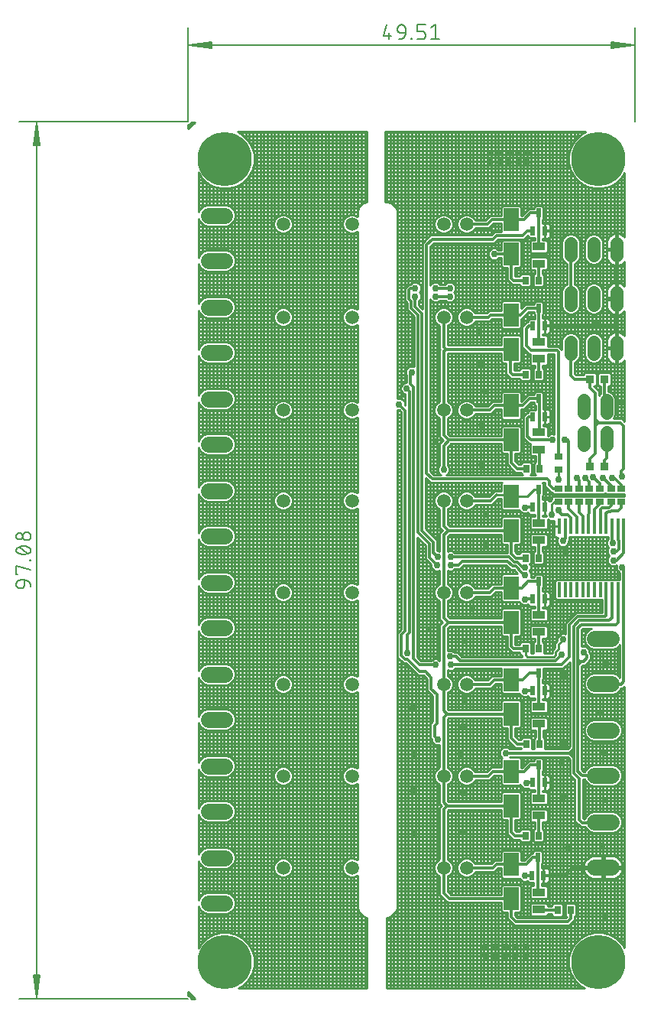
<source format=gbr>
G04 EAGLE Gerber RS-274X export*
G75*
%MOMM*%
%FSLAX34Y34*%
%LPD*%
%INTop Copper*%
%IPPOS*%
%AMOC8*
5,1,8,0,0,1.08239X$1,22.5*%
G01*
%ADD10C,0.130000*%
%ADD11C,0.152400*%
%ADD12R,1.700000X2.550000*%
%ADD13R,0.450000X1.675000*%
%ADD14C,1.508000*%
%ADD15R,0.500000X1.000000*%
%ADD16R,0.650000X0.900000*%
%ADD17R,0.900000X0.650000*%
%ADD18R,1.400000X0.900000*%
%ADD19C,1.800000*%
%ADD20C,1.422400*%
%ADD21R,0.900000X0.950000*%
%ADD22C,6.000000*%
%ADD23C,1.008000*%
%ADD24C,0.304800*%
%ADD25C,0.254000*%
%ADD26C,0.756400*%


D10*
X0Y892050D02*
X-187140Y892050D01*
X-187140Y-78740D02*
X0Y-78740D01*
X-167640Y-78090D02*
X-167640Y891400D01*
X-170832Y866050D01*
X-164448Y866050D01*
X-167640Y891400D01*
X-168940Y866050D01*
X-166340Y866050D02*
X-167640Y891400D01*
X-170240Y866050D01*
X-165040Y866050D02*
X-167640Y891400D01*
X-170832Y-52740D02*
X-167640Y-78090D01*
X-170832Y-52740D02*
X-164448Y-52740D01*
X-167640Y-78090D01*
X-168940Y-52740D01*
X-166340Y-52740D02*
X-167640Y-78090D01*
X-170240Y-52740D01*
X-165040Y-52740D02*
X-167640Y-78090D01*
D11*
X-181372Y379119D02*
X-181372Y384538D01*
X-181372Y379119D02*
X-181374Y379001D01*
X-181380Y378883D01*
X-181389Y378765D01*
X-181403Y378648D01*
X-181420Y378531D01*
X-181441Y378414D01*
X-181466Y378299D01*
X-181495Y378184D01*
X-181528Y378070D01*
X-181564Y377958D01*
X-181604Y377847D01*
X-181647Y377737D01*
X-181694Y377628D01*
X-181744Y377521D01*
X-181799Y377416D01*
X-181856Y377313D01*
X-181917Y377212D01*
X-181981Y377112D01*
X-182048Y377015D01*
X-182118Y376920D01*
X-182192Y376828D01*
X-182268Y376737D01*
X-182348Y376650D01*
X-182430Y376565D01*
X-182515Y376483D01*
X-182602Y376403D01*
X-182693Y376327D01*
X-182785Y376253D01*
X-182880Y376183D01*
X-182977Y376116D01*
X-183077Y376052D01*
X-183178Y375991D01*
X-183281Y375934D01*
X-183386Y375879D01*
X-183493Y375829D01*
X-183602Y375782D01*
X-183712Y375739D01*
X-183823Y375699D01*
X-183935Y375663D01*
X-184049Y375630D01*
X-184164Y375601D01*
X-184279Y375576D01*
X-184396Y375555D01*
X-184513Y375538D01*
X-184630Y375524D01*
X-184748Y375515D01*
X-184866Y375509D01*
X-184984Y375507D01*
X-185887Y375507D01*
X-186020Y375509D01*
X-186152Y375515D01*
X-186284Y375525D01*
X-186416Y375538D01*
X-186548Y375556D01*
X-186678Y375577D01*
X-186809Y375602D01*
X-186938Y375631D01*
X-187066Y375664D01*
X-187194Y375700D01*
X-187320Y375740D01*
X-187445Y375784D01*
X-187569Y375832D01*
X-187691Y375883D01*
X-187812Y375938D01*
X-187931Y375996D01*
X-188049Y376058D01*
X-188164Y376123D01*
X-188278Y376192D01*
X-188389Y376263D01*
X-188498Y376339D01*
X-188605Y376417D01*
X-188710Y376498D01*
X-188812Y376583D01*
X-188912Y376670D01*
X-189009Y376760D01*
X-189104Y376853D01*
X-189195Y376949D01*
X-189284Y377047D01*
X-189370Y377148D01*
X-189453Y377252D01*
X-189533Y377358D01*
X-189609Y377466D01*
X-189683Y377576D01*
X-189753Y377689D01*
X-189820Y377803D01*
X-189883Y377920D01*
X-189943Y378038D01*
X-190000Y378158D01*
X-190053Y378280D01*
X-190102Y378403D01*
X-190148Y378527D01*
X-190190Y378653D01*
X-190228Y378780D01*
X-190263Y378908D01*
X-190294Y379037D01*
X-190321Y379166D01*
X-190344Y379297D01*
X-190364Y379428D01*
X-190379Y379560D01*
X-190391Y379692D01*
X-190399Y379824D01*
X-190403Y379957D01*
X-190403Y380089D01*
X-190399Y380222D01*
X-190391Y380354D01*
X-190379Y380486D01*
X-190364Y380618D01*
X-190344Y380749D01*
X-190321Y380880D01*
X-190294Y381009D01*
X-190263Y381138D01*
X-190228Y381266D01*
X-190190Y381393D01*
X-190148Y381519D01*
X-190102Y381643D01*
X-190053Y381766D01*
X-190000Y381888D01*
X-189943Y382008D01*
X-189883Y382126D01*
X-189820Y382243D01*
X-189753Y382357D01*
X-189683Y382470D01*
X-189609Y382580D01*
X-189533Y382688D01*
X-189453Y382794D01*
X-189370Y382898D01*
X-189284Y382999D01*
X-189195Y383097D01*
X-189104Y383193D01*
X-189009Y383286D01*
X-188912Y383376D01*
X-188812Y383463D01*
X-188710Y383548D01*
X-188605Y383629D01*
X-188498Y383707D01*
X-188389Y383783D01*
X-188278Y383854D01*
X-188164Y383923D01*
X-188049Y383988D01*
X-187931Y384050D01*
X-187812Y384108D01*
X-187691Y384163D01*
X-187569Y384214D01*
X-187445Y384262D01*
X-187320Y384306D01*
X-187194Y384346D01*
X-187066Y384382D01*
X-186938Y384415D01*
X-186809Y384444D01*
X-186678Y384469D01*
X-186548Y384490D01*
X-186416Y384508D01*
X-186284Y384521D01*
X-186152Y384531D01*
X-186020Y384537D01*
X-185887Y384539D01*
X-185887Y384538D02*
X-181372Y384538D01*
X-181197Y384536D01*
X-181023Y384530D01*
X-180849Y384519D01*
X-180675Y384504D01*
X-180501Y384485D01*
X-180328Y384462D01*
X-180156Y384435D01*
X-179984Y384403D01*
X-179813Y384368D01*
X-179643Y384328D01*
X-179474Y384284D01*
X-179306Y384236D01*
X-179139Y384184D01*
X-178974Y384128D01*
X-178810Y384068D01*
X-178647Y384005D01*
X-178487Y383937D01*
X-178327Y383865D01*
X-178170Y383790D01*
X-178014Y383710D01*
X-177861Y383627D01*
X-177709Y383541D01*
X-177560Y383450D01*
X-177413Y383356D01*
X-177268Y383259D01*
X-177125Y383158D01*
X-176985Y383054D01*
X-176848Y382946D01*
X-176713Y382835D01*
X-176581Y382721D01*
X-176452Y382604D01*
X-176325Y382483D01*
X-176202Y382360D01*
X-176081Y382233D01*
X-175964Y382104D01*
X-175850Y381972D01*
X-175739Y381837D01*
X-175631Y381700D01*
X-175527Y381560D01*
X-175426Y381417D01*
X-175329Y381272D01*
X-175235Y381125D01*
X-175144Y380976D01*
X-175058Y380824D01*
X-174975Y380671D01*
X-174895Y380515D01*
X-174820Y380358D01*
X-174748Y380198D01*
X-174680Y380038D01*
X-174617Y379875D01*
X-174557Y379711D01*
X-174501Y379546D01*
X-174449Y379379D01*
X-174401Y379211D01*
X-174357Y379042D01*
X-174317Y378872D01*
X-174282Y378701D01*
X-174250Y378529D01*
X-174223Y378357D01*
X-174200Y378184D01*
X-174181Y378010D01*
X-174166Y377836D01*
X-174155Y377662D01*
X-174149Y377488D01*
X-174147Y377313D01*
X-188597Y391138D02*
X-190403Y391138D01*
X-190403Y400169D01*
X-174147Y395654D01*
X-174147Y406144D02*
X-175050Y406144D01*
X-175050Y407047D01*
X-174147Y407047D01*
X-174147Y406144D01*
X-182275Y413022D02*
X-182595Y413026D01*
X-182914Y413037D01*
X-183234Y413056D01*
X-183552Y413083D01*
X-183870Y413117D01*
X-184187Y413159D01*
X-184503Y413209D01*
X-184818Y413266D01*
X-185131Y413330D01*
X-185443Y413402D01*
X-185753Y413481D01*
X-186060Y413568D01*
X-186366Y413662D01*
X-186669Y413763D01*
X-186970Y413872D01*
X-187268Y413987D01*
X-187564Y414110D01*
X-187856Y414240D01*
X-188145Y414377D01*
X-188146Y414376D02*
X-188254Y414415D01*
X-188361Y414458D01*
X-188466Y414504D01*
X-188570Y414555D01*
X-188672Y414608D01*
X-188772Y414665D01*
X-188870Y414726D01*
X-188965Y414790D01*
X-189059Y414857D01*
X-189150Y414928D01*
X-189239Y415001D01*
X-189325Y415078D01*
X-189408Y415157D01*
X-189489Y415239D01*
X-189567Y415324D01*
X-189641Y415412D01*
X-189713Y415502D01*
X-189781Y415594D01*
X-189847Y415689D01*
X-189909Y415786D01*
X-189967Y415885D01*
X-190023Y415987D01*
X-190074Y416089D01*
X-190122Y416194D01*
X-190167Y416300D01*
X-190208Y416408D01*
X-190245Y416517D01*
X-190278Y416627D01*
X-190307Y416739D01*
X-190333Y416851D01*
X-190355Y416964D01*
X-190372Y417078D01*
X-190386Y417192D01*
X-190396Y417307D01*
X-190402Y417422D01*
X-190404Y417537D01*
X-190403Y417537D02*
X-190401Y417652D01*
X-190395Y417767D01*
X-190385Y417882D01*
X-190371Y417996D01*
X-190354Y418110D01*
X-190332Y418223D01*
X-190306Y418335D01*
X-190277Y418447D01*
X-190244Y418557D01*
X-190207Y418666D01*
X-190166Y418774D01*
X-190121Y418880D01*
X-190073Y418985D01*
X-190022Y419087D01*
X-189966Y419188D01*
X-189908Y419288D01*
X-189846Y419385D01*
X-189781Y419479D01*
X-189712Y419572D01*
X-189640Y419662D01*
X-189566Y419750D01*
X-189488Y419835D01*
X-189407Y419917D01*
X-189324Y419996D01*
X-189238Y420073D01*
X-189149Y420146D01*
X-189058Y420217D01*
X-188964Y420284D01*
X-188869Y420348D01*
X-188771Y420409D01*
X-188671Y420466D01*
X-188569Y420519D01*
X-188465Y420570D01*
X-188360Y420616D01*
X-188253Y420659D01*
X-188145Y420698D01*
X-187856Y420835D01*
X-187564Y420965D01*
X-187268Y421088D01*
X-186970Y421203D01*
X-186669Y421312D01*
X-186366Y421413D01*
X-186060Y421507D01*
X-185753Y421594D01*
X-185443Y421673D01*
X-185131Y421745D01*
X-184818Y421809D01*
X-184503Y421866D01*
X-184187Y421916D01*
X-183870Y421958D01*
X-183552Y421992D01*
X-183234Y422019D01*
X-182914Y422038D01*
X-182595Y422049D01*
X-182275Y422053D01*
X-182275Y413022D02*
X-181955Y413026D01*
X-181636Y413037D01*
X-181316Y413056D01*
X-180998Y413083D01*
X-180680Y413117D01*
X-180363Y413159D01*
X-180047Y413209D01*
X-179732Y413266D01*
X-179419Y413330D01*
X-179107Y413402D01*
X-178797Y413481D01*
X-178490Y413568D01*
X-178184Y413662D01*
X-177881Y413763D01*
X-177580Y413872D01*
X-177282Y413987D01*
X-176986Y414110D01*
X-176694Y414240D01*
X-176405Y414377D01*
X-176405Y414376D02*
X-176297Y414415D01*
X-176190Y414458D01*
X-176085Y414504D01*
X-175981Y414555D01*
X-175879Y414608D01*
X-175779Y414665D01*
X-175681Y414726D01*
X-175586Y414790D01*
X-175492Y414857D01*
X-175401Y414928D01*
X-175312Y415001D01*
X-175226Y415078D01*
X-175143Y415157D01*
X-175062Y415239D01*
X-174984Y415324D01*
X-174910Y415412D01*
X-174838Y415502D01*
X-174769Y415595D01*
X-174704Y415689D01*
X-174642Y415786D01*
X-174584Y415886D01*
X-174528Y415987D01*
X-174477Y416089D01*
X-174429Y416194D01*
X-174384Y416300D01*
X-174343Y416408D01*
X-174306Y416517D01*
X-174273Y416627D01*
X-174244Y416739D01*
X-174218Y416851D01*
X-174196Y416964D01*
X-174179Y417078D01*
X-174165Y417192D01*
X-174155Y417307D01*
X-174149Y417422D01*
X-174147Y417537D01*
X-176405Y420698D02*
X-176694Y420835D01*
X-176986Y420965D01*
X-177282Y421088D01*
X-177580Y421203D01*
X-177881Y421312D01*
X-178184Y421413D01*
X-178490Y421507D01*
X-178797Y421594D01*
X-179107Y421673D01*
X-179419Y421745D01*
X-179732Y421809D01*
X-180047Y421866D01*
X-180363Y421916D01*
X-180680Y421958D01*
X-180998Y421992D01*
X-181316Y422019D01*
X-181636Y422038D01*
X-181955Y422049D01*
X-182275Y422053D01*
X-176405Y420698D02*
X-176297Y420659D01*
X-176190Y420616D01*
X-176085Y420570D01*
X-175981Y420519D01*
X-175879Y420466D01*
X-175779Y420409D01*
X-175681Y420348D01*
X-175586Y420284D01*
X-175492Y420217D01*
X-175401Y420146D01*
X-175312Y420073D01*
X-175226Y419996D01*
X-175143Y419917D01*
X-175062Y419835D01*
X-174984Y419750D01*
X-174910Y419662D01*
X-174838Y419572D01*
X-174769Y419479D01*
X-174704Y419385D01*
X-174642Y419288D01*
X-174584Y419188D01*
X-174528Y419087D01*
X-174477Y418984D01*
X-174429Y418880D01*
X-174384Y418774D01*
X-174343Y418666D01*
X-174306Y418557D01*
X-174273Y418447D01*
X-174244Y418335D01*
X-174218Y418223D01*
X-174196Y418110D01*
X-174179Y417996D01*
X-174165Y417882D01*
X-174155Y417767D01*
X-174149Y417652D01*
X-174147Y417537D01*
X-177759Y413925D02*
X-186791Y421150D01*
X-178663Y428653D02*
X-178796Y428655D01*
X-178928Y428661D01*
X-179060Y428671D01*
X-179192Y428684D01*
X-179324Y428702D01*
X-179454Y428723D01*
X-179585Y428748D01*
X-179714Y428777D01*
X-179842Y428810D01*
X-179970Y428846D01*
X-180096Y428886D01*
X-180221Y428930D01*
X-180345Y428978D01*
X-180467Y429029D01*
X-180588Y429084D01*
X-180707Y429142D01*
X-180825Y429204D01*
X-180940Y429269D01*
X-181054Y429338D01*
X-181165Y429409D01*
X-181274Y429485D01*
X-181381Y429563D01*
X-181486Y429644D01*
X-181588Y429729D01*
X-181688Y429816D01*
X-181785Y429906D01*
X-181880Y429999D01*
X-181971Y430095D01*
X-182060Y430193D01*
X-182146Y430294D01*
X-182229Y430398D01*
X-182309Y430504D01*
X-182385Y430612D01*
X-182459Y430722D01*
X-182529Y430835D01*
X-182596Y430949D01*
X-182659Y431066D01*
X-182719Y431184D01*
X-182776Y431304D01*
X-182829Y431426D01*
X-182878Y431549D01*
X-182924Y431673D01*
X-182966Y431799D01*
X-183004Y431926D01*
X-183039Y432054D01*
X-183070Y432183D01*
X-183097Y432312D01*
X-183120Y432443D01*
X-183140Y432574D01*
X-183155Y432706D01*
X-183167Y432838D01*
X-183175Y432970D01*
X-183179Y433103D01*
X-183179Y433235D01*
X-183175Y433368D01*
X-183167Y433500D01*
X-183155Y433632D01*
X-183140Y433764D01*
X-183120Y433895D01*
X-183097Y434026D01*
X-183070Y434155D01*
X-183039Y434284D01*
X-183004Y434412D01*
X-182966Y434539D01*
X-182924Y434665D01*
X-182878Y434789D01*
X-182829Y434912D01*
X-182776Y435034D01*
X-182719Y435154D01*
X-182659Y435272D01*
X-182596Y435389D01*
X-182529Y435503D01*
X-182459Y435616D01*
X-182385Y435726D01*
X-182309Y435834D01*
X-182229Y435940D01*
X-182146Y436044D01*
X-182060Y436145D01*
X-181971Y436243D01*
X-181880Y436339D01*
X-181785Y436432D01*
X-181688Y436522D01*
X-181588Y436609D01*
X-181486Y436694D01*
X-181381Y436775D01*
X-181274Y436853D01*
X-181165Y436929D01*
X-181054Y437000D01*
X-180940Y437069D01*
X-180825Y437134D01*
X-180707Y437196D01*
X-180588Y437254D01*
X-180467Y437309D01*
X-180345Y437360D01*
X-180221Y437408D01*
X-180096Y437452D01*
X-179970Y437492D01*
X-179842Y437528D01*
X-179714Y437561D01*
X-179585Y437590D01*
X-179454Y437615D01*
X-179324Y437636D01*
X-179192Y437654D01*
X-179060Y437667D01*
X-178928Y437677D01*
X-178796Y437683D01*
X-178663Y437685D01*
X-178530Y437683D01*
X-178398Y437677D01*
X-178266Y437667D01*
X-178134Y437654D01*
X-178002Y437636D01*
X-177872Y437615D01*
X-177741Y437590D01*
X-177612Y437561D01*
X-177484Y437528D01*
X-177356Y437492D01*
X-177230Y437452D01*
X-177105Y437408D01*
X-176981Y437360D01*
X-176859Y437309D01*
X-176738Y437254D01*
X-176619Y437196D01*
X-176501Y437134D01*
X-176386Y437069D01*
X-176272Y437000D01*
X-176161Y436929D01*
X-176052Y436853D01*
X-175945Y436775D01*
X-175840Y436694D01*
X-175738Y436609D01*
X-175638Y436522D01*
X-175541Y436432D01*
X-175446Y436339D01*
X-175355Y436243D01*
X-175266Y436145D01*
X-175180Y436044D01*
X-175097Y435940D01*
X-175017Y435834D01*
X-174941Y435726D01*
X-174867Y435616D01*
X-174797Y435503D01*
X-174730Y435389D01*
X-174667Y435272D01*
X-174607Y435154D01*
X-174550Y435034D01*
X-174497Y434912D01*
X-174448Y434789D01*
X-174402Y434665D01*
X-174360Y434539D01*
X-174322Y434412D01*
X-174287Y434284D01*
X-174256Y434155D01*
X-174229Y434026D01*
X-174206Y433895D01*
X-174186Y433764D01*
X-174171Y433632D01*
X-174159Y433500D01*
X-174151Y433368D01*
X-174147Y433235D01*
X-174147Y433103D01*
X-174151Y432970D01*
X-174159Y432838D01*
X-174171Y432706D01*
X-174186Y432574D01*
X-174206Y432443D01*
X-174229Y432312D01*
X-174256Y432183D01*
X-174287Y432054D01*
X-174322Y431926D01*
X-174360Y431799D01*
X-174402Y431673D01*
X-174448Y431549D01*
X-174497Y431426D01*
X-174550Y431304D01*
X-174607Y431184D01*
X-174667Y431066D01*
X-174730Y430949D01*
X-174797Y430835D01*
X-174867Y430722D01*
X-174941Y430612D01*
X-175017Y430504D01*
X-175097Y430398D01*
X-175180Y430294D01*
X-175266Y430193D01*
X-175355Y430095D01*
X-175446Y429999D01*
X-175541Y429906D01*
X-175638Y429816D01*
X-175738Y429729D01*
X-175840Y429644D01*
X-175945Y429563D01*
X-176052Y429485D01*
X-176161Y429409D01*
X-176272Y429338D01*
X-176386Y429269D01*
X-176501Y429204D01*
X-176619Y429142D01*
X-176738Y429084D01*
X-176859Y429029D01*
X-176981Y428978D01*
X-177105Y428930D01*
X-177230Y428886D01*
X-177356Y428846D01*
X-177484Y428810D01*
X-177612Y428777D01*
X-177741Y428748D01*
X-177872Y428723D01*
X-178002Y428702D01*
X-178134Y428684D01*
X-178266Y428671D01*
X-178398Y428661D01*
X-178530Y428655D01*
X-178663Y428653D01*
X-186791Y429557D02*
X-186910Y429559D01*
X-187030Y429565D01*
X-187149Y429575D01*
X-187267Y429589D01*
X-187386Y429606D01*
X-187503Y429628D01*
X-187620Y429653D01*
X-187735Y429683D01*
X-187850Y429716D01*
X-187964Y429753D01*
X-188076Y429793D01*
X-188187Y429838D01*
X-188296Y429886D01*
X-188404Y429937D01*
X-188510Y429992D01*
X-188614Y430051D01*
X-188716Y430113D01*
X-188816Y430178D01*
X-188914Y430247D01*
X-189010Y430319D01*
X-189103Y430394D01*
X-189193Y430471D01*
X-189281Y430552D01*
X-189366Y430636D01*
X-189448Y430723D01*
X-189528Y430812D01*
X-189604Y430904D01*
X-189678Y430998D01*
X-189748Y431095D01*
X-189815Y431193D01*
X-189879Y431294D01*
X-189939Y431398D01*
X-189996Y431503D01*
X-190049Y431610D01*
X-190099Y431718D01*
X-190145Y431828D01*
X-190187Y431940D01*
X-190226Y432053D01*
X-190261Y432167D01*
X-190292Y432282D01*
X-190320Y432399D01*
X-190343Y432516D01*
X-190363Y432633D01*
X-190379Y432752D01*
X-190391Y432871D01*
X-190399Y432990D01*
X-190403Y433109D01*
X-190403Y433229D01*
X-190399Y433348D01*
X-190391Y433467D01*
X-190379Y433586D01*
X-190363Y433705D01*
X-190343Y433822D01*
X-190320Y433939D01*
X-190292Y434056D01*
X-190261Y434171D01*
X-190226Y434285D01*
X-190187Y434398D01*
X-190145Y434510D01*
X-190099Y434620D01*
X-190049Y434728D01*
X-189996Y434835D01*
X-189939Y434940D01*
X-189879Y435044D01*
X-189815Y435145D01*
X-189748Y435243D01*
X-189678Y435340D01*
X-189604Y435434D01*
X-189528Y435526D01*
X-189448Y435615D01*
X-189366Y435702D01*
X-189281Y435786D01*
X-189193Y435867D01*
X-189103Y435944D01*
X-189010Y436019D01*
X-188914Y436091D01*
X-188816Y436160D01*
X-188716Y436225D01*
X-188614Y436287D01*
X-188510Y436346D01*
X-188404Y436401D01*
X-188296Y436452D01*
X-188187Y436500D01*
X-188076Y436545D01*
X-187964Y436585D01*
X-187850Y436622D01*
X-187735Y436655D01*
X-187620Y436685D01*
X-187503Y436710D01*
X-187386Y436732D01*
X-187267Y436749D01*
X-187149Y436763D01*
X-187030Y436773D01*
X-186910Y436779D01*
X-186791Y436781D01*
X-186672Y436779D01*
X-186552Y436773D01*
X-186433Y436763D01*
X-186315Y436749D01*
X-186196Y436732D01*
X-186079Y436710D01*
X-185962Y436685D01*
X-185847Y436655D01*
X-185732Y436622D01*
X-185618Y436585D01*
X-185506Y436545D01*
X-185395Y436500D01*
X-185286Y436452D01*
X-185178Y436401D01*
X-185072Y436346D01*
X-184968Y436287D01*
X-184866Y436225D01*
X-184766Y436160D01*
X-184668Y436091D01*
X-184572Y436019D01*
X-184479Y435944D01*
X-184389Y435867D01*
X-184301Y435786D01*
X-184216Y435702D01*
X-184134Y435615D01*
X-184054Y435526D01*
X-183978Y435434D01*
X-183904Y435340D01*
X-183834Y435243D01*
X-183767Y435145D01*
X-183703Y435044D01*
X-183643Y434940D01*
X-183586Y434835D01*
X-183533Y434728D01*
X-183483Y434620D01*
X-183437Y434510D01*
X-183395Y434398D01*
X-183356Y434285D01*
X-183321Y434171D01*
X-183290Y434056D01*
X-183262Y433939D01*
X-183239Y433822D01*
X-183219Y433705D01*
X-183203Y433586D01*
X-183191Y433467D01*
X-183183Y433348D01*
X-183179Y433229D01*
X-183179Y433109D01*
X-183183Y432990D01*
X-183191Y432871D01*
X-183203Y432752D01*
X-183219Y432633D01*
X-183239Y432516D01*
X-183262Y432399D01*
X-183290Y432282D01*
X-183321Y432167D01*
X-183356Y432053D01*
X-183395Y431940D01*
X-183437Y431828D01*
X-183483Y431718D01*
X-183533Y431610D01*
X-183586Y431503D01*
X-183643Y431398D01*
X-183703Y431294D01*
X-183767Y431193D01*
X-183834Y431095D01*
X-183904Y430998D01*
X-183978Y430904D01*
X-184054Y430812D01*
X-184134Y430723D01*
X-184216Y430636D01*
X-184301Y430552D01*
X-184389Y430471D01*
X-184479Y430394D01*
X-184572Y430319D01*
X-184668Y430247D01*
X-184766Y430178D01*
X-184866Y430113D01*
X-184968Y430051D01*
X-185072Y429992D01*
X-185178Y429937D01*
X-185286Y429886D01*
X-185395Y429838D01*
X-185506Y429793D01*
X-185618Y429753D01*
X-185732Y429716D01*
X-185847Y429683D01*
X-185962Y429653D01*
X-186079Y429628D01*
X-186196Y429606D01*
X-186315Y429589D01*
X-186433Y429575D01*
X-186552Y429565D01*
X-186672Y429559D01*
X-186791Y429557D01*
D10*
X495100Y892050D02*
X495100Y996130D01*
X0Y996130D02*
X0Y892050D01*
X650Y976630D02*
X494450Y976630D01*
X469100Y979822D01*
X469100Y973438D01*
X494450Y976630D01*
X469100Y977930D01*
X469100Y975330D02*
X494450Y976630D01*
X469100Y979230D01*
X469100Y974030D02*
X494450Y976630D01*
X26000Y979822D02*
X650Y976630D01*
X26000Y979822D02*
X26000Y973438D01*
X650Y976630D01*
X26000Y977930D01*
X26000Y975330D02*
X650Y976630D01*
X26000Y979230D01*
X26000Y974030D02*
X650Y976630D01*
D11*
X216402Y986749D02*
X220014Y999393D01*
X216402Y986749D02*
X225433Y986749D01*
X222724Y990362D02*
X222724Y983137D01*
X235646Y990362D02*
X241064Y990362D01*
X235646Y990362D02*
X235528Y990364D01*
X235410Y990370D01*
X235292Y990379D01*
X235175Y990393D01*
X235058Y990410D01*
X234941Y990431D01*
X234826Y990456D01*
X234711Y990485D01*
X234597Y990518D01*
X234485Y990554D01*
X234374Y990594D01*
X234264Y990637D01*
X234155Y990684D01*
X234048Y990734D01*
X233943Y990789D01*
X233840Y990846D01*
X233739Y990907D01*
X233639Y990971D01*
X233542Y991038D01*
X233447Y991108D01*
X233355Y991182D01*
X233264Y991258D01*
X233177Y991338D01*
X233092Y991420D01*
X233010Y991505D01*
X232930Y991592D01*
X232854Y991683D01*
X232780Y991775D01*
X232710Y991870D01*
X232643Y991967D01*
X232579Y992067D01*
X232518Y992168D01*
X232461Y992271D01*
X232406Y992376D01*
X232356Y992483D01*
X232309Y992592D01*
X232266Y992702D01*
X232226Y992813D01*
X232190Y992925D01*
X232157Y993039D01*
X232128Y993154D01*
X232103Y993269D01*
X232082Y993386D01*
X232065Y993503D01*
X232051Y993620D01*
X232042Y993738D01*
X232036Y993856D01*
X232034Y993974D01*
X232033Y993974D02*
X232033Y994877D01*
X232035Y995010D01*
X232041Y995142D01*
X232051Y995274D01*
X232064Y995406D01*
X232082Y995538D01*
X232103Y995668D01*
X232128Y995799D01*
X232157Y995928D01*
X232190Y996056D01*
X232226Y996184D01*
X232266Y996310D01*
X232310Y996435D01*
X232358Y996559D01*
X232409Y996681D01*
X232464Y996802D01*
X232522Y996921D01*
X232584Y997039D01*
X232649Y997154D01*
X232718Y997268D01*
X232789Y997379D01*
X232865Y997488D01*
X232943Y997595D01*
X233024Y997700D01*
X233109Y997802D01*
X233196Y997902D01*
X233286Y997999D01*
X233379Y998094D01*
X233475Y998185D01*
X233573Y998274D01*
X233674Y998360D01*
X233778Y998443D01*
X233884Y998523D01*
X233992Y998599D01*
X234102Y998673D01*
X234215Y998743D01*
X234329Y998810D01*
X234446Y998873D01*
X234564Y998933D01*
X234684Y998990D01*
X234806Y999043D01*
X234929Y999092D01*
X235053Y999138D01*
X235179Y999180D01*
X235306Y999218D01*
X235434Y999253D01*
X235563Y999284D01*
X235692Y999311D01*
X235823Y999334D01*
X235954Y999354D01*
X236086Y999369D01*
X236218Y999381D01*
X236350Y999389D01*
X236483Y999393D01*
X236615Y999393D01*
X236748Y999389D01*
X236880Y999381D01*
X237012Y999369D01*
X237144Y999354D01*
X237275Y999334D01*
X237406Y999311D01*
X237535Y999284D01*
X237664Y999253D01*
X237792Y999218D01*
X237919Y999180D01*
X238045Y999138D01*
X238169Y999092D01*
X238292Y999043D01*
X238414Y998990D01*
X238534Y998933D01*
X238652Y998873D01*
X238769Y998810D01*
X238883Y998743D01*
X238996Y998673D01*
X239106Y998599D01*
X239214Y998523D01*
X239320Y998443D01*
X239424Y998360D01*
X239525Y998274D01*
X239623Y998185D01*
X239719Y998094D01*
X239812Y997999D01*
X239902Y997902D01*
X239989Y997802D01*
X240074Y997700D01*
X240155Y997595D01*
X240233Y997488D01*
X240309Y997379D01*
X240380Y997268D01*
X240449Y997154D01*
X240514Y997039D01*
X240576Y996921D01*
X240634Y996802D01*
X240689Y996681D01*
X240740Y996559D01*
X240788Y996435D01*
X240832Y996310D01*
X240872Y996184D01*
X240908Y996056D01*
X240941Y995928D01*
X240970Y995799D01*
X240995Y995668D01*
X241016Y995538D01*
X241034Y995406D01*
X241047Y995274D01*
X241057Y995142D01*
X241063Y995010D01*
X241065Y994877D01*
X241064Y994877D02*
X241064Y990362D01*
X241062Y990187D01*
X241056Y990013D01*
X241045Y989839D01*
X241030Y989665D01*
X241011Y989491D01*
X240988Y989318D01*
X240961Y989146D01*
X240929Y988974D01*
X240894Y988803D01*
X240854Y988633D01*
X240810Y988464D01*
X240762Y988296D01*
X240710Y988129D01*
X240654Y987964D01*
X240594Y987800D01*
X240531Y987637D01*
X240463Y987477D01*
X240391Y987317D01*
X240316Y987160D01*
X240236Y987004D01*
X240153Y986851D01*
X240067Y986699D01*
X239976Y986550D01*
X239882Y986403D01*
X239785Y986258D01*
X239684Y986115D01*
X239580Y985975D01*
X239472Y985838D01*
X239361Y985703D01*
X239247Y985571D01*
X239130Y985442D01*
X239009Y985315D01*
X238886Y985192D01*
X238759Y985071D01*
X238630Y984954D01*
X238498Y984840D01*
X238363Y984729D01*
X238226Y984621D01*
X238086Y984517D01*
X237943Y984416D01*
X237798Y984319D01*
X237651Y984225D01*
X237502Y984134D01*
X237350Y984048D01*
X237197Y983965D01*
X237041Y983885D01*
X236884Y983810D01*
X236724Y983738D01*
X236564Y983670D01*
X236401Y983607D01*
X236237Y983547D01*
X236072Y983491D01*
X235905Y983439D01*
X235737Y983391D01*
X235568Y983347D01*
X235398Y983307D01*
X235227Y983272D01*
X235055Y983240D01*
X234883Y983213D01*
X234710Y983190D01*
X234536Y983171D01*
X234362Y983156D01*
X234188Y983145D01*
X234014Y983139D01*
X233839Y983137D01*
X247039Y983137D02*
X247039Y984040D01*
X247942Y984040D01*
X247942Y983137D01*
X247039Y983137D01*
X253917Y983137D02*
X259336Y983137D01*
X259454Y983139D01*
X259572Y983145D01*
X259690Y983154D01*
X259807Y983168D01*
X259924Y983185D01*
X260041Y983206D01*
X260156Y983231D01*
X260271Y983260D01*
X260385Y983293D01*
X260497Y983329D01*
X260608Y983369D01*
X260718Y983412D01*
X260827Y983459D01*
X260934Y983509D01*
X261039Y983564D01*
X261142Y983621D01*
X261243Y983682D01*
X261343Y983746D01*
X261440Y983813D01*
X261535Y983883D01*
X261627Y983957D01*
X261718Y984033D01*
X261805Y984113D01*
X261890Y984195D01*
X261972Y984280D01*
X262052Y984367D01*
X262128Y984458D01*
X262202Y984550D01*
X262272Y984645D01*
X262339Y984742D01*
X262403Y984842D01*
X262464Y984943D01*
X262521Y985046D01*
X262576Y985151D01*
X262626Y985258D01*
X262673Y985367D01*
X262716Y985477D01*
X262756Y985588D01*
X262792Y985700D01*
X262825Y985814D01*
X262854Y985929D01*
X262879Y986044D01*
X262900Y986161D01*
X262917Y986278D01*
X262931Y986395D01*
X262940Y986513D01*
X262946Y986631D01*
X262948Y986749D01*
X262948Y988556D01*
X262946Y988674D01*
X262940Y988792D01*
X262931Y988910D01*
X262917Y989027D01*
X262900Y989144D01*
X262879Y989261D01*
X262854Y989376D01*
X262825Y989491D01*
X262792Y989605D01*
X262756Y989717D01*
X262716Y989828D01*
X262673Y989938D01*
X262626Y990047D01*
X262576Y990154D01*
X262521Y990259D01*
X262464Y990362D01*
X262403Y990463D01*
X262339Y990563D01*
X262272Y990660D01*
X262202Y990755D01*
X262128Y990847D01*
X262052Y990938D01*
X261972Y991025D01*
X261890Y991110D01*
X261805Y991192D01*
X261718Y991272D01*
X261627Y991348D01*
X261535Y991422D01*
X261440Y991492D01*
X261343Y991559D01*
X261243Y991623D01*
X261142Y991684D01*
X261039Y991741D01*
X260934Y991796D01*
X260827Y991846D01*
X260718Y991893D01*
X260608Y991936D01*
X260497Y991976D01*
X260385Y992012D01*
X260271Y992045D01*
X260156Y992074D01*
X260041Y992099D01*
X259924Y992120D01*
X259807Y992137D01*
X259690Y992151D01*
X259572Y992160D01*
X259454Y992166D01*
X259336Y992168D01*
X253917Y992168D01*
X253917Y999393D01*
X262948Y999393D01*
X269548Y995781D02*
X274064Y999393D01*
X274064Y983137D01*
X278579Y983137D02*
X269548Y983137D01*
D12*
X358140Y134670D03*
X358140Y172670D03*
X358140Y236270D03*
X358140Y274270D03*
X358140Y337870D03*
X358140Y375870D03*
X358140Y31800D03*
X358140Y69800D03*
X358140Y439470D03*
X358140Y477470D03*
X358140Y539800D03*
X358140Y577800D03*
X358140Y745540D03*
X358140Y783540D03*
X358140Y640130D03*
X358140Y678130D03*
D13*
X482790Y443820D03*
X476290Y443820D03*
X469790Y443820D03*
X463290Y443820D03*
X456790Y443820D03*
X450290Y443820D03*
X443790Y443820D03*
X437290Y443820D03*
X430790Y443820D03*
X424290Y443820D03*
X417790Y443820D03*
X411290Y443820D03*
X411290Y374060D03*
X417790Y374060D03*
X424290Y374060D03*
X430790Y374060D03*
X437290Y374060D03*
X443790Y374060D03*
X450290Y374060D03*
X456790Y374060D03*
X463290Y374060D03*
X469790Y374060D03*
X476290Y374060D03*
X482790Y374060D03*
D14*
X105410Y167640D03*
X181610Y167640D03*
X283210Y167640D03*
X308610Y167640D03*
X105410Y269240D03*
X181610Y269240D03*
X283210Y269240D03*
X308610Y269240D03*
X105410Y370840D03*
X181610Y370840D03*
X283210Y370840D03*
X308610Y370840D03*
X105410Y472440D03*
X181610Y472440D03*
X283210Y472440D03*
X308610Y472440D03*
X105410Y66040D03*
X181610Y66040D03*
X283210Y66040D03*
X308610Y66040D03*
X105410Y572770D03*
X181610Y572770D03*
X283210Y572770D03*
X308610Y572770D03*
X105410Y778510D03*
X181610Y778510D03*
X283210Y778510D03*
X308610Y778510D03*
X105410Y675640D03*
X181610Y675640D03*
X283210Y675640D03*
X308610Y675640D03*
D15*
X382120Y160180D03*
X395120Y160180D03*
X388620Y180180D03*
X382120Y261780D03*
X395120Y261780D03*
X388620Y281780D03*
X382120Y363380D03*
X395120Y363380D03*
X388620Y383380D03*
X380850Y57310D03*
X393850Y57310D03*
X387350Y77310D03*
X382120Y464980D03*
X395120Y464980D03*
X388620Y484980D03*
X382120Y565310D03*
X395120Y565310D03*
X388620Y585310D03*
X382120Y771050D03*
X395120Y771050D03*
X388620Y791050D03*
X382120Y665640D03*
X395120Y665640D03*
X388620Y685640D03*
D16*
X388250Y101600D03*
X373750Y101600D03*
D17*
X433070Y486040D03*
X433070Y471540D03*
D16*
X389520Y508000D03*
X375020Y508000D03*
D17*
X421640Y486040D03*
X421640Y471540D03*
D16*
X388250Y716280D03*
X373750Y716280D03*
D17*
X410210Y486040D03*
X410210Y471540D03*
D16*
X388250Y612140D03*
X373750Y612140D03*
D17*
X410210Y521600D03*
X410210Y507100D03*
X468630Y486040D03*
X468630Y471540D03*
D16*
X389520Y203200D03*
X375020Y203200D03*
D17*
X455930Y486040D03*
X455930Y471540D03*
D16*
X388250Y308610D03*
X373750Y308610D03*
D17*
X444500Y486040D03*
X444500Y471540D03*
D16*
X409310Y19050D03*
X423810Y19050D03*
D17*
X480060Y486040D03*
X480060Y471540D03*
D16*
X388250Y408940D03*
X373750Y408940D03*
D18*
X388620Y142850D03*
X388620Y123850D03*
X388620Y244450D03*
X388620Y225450D03*
X388620Y346050D03*
X388620Y327050D03*
X388620Y38710D03*
X388620Y19710D03*
X388620Y447650D03*
X388620Y428650D03*
X388620Y547980D03*
X388620Y528980D03*
X388620Y753720D03*
X388620Y734720D03*
X388620Y648310D03*
X388620Y629310D03*
D19*
X40750Y77070D02*
X22750Y77070D01*
X22750Y27070D02*
X40750Y27070D01*
X40750Y178670D02*
X22750Y178670D01*
X22750Y128670D02*
X40750Y128670D01*
X40750Y280270D02*
X22750Y280270D01*
X22750Y230270D02*
X40750Y230270D01*
X40750Y381870D02*
X22750Y381870D01*
X22750Y331870D02*
X40750Y331870D01*
X40750Y483470D02*
X22750Y483470D01*
X22750Y433470D02*
X40750Y433470D01*
X40750Y585070D02*
X22750Y585070D01*
X22750Y535070D02*
X40750Y535070D01*
X40750Y788270D02*
X22750Y788270D01*
X22750Y738270D02*
X40750Y738270D01*
X40750Y686670D02*
X22750Y686670D01*
X22750Y636670D02*
X40750Y636670D01*
X450740Y66440D02*
X468740Y66440D01*
X468740Y116440D02*
X450740Y116440D01*
X450740Y168040D02*
X468740Y168040D01*
X468740Y218040D02*
X450740Y218040D01*
X450740Y269640D02*
X468740Y269640D01*
X468740Y319640D02*
X450740Y319640D01*
D20*
X424180Y634238D02*
X424180Y648462D01*
X449580Y648462D02*
X449580Y634238D01*
X474980Y634238D02*
X474980Y648462D01*
X424180Y743458D02*
X424180Y757682D01*
X449580Y757682D02*
X449580Y743458D01*
X474980Y743458D02*
X474980Y757682D01*
X424180Y703072D02*
X424180Y688848D01*
X449580Y688848D02*
X449580Y703072D01*
X474980Y703072D02*
X474980Y688848D01*
X463550Y583692D02*
X463550Y569468D01*
X438150Y569468D02*
X438150Y583692D01*
X463550Y548132D02*
X463550Y533908D01*
X438150Y533908D02*
X438150Y548132D01*
D21*
X461390Y607060D03*
X445390Y607060D03*
X461390Y510540D03*
X445390Y510540D03*
D22*
X40640Y850900D03*
D23*
X40640Y873125D03*
X40640Y828675D03*
X62865Y850900D03*
X18415Y850900D03*
X24765Y866775D03*
X56515Y866775D03*
X56515Y835025D03*
X24765Y835025D03*
D22*
X40640Y-38100D03*
D23*
X40640Y-15875D03*
X40640Y-60325D03*
X62865Y-38100D03*
X18415Y-38100D03*
X24765Y-22225D03*
X56515Y-22225D03*
X56515Y-53975D03*
X24765Y-53975D03*
D22*
X454660Y850900D03*
D23*
X454660Y873125D03*
X454660Y828675D03*
X476885Y850900D03*
X432435Y850900D03*
X438785Y866775D03*
X470535Y866775D03*
X470535Y835025D03*
X438785Y835025D03*
D22*
X454660Y-38100D03*
D23*
X454660Y-15875D03*
X454660Y-60325D03*
X476885Y-38100D03*
X432435Y-38100D03*
X438785Y-22225D03*
X470535Y-22225D03*
X470535Y-53975D03*
X438785Y-53975D03*
D24*
X480060Y464820D02*
X480060Y471540D01*
X480060Y464820D02*
X476250Y461010D01*
X468746Y461010D02*
X467984Y460248D01*
X465328Y460248D01*
X463290Y458210D02*
X463290Y443820D01*
X468746Y461010D02*
X476250Y461010D01*
X465328Y460248D02*
X463290Y458210D01*
X456790Y463024D02*
X456790Y443820D01*
X458586Y464820D02*
X466090Y464820D01*
X468630Y467360D01*
X468630Y471540D01*
X458586Y464820D02*
X456790Y463024D01*
X455930Y468630D02*
X455930Y471540D01*
X450290Y462990D02*
X450290Y443820D01*
X450290Y462990D02*
X455930Y468630D01*
X444500Y471540D02*
X444500Y458470D01*
X443230Y457200D01*
X443230Y444380D01*
X443790Y443820D01*
X433070Y459740D02*
X433070Y471540D01*
X437290Y455520D02*
X437290Y443820D01*
X437290Y455520D02*
X433070Y459740D01*
X421640Y463550D02*
X421640Y471540D01*
X430790Y454400D02*
X430790Y443820D01*
X430790Y454400D02*
X421640Y463550D01*
X424290Y453280D02*
X424290Y443820D01*
X420370Y457200D02*
X414020Y457200D01*
X420370Y457200D02*
X424290Y453280D01*
X414020Y457200D02*
X410210Y461010D01*
D25*
X410921Y461721D01*
D26*
X410921Y461721D03*
X410591Y495427D03*
D25*
X410591Y506719D01*
X410210Y507100D01*
D24*
X417790Y443820D02*
X417790Y430490D01*
X415290Y427990D01*
D26*
X415290Y427990D03*
X403225Y456565D03*
D25*
X403225Y468503D01*
X406262Y471540D02*
X410210Y471540D01*
X406262Y471540D02*
X403225Y468503D01*
D24*
X395120Y771050D02*
X473550Y771050D01*
X474980Y769620D01*
X474980Y750570D01*
X474980Y695960D01*
X474980Y669290D01*
X474980Y661670D01*
X474980Y641350D01*
X471010Y665640D02*
X395120Y665640D01*
X471010Y665640D02*
X474980Y661670D01*
X471330Y665640D02*
X471010Y665640D01*
X471330Y665640D02*
X474980Y669290D01*
X416720Y57310D02*
X393850Y57310D01*
X425850Y66440D02*
X459740Y66440D01*
X425850Y66440D02*
X416720Y57310D01*
D25*
X303287Y299720D02*
X298771Y304236D01*
X295022Y304236D01*
X293765Y305493D01*
X291348Y306494D01*
X288732Y306494D01*
X287528Y305995D01*
X287528Y330951D01*
X290129Y333552D01*
X346846Y333552D01*
X346846Y323963D01*
X348483Y322326D01*
X353822Y322326D01*
X353822Y309361D01*
X356362Y306821D01*
X358891Y304292D01*
X367706Y304292D01*
X367706Y302953D01*
X369343Y301316D01*
X369686Y301316D01*
X369686Y300207D01*
X370173Y299720D01*
X303287Y299720D01*
X278045Y296405D02*
X275628Y297406D01*
X273012Y297406D01*
X270595Y296405D01*
X269338Y295148D01*
X258329Y295148D01*
X254254Y299223D01*
X254254Y431674D01*
X262890Y423038D01*
X262890Y407715D01*
X265419Y405186D01*
X265419Y405186D01*
X269014Y401591D01*
X269014Y399814D01*
X270015Y397397D01*
X271865Y395547D01*
X274282Y394546D01*
X276898Y394546D01*
X278892Y395372D01*
X278892Y380237D01*
X277356Y379601D01*
X274449Y376694D01*
X272876Y372896D01*
X272876Y368784D01*
X274449Y364986D01*
X277356Y362079D01*
X278892Y361443D01*
X278892Y341111D01*
X282183Y337820D01*
X281421Y337058D01*
X278892Y334529D01*
X278892Y295558D01*
X278045Y296405D01*
X290029Y435152D02*
X346846Y435152D01*
X346846Y425563D01*
X348483Y423926D01*
X353822Y423926D01*
X353822Y414528D01*
X295812Y414528D01*
X294555Y415785D01*
X292138Y416786D01*
X289522Y416786D01*
X287528Y415960D01*
X287528Y432651D01*
X290029Y435152D01*
X455733Y599516D02*
X457072Y599516D01*
X457072Y591223D01*
X455168Y589319D01*
X455168Y593609D01*
X449708Y599069D01*
X449708Y599516D01*
X451047Y599516D01*
X452684Y601153D01*
X452684Y612967D01*
X451047Y614604D01*
X439733Y614604D01*
X438096Y612967D01*
X438096Y611378D01*
X429779Y611378D01*
X428498Y612659D01*
X428498Y625304D01*
X429791Y625840D01*
X432578Y628627D01*
X434086Y632268D01*
X434086Y650432D01*
X432578Y654073D01*
X429791Y656860D01*
X426150Y658368D01*
X422210Y658368D01*
X418569Y656860D01*
X415782Y654073D01*
X414274Y650432D01*
X414274Y639583D01*
X413258Y640599D01*
X410729Y643128D01*
X398414Y643128D01*
X398414Y653967D01*
X396777Y655604D01*
X392938Y655604D01*
X392938Y656830D01*
X395120Y656830D01*
X395120Y665640D01*
X395120Y665640D01*
X395120Y656830D01*
X398122Y656830D01*
X399091Y657090D01*
X399959Y657591D01*
X400669Y658301D01*
X401170Y659169D01*
X401430Y660138D01*
X401430Y665640D01*
X395120Y665640D01*
X395120Y665640D01*
X401430Y665640D01*
X401430Y671142D01*
X401170Y672111D01*
X400669Y672979D01*
X399959Y673689D01*
X399091Y674190D01*
X398122Y674450D01*
X395120Y674450D01*
X395120Y665640D01*
X395120Y665640D01*
X395120Y674450D01*
X392938Y674450D01*
X392938Y678507D01*
X393914Y679483D01*
X393914Y691797D01*
X392277Y693434D01*
X384963Y693434D01*
X383326Y691797D01*
X383326Y689958D01*
X373971Y689958D01*
X369434Y685421D01*
X369434Y692037D01*
X367797Y693674D01*
X348483Y693674D01*
X346846Y692037D01*
X346846Y682498D01*
X333491Y682498D01*
X330962Y679969D01*
X330951Y679958D01*
X318007Y679958D01*
X317371Y681494D01*
X314464Y684401D01*
X310666Y685974D01*
X306554Y685974D01*
X302756Y684401D01*
X299849Y681494D01*
X298276Y677696D01*
X298276Y673584D01*
X299849Y669786D01*
X302756Y666879D01*
X306554Y665306D01*
X310666Y665306D01*
X314464Y666879D01*
X317371Y669786D01*
X318007Y671322D01*
X334529Y671322D01*
X337069Y673862D01*
X346846Y673862D01*
X346846Y664223D01*
X348483Y662586D01*
X367797Y662586D01*
X369434Y664223D01*
X369434Y673812D01*
X370039Y673812D01*
X377549Y681322D01*
X383326Y681322D01*
X383326Y679483D01*
X384302Y678507D01*
X384302Y673434D01*
X378463Y673434D01*
X376826Y671797D01*
X376826Y669958D01*
X375561Y669958D01*
X370332Y664729D01*
X370332Y642101D01*
X372861Y639572D01*
X377941Y634492D01*
X378826Y634492D01*
X378826Y623653D01*
X380463Y622016D01*
X384302Y622016D01*
X384302Y619434D01*
X383843Y619434D01*
X382206Y617797D01*
X382206Y606483D01*
X383843Y604846D01*
X392657Y604846D01*
X394294Y606483D01*
X394294Y617797D01*
X392938Y619153D01*
X392938Y622016D01*
X396777Y622016D01*
X398414Y623653D01*
X398414Y634492D01*
X405892Y634492D01*
X405892Y545827D01*
X404688Y546326D01*
X402072Y546326D01*
X399655Y545325D01*
X398414Y544084D01*
X398414Y553637D01*
X396777Y555274D01*
X393890Y555274D01*
X393890Y556500D01*
X395120Y556500D01*
X395120Y565310D01*
X395120Y565310D01*
X395120Y556500D01*
X398122Y556500D01*
X399091Y556760D01*
X399959Y557261D01*
X400669Y557971D01*
X401170Y558839D01*
X401430Y559808D01*
X401430Y565310D01*
X395120Y565310D01*
X395120Y565310D01*
X401430Y565310D01*
X401430Y570812D01*
X401170Y571781D01*
X400669Y572649D01*
X399959Y573359D01*
X399091Y573860D01*
X398122Y574120D01*
X395120Y574120D01*
X395120Y565310D01*
X395120Y565310D01*
X395120Y574120D01*
X393890Y574120D01*
X393890Y579129D01*
X393914Y579153D01*
X393914Y591467D01*
X392277Y593104D01*
X384963Y593104D01*
X383326Y591467D01*
X383326Y589628D01*
X376511Y589628D01*
X369434Y582551D01*
X369434Y591707D01*
X367797Y593344D01*
X348483Y593344D01*
X346846Y591707D01*
X346846Y582118D01*
X337251Y582118D01*
X334722Y579589D01*
X334722Y579589D01*
X332221Y577088D01*
X318007Y577088D01*
X317371Y578624D01*
X314464Y581531D01*
X310666Y583104D01*
X306554Y583104D01*
X302756Y581531D01*
X299849Y578624D01*
X298276Y574826D01*
X298276Y570714D01*
X299849Y566916D01*
X302756Y564009D01*
X306554Y562436D01*
X310666Y562436D01*
X314464Y564009D01*
X317371Y566916D01*
X318007Y568452D01*
X335799Y568452D01*
X338328Y570981D01*
X338328Y570981D01*
X340829Y573482D01*
X346846Y573482D01*
X346846Y563893D01*
X348483Y562256D01*
X367797Y562256D01*
X369434Y563893D01*
X369434Y573482D01*
X372579Y573482D01*
X380089Y580992D01*
X383326Y580992D01*
X383326Y579153D01*
X384963Y577516D01*
X385254Y577516D01*
X385254Y573104D01*
X378463Y573104D01*
X376826Y571467D01*
X376826Y569628D01*
X375561Y569628D01*
X374131Y568198D01*
X371602Y565669D01*
X371602Y541771D01*
X375412Y537961D01*
X377941Y535432D01*
X379621Y535432D01*
X378826Y534637D01*
X378826Y523323D01*
X380463Y521686D01*
X385202Y521686D01*
X385202Y515294D01*
X385113Y515294D01*
X383476Y513657D01*
X383476Y502343D01*
X384931Y500888D01*
X379609Y500888D01*
X381064Y502343D01*
X381064Y513657D01*
X379427Y515294D01*
X370613Y515294D01*
X368976Y513657D01*
X368976Y512318D01*
X366279Y512318D01*
X362458Y516139D01*
X362458Y524256D01*
X367797Y524256D01*
X369434Y525893D01*
X369434Y553707D01*
X367797Y555344D01*
X348483Y555344D01*
X346846Y553707D01*
X346846Y544118D01*
X290029Y544118D01*
X287528Y546619D01*
X287528Y563373D01*
X289064Y564009D01*
X291971Y566916D01*
X293544Y570714D01*
X293544Y574826D01*
X291971Y578624D01*
X289064Y581531D01*
X287528Y582167D01*
X287528Y635812D01*
X346846Y635812D01*
X346846Y626223D01*
X348483Y624586D01*
X352552Y624586D01*
X352552Y612891D01*
X355081Y610362D01*
X357621Y607822D01*
X367706Y607822D01*
X367706Y606483D01*
X369343Y604846D01*
X378157Y604846D01*
X379794Y606483D01*
X379794Y617797D01*
X378157Y619434D01*
X369343Y619434D01*
X367706Y617797D01*
X367706Y616458D01*
X361199Y616458D01*
X361188Y616469D01*
X361188Y624586D01*
X367797Y624586D01*
X369434Y626223D01*
X369434Y654037D01*
X367797Y655674D01*
X348483Y655674D01*
X346846Y654037D01*
X346846Y644448D01*
X287528Y644448D01*
X287528Y666243D01*
X289064Y666879D01*
X291971Y669786D01*
X293544Y673584D01*
X293544Y677696D01*
X291971Y681494D01*
X289064Y684401D01*
X285266Y685974D01*
X281154Y685974D01*
X277356Y684401D01*
X274449Y681494D01*
X272876Y677696D01*
X272876Y673584D01*
X274449Y669786D01*
X277356Y666879D01*
X278892Y666243D01*
X278892Y640831D01*
X279593Y640130D01*
X278892Y639429D01*
X278892Y582167D01*
X277356Y581531D01*
X274449Y578624D01*
X272876Y574826D01*
X272876Y570714D01*
X274449Y566916D01*
X277356Y564009D01*
X278892Y563373D01*
X278892Y543041D01*
X281421Y540512D01*
X281421Y540512D01*
X282793Y539140D01*
X281421Y537768D01*
X278892Y535239D01*
X278892Y511712D01*
X277635Y510455D01*
X276634Y508038D01*
X276634Y505422D01*
X277635Y503005D01*
X279485Y501155D01*
X280130Y500888D01*
X272299Y500888D01*
X268478Y504709D01*
X268478Y695420D01*
X268745Y694775D01*
X270595Y692925D01*
X273012Y691924D01*
X275628Y691924D01*
X278045Y692925D01*
X279302Y694182D01*
X285058Y694182D01*
X286315Y692925D01*
X288732Y691924D01*
X291348Y691924D01*
X293765Y692925D01*
X295615Y694775D01*
X296616Y697192D01*
X296616Y699808D01*
X295615Y702225D01*
X294796Y703044D01*
X295615Y703863D01*
X296616Y706280D01*
X296616Y708896D01*
X295615Y711313D01*
X293765Y713163D01*
X291348Y714164D01*
X288732Y714164D01*
X286315Y713163D01*
X285058Y711906D01*
X279302Y711906D01*
X278045Y713163D01*
X275628Y714164D01*
X273012Y714164D01*
X270595Y713163D01*
X268745Y711313D01*
X268478Y710668D01*
X268478Y753861D01*
X272299Y757682D01*
X339609Y757682D01*
X343419Y761492D01*
X372629Y761492D01*
X376826Y765689D01*
X376826Y764893D01*
X378463Y763256D01*
X384302Y763256D01*
X384302Y761014D01*
X380463Y761014D01*
X378826Y759377D01*
X378826Y748063D01*
X380463Y746426D01*
X396777Y746426D01*
X398414Y748063D01*
X398414Y759377D01*
X396777Y761014D01*
X392938Y761014D01*
X392938Y762240D01*
X395120Y762240D01*
X395120Y771050D01*
X395120Y771050D01*
X395120Y762240D01*
X398122Y762240D01*
X399091Y762500D01*
X399959Y763001D01*
X400669Y763711D01*
X401170Y764579D01*
X401430Y765548D01*
X401430Y771050D01*
X395120Y771050D01*
X395120Y771050D01*
X401430Y771050D01*
X401430Y776552D01*
X401170Y777521D01*
X400669Y778389D01*
X399959Y779099D01*
X399091Y779600D01*
X398122Y779860D01*
X395120Y779860D01*
X395120Y771050D01*
X395120Y771050D01*
X395120Y779860D01*
X392938Y779860D01*
X392938Y783917D01*
X393914Y784893D01*
X393914Y797207D01*
X392277Y798844D01*
X384963Y798844D01*
X383326Y797207D01*
X383326Y795368D01*
X377781Y795368D01*
X370271Y787858D01*
X369434Y787858D01*
X369434Y797447D01*
X367797Y799084D01*
X348483Y799084D01*
X346846Y797447D01*
X346846Y787858D01*
X334711Y787858D01*
X329681Y782828D01*
X318007Y782828D01*
X317371Y784364D01*
X314464Y787271D01*
X310666Y788844D01*
X306554Y788844D01*
X302756Y787271D01*
X299849Y784364D01*
X298276Y780566D01*
X298276Y776454D01*
X299849Y772656D01*
X302756Y769749D01*
X306554Y768176D01*
X310666Y768176D01*
X314464Y769749D01*
X317371Y772656D01*
X318007Y774192D01*
X333259Y774192D01*
X338289Y779222D01*
X346846Y779222D01*
X346846Y770128D01*
X339841Y770128D01*
X336031Y766318D01*
X268721Y766318D01*
X262371Y759968D01*
X259842Y757439D01*
X259842Y684795D01*
X255778Y688859D01*
X255778Y693518D01*
X257035Y694775D01*
X258036Y697192D01*
X258036Y699808D01*
X257035Y702225D01*
X256216Y703044D01*
X257035Y703863D01*
X258036Y706280D01*
X258036Y708896D01*
X257035Y711313D01*
X255185Y713163D01*
X252768Y714164D01*
X250152Y714164D01*
X247735Y713163D01*
X246478Y711906D01*
X244789Y711906D01*
X242841Y709958D01*
X240312Y707429D01*
X240312Y693882D01*
X242570Y691624D01*
X242570Y683388D01*
X245099Y680858D01*
X245099Y680858D01*
X250190Y675768D01*
X250190Y620757D01*
X248986Y621256D01*
X246370Y621256D01*
X243953Y620255D01*
X242103Y618405D01*
X241102Y615988D01*
X241102Y613372D01*
X242062Y611054D01*
X242062Y603091D01*
X240877Y603091D01*
X238460Y602090D01*
X236611Y600240D01*
X235609Y597823D01*
X235609Y595207D01*
X236611Y592790D01*
X238460Y590941D01*
X240792Y589975D01*
X240792Y578115D01*
X240256Y578651D01*
X240256Y580428D01*
X239255Y582845D01*
X237405Y584695D01*
X234988Y585696D01*
X232372Y585696D01*
X231521Y585343D01*
X231521Y793559D01*
X229723Y797900D01*
X226400Y801223D01*
X222059Y803021D01*
X218440Y803021D01*
X218440Y880618D01*
X440545Y880618D01*
X434524Y877142D01*
X428418Y871036D01*
X424101Y863558D01*
X421866Y855217D01*
X421866Y846583D01*
X424101Y838242D01*
X428418Y830764D01*
X434524Y824658D01*
X442002Y820341D01*
X450343Y818106D01*
X458977Y818106D01*
X467318Y820341D01*
X474796Y824658D01*
X480902Y830764D01*
X483616Y835465D01*
X483616Y764377D01*
X483311Y764797D01*
X482095Y766013D01*
X480704Y767023D01*
X479173Y767804D01*
X477538Y768335D01*
X475996Y768579D01*
X475996Y751586D01*
X473964Y751586D01*
X473964Y768579D01*
X472422Y768335D01*
X470787Y767804D01*
X469256Y767023D01*
X467865Y766013D01*
X466649Y764797D01*
X465639Y763406D01*
X464858Y761875D01*
X464327Y760240D01*
X464058Y758542D01*
X464058Y751586D01*
X473964Y751586D01*
X473964Y749554D01*
X464058Y749554D01*
X464058Y742598D01*
X464327Y740900D01*
X464858Y739265D01*
X465639Y737734D01*
X466649Y736343D01*
X467865Y735127D01*
X469256Y734117D01*
X470787Y733336D01*
X472422Y732805D01*
X473964Y732561D01*
X473964Y749554D01*
X475996Y749554D01*
X475996Y732561D01*
X477538Y732805D01*
X479173Y733336D01*
X480704Y734117D01*
X482095Y735127D01*
X483311Y736343D01*
X483616Y736763D01*
X483616Y709767D01*
X483311Y710187D01*
X482095Y711403D01*
X480704Y712413D01*
X479173Y713194D01*
X477538Y713725D01*
X475996Y713969D01*
X475996Y696976D01*
X473964Y696976D01*
X473964Y713969D01*
X472422Y713725D01*
X470787Y713194D01*
X469256Y712413D01*
X467865Y711403D01*
X466649Y710187D01*
X465639Y708796D01*
X464858Y707265D01*
X464327Y705630D01*
X464058Y703932D01*
X464058Y696976D01*
X473964Y696976D01*
X473964Y694944D01*
X464058Y694944D01*
X464058Y687988D01*
X464327Y686290D01*
X464858Y684655D01*
X465639Y683124D01*
X466649Y681733D01*
X467865Y680517D01*
X469256Y679507D01*
X470787Y678726D01*
X472422Y678195D01*
X473964Y677951D01*
X473964Y694944D01*
X475996Y694944D01*
X475996Y677951D01*
X477538Y678195D01*
X479173Y678726D01*
X480704Y679507D01*
X482095Y680517D01*
X483311Y681733D01*
X483616Y682153D01*
X483616Y655157D01*
X483311Y655577D01*
X482095Y656793D01*
X480704Y657803D01*
X479173Y658584D01*
X477538Y659115D01*
X475996Y659359D01*
X475996Y642366D01*
X473964Y642366D01*
X473964Y659359D01*
X472422Y659115D01*
X470787Y658584D01*
X469256Y657803D01*
X467865Y656793D01*
X466649Y655577D01*
X465639Y654186D01*
X464858Y652655D01*
X464327Y651020D01*
X464058Y649322D01*
X464058Y642366D01*
X473964Y642366D01*
X473964Y640334D01*
X464058Y640334D01*
X464058Y633378D01*
X464327Y631680D01*
X464858Y630045D01*
X465639Y628514D01*
X466649Y627123D01*
X467865Y625907D01*
X469256Y624897D01*
X470787Y624116D01*
X472422Y623585D01*
X473964Y623341D01*
X473964Y640334D01*
X475996Y640334D01*
X475996Y623341D01*
X477538Y623585D01*
X479173Y624116D01*
X480704Y624897D01*
X482095Y625907D01*
X483311Y627123D01*
X483616Y627543D01*
X483616Y560081D01*
X480579Y563118D01*
X471209Y563118D01*
X471948Y563857D01*
X473456Y567498D01*
X473456Y585662D01*
X471948Y589303D01*
X469161Y592090D01*
X465708Y593520D01*
X465708Y599516D01*
X467047Y599516D01*
X468684Y601153D01*
X468684Y612967D01*
X467047Y614604D01*
X455733Y614604D01*
X454096Y612967D01*
X454096Y601153D01*
X455733Y599516D01*
X439674Y686878D02*
X439674Y705042D01*
X439674Y686878D02*
X441182Y683237D01*
X443969Y680450D01*
X447610Y678942D01*
X451550Y678942D01*
X455191Y680450D01*
X457978Y683237D01*
X459486Y686878D01*
X459486Y705042D01*
X457978Y708683D01*
X455191Y711470D01*
X451550Y712978D01*
X447610Y712978D01*
X443969Y711470D01*
X441182Y708683D01*
X439674Y705042D01*
X439674Y650432D02*
X439674Y632268D01*
X441182Y628627D01*
X443969Y625840D01*
X447610Y624332D01*
X451550Y624332D01*
X455191Y625840D01*
X457978Y628627D01*
X459486Y632268D01*
X459486Y650432D01*
X457978Y654073D01*
X455191Y656860D01*
X451550Y658368D01*
X447610Y658368D01*
X443969Y656860D01*
X441182Y654073D01*
X439674Y650432D01*
X367797Y761084D02*
X348483Y761084D01*
X346846Y759447D01*
X346846Y749858D01*
X344022Y749858D01*
X342815Y751065D01*
X340398Y752066D01*
X337782Y752066D01*
X335365Y751065D01*
X333515Y749215D01*
X332514Y746798D01*
X332514Y744182D01*
X333515Y741765D01*
X335365Y739915D01*
X337782Y738914D01*
X340398Y738914D01*
X342815Y739915D01*
X344122Y741222D01*
X346846Y741222D01*
X346846Y731633D01*
X348483Y729996D01*
X353822Y729996D01*
X353822Y717031D01*
X358891Y711962D01*
X367706Y711962D01*
X367706Y710623D01*
X369343Y708986D01*
X378157Y708986D01*
X379794Y710623D01*
X379794Y721937D01*
X378157Y723574D01*
X369343Y723574D01*
X367706Y721937D01*
X367706Y720598D01*
X362469Y720598D01*
X362458Y720609D01*
X362458Y729996D01*
X367797Y729996D01*
X369434Y731633D01*
X369434Y759447D01*
X367797Y761084D01*
X293544Y776454D02*
X293544Y780566D01*
X291971Y784364D01*
X289064Y787271D01*
X285266Y788844D01*
X281154Y788844D01*
X277356Y787271D01*
X274449Y784364D01*
X272876Y780566D01*
X272876Y776454D01*
X274449Y772656D01*
X277356Y769749D01*
X281154Y768176D01*
X285266Y768176D01*
X289064Y769749D01*
X291971Y772656D01*
X293544Y776454D01*
X398414Y740377D02*
X398414Y729063D01*
X398414Y740377D02*
X396777Y742014D01*
X380463Y742014D01*
X378826Y740377D01*
X378826Y729063D01*
X380463Y727426D01*
X384302Y727426D01*
X384302Y723574D01*
X383843Y723574D01*
X382206Y721937D01*
X382206Y710623D01*
X383843Y708986D01*
X392657Y708986D01*
X394294Y710623D01*
X394294Y721937D01*
X392938Y723293D01*
X392938Y727426D01*
X396777Y727426D01*
X398414Y729063D01*
X414274Y741488D02*
X414274Y759652D01*
X414274Y741488D02*
X415782Y737847D01*
X418569Y735060D01*
X419862Y734524D01*
X419862Y712006D01*
X418569Y711470D01*
X415782Y708683D01*
X414274Y705042D01*
X414274Y686878D01*
X415782Y683237D01*
X418569Y680450D01*
X422210Y678942D01*
X426150Y678942D01*
X429791Y680450D01*
X432578Y683237D01*
X434086Y686878D01*
X434086Y705042D01*
X432578Y708683D01*
X429791Y711470D01*
X428498Y712006D01*
X428498Y734524D01*
X429791Y735060D01*
X432578Y737847D01*
X434086Y741488D01*
X434086Y759652D01*
X432578Y763293D01*
X429791Y766080D01*
X426150Y767588D01*
X422210Y767588D01*
X418569Y766080D01*
X415782Y763293D01*
X414274Y759652D01*
X439674Y759652D02*
X439674Y741488D01*
X441182Y737847D01*
X443969Y735060D01*
X447610Y733552D01*
X451550Y733552D01*
X455191Y735060D01*
X457978Y737847D01*
X459486Y741488D01*
X459486Y759652D01*
X457978Y763293D01*
X455191Y766080D01*
X451550Y767588D01*
X447610Y767588D01*
X443969Y766080D01*
X441182Y763293D01*
X439674Y759652D01*
X395120Y464980D02*
X395120Y456170D01*
X395120Y464980D02*
X395120Y464980D01*
X395120Y456170D01*
X396649Y456170D01*
X396649Y455257D01*
X396780Y454942D01*
X396777Y454944D01*
X392938Y454944D01*
X392938Y456170D01*
X395120Y456170D01*
X398414Y250107D02*
X398414Y238793D01*
X398414Y250107D02*
X396777Y251744D01*
X392938Y251744D01*
X392938Y252970D01*
X395120Y252970D01*
X395120Y261780D01*
X395120Y261780D01*
X395120Y252970D01*
X398122Y252970D01*
X399091Y253230D01*
X399959Y253731D01*
X400669Y254441D01*
X401170Y255309D01*
X401430Y256278D01*
X401430Y261780D01*
X395120Y261780D01*
X395120Y261780D01*
X401430Y261780D01*
X401430Y267282D01*
X401170Y268251D01*
X400669Y269119D01*
X399959Y269829D01*
X399091Y270330D01*
X398122Y270590D01*
X395120Y270590D01*
X395120Y261780D01*
X395120Y261780D01*
X395120Y270590D01*
X392938Y270590D01*
X392938Y274647D01*
X393914Y275623D01*
X393914Y286512D01*
X415809Y286512D01*
X418338Y289041D01*
X422910Y293613D01*
X422910Y199909D01*
X420359Y197358D01*
X395379Y197358D01*
X395564Y197543D01*
X395564Y208857D01*
X393927Y210494D01*
X393838Y210494D01*
X393838Y218156D01*
X396777Y218156D01*
X398414Y219793D01*
X398414Y231107D01*
X396777Y232744D01*
X380463Y232744D01*
X378826Y231107D01*
X378826Y219793D01*
X380463Y218156D01*
X385202Y218156D01*
X385202Y210494D01*
X385113Y210494D01*
X383476Y208857D01*
X383476Y197543D01*
X383661Y197358D01*
X380879Y197358D01*
X381064Y197543D01*
X381064Y208857D01*
X379427Y210494D01*
X370613Y210494D01*
X368976Y208857D01*
X368976Y207518D01*
X366279Y207518D01*
X362458Y211339D01*
X362458Y220726D01*
X367797Y220726D01*
X369434Y222363D01*
X369434Y250177D01*
X367797Y251814D01*
X348483Y251814D01*
X346846Y250177D01*
X346846Y240588D01*
X288759Y240588D01*
X287528Y241819D01*
X287528Y259843D01*
X289064Y260479D01*
X291971Y263386D01*
X293544Y267184D01*
X293544Y271296D01*
X291971Y275094D01*
X289064Y278001D01*
X287528Y278637D01*
X287528Y285080D01*
X289522Y284254D01*
X292138Y284254D01*
X294555Y285255D01*
X295812Y286512D01*
X346846Y286512D01*
X346846Y278588D01*
X337251Y278588D01*
X332221Y273558D01*
X318007Y273558D01*
X317371Y275094D01*
X314464Y278001D01*
X310666Y279574D01*
X306554Y279574D01*
X302756Y278001D01*
X299849Y275094D01*
X298276Y271296D01*
X298276Y267184D01*
X299849Y263386D01*
X302756Y260479D01*
X306554Y258906D01*
X310666Y258906D01*
X314464Y260479D01*
X317371Y263386D01*
X318007Y264922D01*
X335799Y264922D01*
X340829Y269952D01*
X346846Y269952D01*
X346846Y260363D01*
X348483Y258726D01*
X367461Y258726D01*
X367805Y257895D01*
X369655Y256045D01*
X372072Y255044D01*
X374688Y255044D01*
X376826Y255930D01*
X376826Y255623D01*
X378463Y253986D01*
X384302Y253986D01*
X384302Y251744D01*
X380463Y251744D01*
X378826Y250107D01*
X378826Y238793D01*
X380463Y237156D01*
X396777Y237156D01*
X398414Y238793D01*
X398414Y148507D02*
X398414Y137193D01*
X398414Y148507D02*
X396777Y150144D01*
X392938Y150144D01*
X392938Y151370D01*
X395120Y151370D01*
X395120Y160180D01*
X395120Y160180D01*
X395120Y151370D01*
X398122Y151370D01*
X399091Y151630D01*
X399959Y152131D01*
X400669Y152841D01*
X401170Y153709D01*
X401430Y154678D01*
X401430Y160180D01*
X395120Y160180D01*
X395120Y160180D01*
X401430Y160180D01*
X401430Y165682D01*
X401170Y166651D01*
X400669Y167519D01*
X399959Y168229D01*
X399091Y168730D01*
X398122Y168990D01*
X395120Y168990D01*
X395120Y160180D01*
X395120Y160180D01*
X395120Y168990D01*
X392938Y168990D01*
X392938Y173047D01*
X393914Y174023D01*
X393914Y186337D01*
X392277Y187974D01*
X384963Y187974D01*
X383326Y186337D01*
X383326Y184498D01*
X377781Y184498D01*
X370271Y176988D01*
X369434Y176988D01*
X369434Y186577D01*
X367797Y188214D01*
X356264Y188214D01*
X356772Y188722D01*
X420359Y188722D01*
X422910Y186171D01*
X422910Y169038D01*
X428752Y163196D01*
X428752Y117591D01*
X431281Y115062D01*
X432562Y113781D01*
X435091Y111252D01*
X440123Y111252D01*
X440742Y109759D01*
X444059Y106442D01*
X448394Y104646D01*
X471086Y104646D01*
X475421Y106442D01*
X478738Y109759D01*
X480534Y114094D01*
X480534Y118786D01*
X478738Y123121D01*
X475421Y126438D01*
X471086Y128234D01*
X448394Y128234D01*
X444059Y126438D01*
X440742Y123121D01*
X439402Y119888D01*
X438669Y119888D01*
X437388Y121169D01*
X437388Y163722D01*
X439763Y163722D01*
X440742Y161359D01*
X444059Y158042D01*
X448394Y156246D01*
X471086Y156246D01*
X475421Y158042D01*
X478738Y161359D01*
X480534Y165694D01*
X480534Y170386D01*
X478738Y174721D01*
X475421Y178038D01*
X471086Y179834D01*
X448394Y179834D01*
X444059Y178038D01*
X440742Y174721D01*
X439763Y172358D01*
X438269Y172358D01*
X436118Y174509D01*
X436118Y289041D01*
X437399Y290322D01*
X439939Y290322D01*
X442468Y292851D01*
X443749Y294132D01*
X446278Y296661D01*
X446278Y302779D01*
X444726Y304331D01*
X444726Y306108D01*
X443725Y308525D01*
X441875Y310375D01*
X439458Y311376D01*
X436842Y311376D01*
X436118Y311076D01*
X436118Y329681D01*
X437399Y330962D01*
X447255Y330962D01*
X444059Y329638D01*
X440742Y326321D01*
X438946Y321986D01*
X438946Y317294D01*
X440742Y312959D01*
X444059Y309642D01*
X448394Y307846D01*
X471086Y307846D01*
X475421Y309642D01*
X478472Y312693D01*
X478472Y276587D01*
X475421Y279638D01*
X471086Y281434D01*
X448394Y281434D01*
X444059Y279638D01*
X440742Y276321D01*
X438946Y271986D01*
X438946Y267294D01*
X440742Y262959D01*
X444059Y259642D01*
X448394Y257846D01*
X471086Y257846D01*
X475421Y259642D01*
X478738Y262959D01*
X479551Y264922D01*
X481849Y264922D01*
X483616Y266689D01*
X483616Y-22665D01*
X480902Y-17964D01*
X474796Y-11858D01*
X467318Y-7541D01*
X458977Y-5306D01*
X450343Y-5306D01*
X442002Y-7541D01*
X434524Y-11858D01*
X428418Y-17964D01*
X424101Y-25442D01*
X421866Y-33783D01*
X421866Y-42417D01*
X424101Y-50758D01*
X428418Y-58236D01*
X434524Y-64342D01*
X439665Y-67310D01*
X219710Y-67310D01*
X219710Y11049D01*
X222059Y11049D01*
X226400Y12847D01*
X229723Y16170D01*
X231521Y20511D01*
X231521Y572897D01*
X232372Y572544D01*
X234149Y572544D01*
X236220Y570473D01*
X236220Y330072D01*
X234487Y328340D01*
X231958Y325810D01*
X231958Y298912D01*
X234487Y296383D01*
X235959Y294911D01*
X238488Y292382D01*
X241261Y292382D01*
X254751Y278892D01*
X261101Y278892D01*
X264922Y275071D01*
X264922Y262371D01*
X271272Y256021D01*
X271272Y227849D01*
X271261Y227838D01*
X268732Y225309D01*
X268732Y209821D01*
X269804Y208749D01*
X269804Y206972D01*
X270805Y204555D01*
X272655Y202705D01*
X275072Y201704D01*
X277688Y201704D01*
X278892Y202203D01*
X278892Y177037D01*
X277356Y176401D01*
X274449Y173494D01*
X272876Y169696D01*
X272876Y165584D01*
X274449Y161786D01*
X277356Y158879D01*
X278892Y158243D01*
X278892Y136641D01*
X280863Y134670D01*
X278892Y132699D01*
X278892Y75437D01*
X277356Y74801D01*
X274449Y71894D01*
X272876Y68096D01*
X272876Y63984D01*
X274449Y60186D01*
X277356Y57279D01*
X278892Y56643D01*
X278892Y36311D01*
X287721Y27482D01*
X346846Y27482D01*
X346846Y17893D01*
X348483Y16256D01*
X353822Y16256D01*
X353822Y9641D01*
X358902Y4561D01*
X361431Y2032D01*
X422159Y2032D01*
X428128Y8001D01*
X428128Y11756D01*
X428217Y11756D01*
X429854Y13393D01*
X429854Y24707D01*
X428217Y26344D01*
X419403Y26344D01*
X417766Y24707D01*
X417766Y13393D01*
X419403Y11756D01*
X419492Y11756D01*
X419492Y11579D01*
X418581Y10668D01*
X365009Y10668D01*
X362458Y13219D01*
X362458Y16256D01*
X367797Y16256D01*
X369434Y17893D01*
X369434Y45707D01*
X367797Y47344D01*
X348483Y47344D01*
X346846Y45707D01*
X346846Y36118D01*
X291299Y36118D01*
X287528Y39889D01*
X287528Y56643D01*
X289064Y57279D01*
X291971Y60186D01*
X293544Y63984D01*
X293544Y68096D01*
X291971Y71894D01*
X289064Y74801D01*
X287528Y75437D01*
X287528Y129121D01*
X288759Y130352D01*
X346846Y130352D01*
X346846Y120763D01*
X348483Y119126D01*
X353822Y119126D01*
X353822Y103621D01*
X360161Y97282D01*
X367706Y97282D01*
X367706Y95943D01*
X369343Y94306D01*
X378157Y94306D01*
X379794Y95943D01*
X379794Y107257D01*
X378157Y108894D01*
X369343Y108894D01*
X367706Y107257D01*
X367706Y105918D01*
X363739Y105918D01*
X362458Y107199D01*
X362458Y119126D01*
X367797Y119126D01*
X369434Y120763D01*
X369434Y148577D01*
X367797Y150214D01*
X348483Y150214D01*
X346846Y148577D01*
X346846Y138988D01*
X288759Y138988D01*
X287528Y140219D01*
X287528Y158243D01*
X289064Y158879D01*
X291971Y161786D01*
X293544Y165584D01*
X293544Y169696D01*
X291971Y173494D01*
X289064Y176401D01*
X287528Y177037D01*
X287528Y230721D01*
X288759Y231952D01*
X346846Y231952D01*
X346846Y222363D01*
X348483Y220726D01*
X353822Y220726D01*
X353822Y207761D01*
X362701Y198882D01*
X368976Y198882D01*
X368976Y197543D01*
X369161Y197358D01*
X356772Y197358D01*
X355515Y198615D01*
X353098Y199616D01*
X350482Y199616D01*
X348065Y198615D01*
X346215Y196765D01*
X345214Y194348D01*
X345214Y191732D01*
X346215Y189315D01*
X347899Y187631D01*
X346846Y186577D01*
X346846Y177038D01*
X336031Y177038D01*
X333502Y174509D01*
X330951Y171958D01*
X318007Y171958D01*
X317371Y173494D01*
X314464Y176401D01*
X310666Y177974D01*
X306554Y177974D01*
X302756Y176401D01*
X299849Y173494D01*
X298276Y169696D01*
X298276Y165584D01*
X299849Y161786D01*
X302756Y158879D01*
X306554Y157306D01*
X310666Y157306D01*
X314464Y158879D01*
X317371Y161786D01*
X318007Y163322D01*
X334529Y163322D01*
X339609Y168402D01*
X346846Y168402D01*
X346846Y158763D01*
X348483Y157126D01*
X367797Y157126D01*
X368457Y157786D01*
X369075Y156295D01*
X370925Y154445D01*
X373342Y153444D01*
X375958Y153444D01*
X376981Y153868D01*
X378463Y152386D01*
X384302Y152386D01*
X384302Y150144D01*
X380463Y150144D01*
X378826Y148507D01*
X378826Y137193D01*
X380463Y135556D01*
X396777Y135556D01*
X398414Y137193D01*
X448394Y229834D02*
X471086Y229834D01*
X448394Y229834D02*
X444059Y228038D01*
X440742Y224721D01*
X438946Y220386D01*
X438946Y215694D01*
X440742Y211359D01*
X444059Y208042D01*
X448394Y206246D01*
X471086Y206246D01*
X475421Y208042D01*
X478738Y211359D01*
X480534Y215694D01*
X480534Y220386D01*
X478738Y224721D01*
X475421Y228038D01*
X471086Y229834D01*
X393850Y57310D02*
X393850Y48500D01*
X393850Y57310D02*
X393850Y57310D01*
X393850Y48500D01*
X396852Y48500D01*
X397821Y48760D01*
X398689Y49261D01*
X399399Y49971D01*
X399900Y50839D01*
X400160Y51808D01*
X400160Y57310D01*
X393850Y57310D01*
X393850Y57310D01*
X400160Y57310D01*
X400160Y62812D01*
X399900Y63781D01*
X399399Y64649D01*
X398689Y65359D01*
X397821Y65860D01*
X396852Y66120D01*
X393850Y66120D01*
X393850Y57310D01*
X393850Y57310D01*
X393850Y66120D01*
X391668Y66120D01*
X391668Y70177D01*
X392644Y71153D01*
X392644Y83467D01*
X391007Y85104D01*
X383693Y85104D01*
X382056Y83467D01*
X382056Y81628D01*
X380321Y81628D01*
X372811Y74118D01*
X369434Y74118D01*
X369434Y83707D01*
X367797Y85344D01*
X348483Y85344D01*
X346846Y83707D01*
X346846Y74118D01*
X339791Y74118D01*
X336031Y70358D01*
X318007Y70358D01*
X317371Y71894D01*
X314464Y74801D01*
X310666Y76374D01*
X306554Y76374D01*
X302756Y74801D01*
X299849Y71894D01*
X298276Y68096D01*
X298276Y63984D01*
X299849Y60186D01*
X302756Y57279D01*
X306554Y55706D01*
X310666Y55706D01*
X314464Y57279D01*
X317371Y60186D01*
X318007Y61722D01*
X339609Y61722D01*
X343369Y65482D01*
X346846Y65482D01*
X346846Y55893D01*
X348483Y54256D01*
X367461Y54256D01*
X367805Y53425D01*
X369655Y51575D01*
X372072Y50574D01*
X374688Y50574D01*
X375711Y50998D01*
X377193Y49516D01*
X383032Y49516D01*
X383032Y46004D01*
X380463Y46004D01*
X378826Y44367D01*
X378826Y33053D01*
X380463Y31416D01*
X396777Y31416D01*
X398414Y33053D01*
X398414Y44367D01*
X396777Y46004D01*
X391668Y46004D01*
X391668Y48500D01*
X393850Y48500D01*
X392657Y94306D02*
X383843Y94306D01*
X392657Y94306D02*
X394294Y95943D01*
X394294Y107257D01*
X392657Y108894D01*
X392568Y108894D01*
X392568Y116556D01*
X396777Y116556D01*
X398414Y118193D01*
X398414Y129507D01*
X396777Y131144D01*
X380463Y131144D01*
X378826Y129507D01*
X378826Y118193D01*
X380463Y116556D01*
X383932Y116556D01*
X383932Y108894D01*
X383843Y108894D01*
X382206Y107257D01*
X382206Y95943D01*
X383843Y94306D01*
X398414Y14732D02*
X398414Y14053D01*
X398414Y14732D02*
X403266Y14732D01*
X403266Y13393D01*
X404903Y11756D01*
X413717Y11756D01*
X415354Y13393D01*
X415354Y24707D01*
X413717Y26344D01*
X404903Y26344D01*
X403266Y24707D01*
X403266Y23368D01*
X398414Y23368D01*
X398414Y25367D01*
X396777Y27004D01*
X380463Y27004D01*
X378826Y25367D01*
X378826Y14053D01*
X380463Y12416D01*
X396777Y12416D01*
X398414Y14053D01*
X481235Y63440D02*
X481509Y65170D01*
X461010Y65170D01*
X461010Y67710D01*
X481509Y67710D01*
X481235Y69440D01*
X480611Y71357D01*
X479696Y73154D01*
X478511Y74785D01*
X477085Y76211D01*
X475454Y77396D01*
X473657Y78311D01*
X471740Y78935D01*
X469748Y79250D01*
X461010Y79250D01*
X461010Y67710D01*
X458470Y67710D01*
X458470Y79250D01*
X449732Y79250D01*
X447740Y78935D01*
X445823Y78311D01*
X444026Y77396D01*
X442395Y76211D01*
X440969Y74785D01*
X439784Y73154D01*
X438869Y71357D01*
X438245Y69440D01*
X437971Y67710D01*
X458470Y67710D01*
X458470Y65170D01*
X437971Y65170D01*
X438245Y63440D01*
X438869Y61523D01*
X439784Y59726D01*
X440969Y58095D01*
X442395Y56669D01*
X444026Y55484D01*
X445823Y54569D01*
X447740Y53945D01*
X449732Y53630D01*
X458470Y53630D01*
X458470Y65170D01*
X461010Y65170D01*
X461010Y53630D01*
X469748Y53630D01*
X471740Y53945D01*
X473657Y54569D01*
X475454Y55484D01*
X477085Y56669D01*
X478511Y58095D01*
X479696Y59726D01*
X480611Y61523D01*
X481235Y63440D01*
X395732Y488431D02*
X395732Y492241D01*
X395732Y488431D02*
X398261Y485902D01*
X402441Y481722D01*
X402916Y481722D01*
X402916Y481633D01*
X404553Y479996D01*
X415867Y479996D01*
X415925Y480054D01*
X415983Y479996D01*
X427297Y479996D01*
X427355Y480054D01*
X427413Y479996D01*
X438727Y479996D01*
X438785Y480054D01*
X438843Y479996D01*
X450157Y479996D01*
X450215Y480054D01*
X450273Y479996D01*
X461587Y479996D01*
X462280Y480689D01*
X462973Y479996D01*
X474287Y479996D01*
X474345Y480054D01*
X474403Y479996D01*
X483616Y479996D01*
X483616Y477584D01*
X474403Y477584D01*
X474345Y477526D01*
X474287Y477584D01*
X462973Y477584D01*
X462280Y476891D01*
X461587Y477584D01*
X450273Y477584D01*
X450215Y477526D01*
X450157Y477584D01*
X438843Y477584D01*
X438785Y477526D01*
X438727Y477584D01*
X427413Y477584D01*
X427355Y477526D01*
X427297Y477584D01*
X415983Y477584D01*
X415925Y477526D01*
X415867Y477584D01*
X404553Y477584D01*
X402916Y475947D01*
X402916Y473941D01*
X400898Y471923D01*
X400669Y472319D01*
X399959Y473029D01*
X399091Y473530D01*
X398122Y473790D01*
X395120Y473790D01*
X395120Y464980D01*
X395120Y464980D01*
X395120Y473790D01*
X392938Y473790D01*
X392938Y477847D01*
X393914Y478823D01*
X393914Y491137D01*
X392799Y492252D01*
X395721Y492252D01*
X395732Y492241D01*
X288785Y503005D02*
X286935Y501155D01*
X288785Y503005D02*
X289786Y505422D01*
X289786Y508038D01*
X288785Y510455D01*
X287528Y511712D01*
X287528Y531661D01*
X291349Y535482D01*
X346846Y535482D01*
X346846Y525893D01*
X348483Y524256D01*
X353822Y524256D01*
X353822Y512561D01*
X356351Y510032D01*
X362701Y503682D01*
X368976Y503682D01*
X368976Y502343D01*
X370431Y500888D01*
X286290Y500888D01*
X286935Y501155D01*
X346846Y491377D02*
X347721Y492252D01*
X346846Y491377D02*
X346846Y482854D01*
X343673Y482854D01*
X343419Y483108D01*
X339841Y483108D01*
X333491Y476758D01*
X318007Y476758D01*
X317371Y478294D01*
X314464Y481201D01*
X310666Y482774D01*
X306554Y482774D01*
X302756Y481201D01*
X299849Y478294D01*
X298276Y474496D01*
X298276Y470384D01*
X299849Y466586D01*
X302756Y463679D01*
X306554Y462106D01*
X310666Y462106D01*
X314464Y463679D01*
X317371Y466586D01*
X318007Y468122D01*
X337069Y468122D01*
X343673Y474726D01*
X346846Y474726D01*
X346846Y463563D01*
X348483Y461926D01*
X367461Y461926D01*
X367805Y461095D01*
X369655Y459245D01*
X372072Y458244D01*
X374688Y458244D01*
X376826Y459130D01*
X376826Y458823D01*
X378463Y457186D01*
X384302Y457186D01*
X384302Y454944D01*
X380463Y454944D01*
X378826Y453307D01*
X378826Y441993D01*
X380463Y440356D01*
X396777Y440356D01*
X398414Y441993D01*
X398414Y452076D01*
X399500Y450990D01*
X401917Y449989D01*
X404533Y449989D01*
X405230Y450278D01*
X405230Y443820D01*
X411290Y443820D01*
X411290Y443820D01*
X405230Y443820D01*
X405230Y434943D01*
X405490Y433974D01*
X405991Y433106D01*
X406701Y432396D01*
X407569Y431895D01*
X408538Y431635D01*
X409682Y431635D01*
X408714Y429298D01*
X408714Y426682D01*
X409715Y424265D01*
X411565Y422415D01*
X413982Y421414D01*
X416598Y421414D01*
X419015Y422415D01*
X420865Y424265D01*
X421866Y426682D01*
X421866Y428459D01*
X422108Y428701D01*
X422108Y432651D01*
X465472Y432651D01*
X465472Y429842D01*
X464805Y429175D01*
X463804Y426758D01*
X463804Y424142D01*
X464805Y421725D01*
X466019Y420511D01*
X465595Y420087D01*
X464594Y417670D01*
X464594Y415054D01*
X465595Y412637D01*
X466851Y411381D01*
X465595Y410125D01*
X464594Y407708D01*
X464594Y405092D01*
X465595Y402675D01*
X467445Y400825D01*
X469862Y399824D01*
X472478Y399824D01*
X474886Y400821D01*
X474582Y400088D01*
X474582Y397472D01*
X475583Y395055D01*
X477433Y393205D01*
X478282Y392853D01*
X478282Y385229D01*
X407883Y385229D01*
X406246Y383592D01*
X406246Y364528D01*
X407883Y362891D01*
X458972Y362891D01*
X458972Y348742D01*
X430034Y348742D01*
X420867Y339576D01*
X418338Y337046D01*
X418338Y324847D01*
X417134Y325346D01*
X414518Y325346D01*
X412101Y324345D01*
X410251Y322495D01*
X409250Y320078D01*
X409250Y317941D01*
X408527Y317218D01*
X406146Y314837D01*
X406146Y309433D01*
X403380Y306667D01*
X403380Y303784D01*
X394294Y303784D01*
X394294Y314267D01*
X392657Y315904D01*
X392568Y315904D01*
X392568Y319756D01*
X396777Y319756D01*
X398414Y321393D01*
X398414Y332707D01*
X396777Y334344D01*
X380463Y334344D01*
X378826Y332707D01*
X378826Y321393D01*
X380463Y319756D01*
X383932Y319756D01*
X383932Y315904D01*
X383843Y315904D01*
X382206Y314267D01*
X382206Y303784D01*
X379794Y303784D01*
X379794Y314267D01*
X378157Y315904D01*
X369343Y315904D01*
X367706Y314267D01*
X367706Y312928D01*
X362469Y312928D01*
X362458Y312939D01*
X362458Y322326D01*
X367797Y322326D01*
X369434Y323963D01*
X369434Y351777D01*
X367797Y353414D01*
X348483Y353414D01*
X346846Y351777D01*
X346846Y342188D01*
X290029Y342188D01*
X287528Y344689D01*
X287528Y361443D01*
X289064Y362079D01*
X291971Y364986D01*
X293544Y368784D01*
X293544Y372896D01*
X291971Y376694D01*
X289064Y379601D01*
X287528Y380237D01*
X287528Y395372D01*
X289522Y394546D01*
X292138Y394546D01*
X294555Y395547D01*
X295812Y396804D01*
X301311Y396804D01*
X305319Y400812D01*
X352310Y400812D01*
X355114Y398007D01*
X357644Y395478D01*
X361570Y395478D01*
X361950Y395098D01*
X361950Y394162D01*
X364698Y391414D01*
X348483Y391414D01*
X346846Y389777D01*
X346846Y380188D01*
X337251Y380188D01*
X332221Y375158D01*
X318007Y375158D01*
X317371Y376694D01*
X314464Y379601D01*
X310666Y381174D01*
X306554Y381174D01*
X302756Y379601D01*
X299849Y376694D01*
X298276Y372896D01*
X298276Y368784D01*
X299849Y364986D01*
X302756Y362079D01*
X306554Y360506D01*
X310666Y360506D01*
X314464Y362079D01*
X317371Y364986D01*
X318007Y366522D01*
X335799Y366522D01*
X340829Y371552D01*
X346846Y371552D01*
X346846Y361963D01*
X348483Y360326D01*
X367461Y360326D01*
X367805Y359495D01*
X369655Y357645D01*
X372072Y356644D01*
X374688Y356644D01*
X376826Y357530D01*
X376826Y357223D01*
X378463Y355586D01*
X384302Y355586D01*
X384302Y353344D01*
X380463Y353344D01*
X378826Y351707D01*
X378826Y340393D01*
X380463Y338756D01*
X396777Y338756D01*
X398414Y340393D01*
X398414Y351707D01*
X396777Y353344D01*
X392938Y353344D01*
X392938Y354570D01*
X395120Y354570D01*
X395120Y363380D01*
X395120Y363380D01*
X395120Y354570D01*
X398122Y354570D01*
X399091Y354830D01*
X399959Y355331D01*
X400669Y356041D01*
X401170Y356909D01*
X401430Y357878D01*
X401430Y363380D01*
X395120Y363380D01*
X395120Y363380D01*
X401430Y363380D01*
X401430Y368882D01*
X401170Y369851D01*
X400669Y370719D01*
X399959Y371429D01*
X399091Y371930D01*
X398122Y372190D01*
X395120Y372190D01*
X395120Y363380D01*
X395120Y363380D01*
X395120Y372190D01*
X392938Y372190D01*
X392938Y376247D01*
X393914Y377223D01*
X393914Y389537D01*
X392277Y391174D01*
X384963Y391174D01*
X383326Y389537D01*
X383326Y387698D01*
X379975Y387698D01*
X380259Y388384D01*
X380259Y391000D01*
X379258Y393417D01*
X378146Y394528D01*
X378673Y395055D01*
X379674Y397472D01*
X379674Y400088D01*
X378773Y402262D01*
X379794Y403283D01*
X379794Y414597D01*
X378157Y416234D01*
X369343Y416234D01*
X367706Y414597D01*
X367706Y413258D01*
X365009Y413258D01*
X362458Y415809D01*
X362458Y423926D01*
X367797Y423926D01*
X369434Y425563D01*
X369434Y453377D01*
X367797Y455014D01*
X348483Y455014D01*
X346846Y453377D01*
X346846Y443788D01*
X290029Y443788D01*
X287528Y446289D01*
X287528Y463043D01*
X289064Y463679D01*
X291971Y466586D01*
X293544Y470384D01*
X293544Y474496D01*
X291971Y478294D01*
X289064Y481201D01*
X285266Y482774D01*
X281154Y482774D01*
X277356Y481201D01*
X274449Y478294D01*
X272876Y474496D01*
X272876Y470384D01*
X274449Y466586D01*
X277356Y463679D01*
X278892Y463043D01*
X278892Y442711D01*
X282133Y439470D01*
X281421Y438758D01*
X278892Y436229D01*
X278892Y416287D01*
X277688Y416786D01*
X276098Y416786D01*
X276098Y428509D01*
X263398Y441209D01*
X263398Y497575D01*
X268721Y492252D01*
X272299Y492252D01*
X347721Y492252D01*
X383843Y401646D02*
X392657Y401646D01*
X394294Y403283D01*
X394294Y414597D01*
X392657Y416234D01*
X392568Y416234D01*
X392568Y421356D01*
X396777Y421356D01*
X398414Y422993D01*
X398414Y434307D01*
X396777Y435944D01*
X380463Y435944D01*
X378826Y434307D01*
X378826Y422993D01*
X380463Y421356D01*
X383932Y421356D01*
X383932Y416234D01*
X383843Y416234D01*
X382206Y414597D01*
X382206Y403283D01*
X383843Y401646D01*
X434182Y-64000D02*
X219710Y-64000D01*
X219710Y-60000D02*
X430182Y-60000D01*
X427127Y-56000D02*
X219710Y-56000D01*
X219710Y-52000D02*
X424818Y-52000D01*
X423362Y-48000D02*
X219710Y-48000D01*
X219710Y-44000D02*
X422290Y-44000D01*
X421866Y-40000D02*
X219710Y-40000D01*
X219710Y-36000D02*
X421866Y-36000D01*
X422344Y-32000D02*
X219710Y-32000D01*
X219710Y-28000D02*
X423415Y-28000D01*
X424933Y-24000D02*
X219710Y-24000D01*
X219710Y-20000D02*
X427243Y-20000D01*
X482077Y-20000D02*
X483616Y-20000D01*
X430382Y-16000D02*
X219710Y-16000D01*
X478938Y-16000D02*
X483616Y-16000D01*
X434382Y-12000D02*
X219710Y-12000D01*
X474938Y-12000D02*
X483616Y-12000D01*
X441207Y-8000D02*
X219710Y-8000D01*
X468113Y-8000D02*
X483616Y-8000D01*
X483616Y-4000D02*
X219710Y-4000D01*
X219710Y0D02*
X483616Y0D01*
X359463Y4000D02*
X219710Y4000D01*
X424127Y4000D02*
X483616Y4000D01*
X355463Y8000D02*
X219710Y8000D01*
X428127Y8000D02*
X483616Y8000D01*
X353822Y12000D02*
X224355Y12000D01*
X363677Y12000D02*
X404659Y12000D01*
X413961Y12000D02*
X419159Y12000D01*
X428461Y12000D02*
X483616Y12000D01*
X353822Y16000D02*
X229553Y16000D01*
X362458Y16000D02*
X378826Y16000D01*
X415354Y16000D02*
X417766Y16000D01*
X429854Y16000D02*
X483616Y16000D01*
X346846Y20000D02*
X231309Y20000D01*
X369434Y20000D02*
X378826Y20000D01*
X415354Y20000D02*
X417766Y20000D01*
X429854Y20000D02*
X483616Y20000D01*
X346846Y24000D02*
X231521Y24000D01*
X369434Y24000D02*
X378826Y24000D01*
X398414Y24000D02*
X403266Y24000D01*
X415354Y24000D02*
X417766Y24000D01*
X429854Y24000D02*
X483616Y24000D01*
X287203Y28000D02*
X231521Y28000D01*
X369434Y28000D02*
X483616Y28000D01*
X283203Y32000D02*
X231521Y32000D01*
X369434Y32000D02*
X379879Y32000D01*
X397361Y32000D02*
X483616Y32000D01*
X279203Y36000D02*
X231521Y36000D01*
X369434Y36000D02*
X378826Y36000D01*
X398414Y36000D02*
X483616Y36000D01*
X278892Y40000D02*
X231521Y40000D01*
X287528Y40000D02*
X346846Y40000D01*
X369434Y40000D02*
X378826Y40000D01*
X398414Y40000D02*
X483616Y40000D01*
X278892Y44000D02*
X231521Y44000D01*
X287528Y44000D02*
X346846Y44000D01*
X369434Y44000D02*
X378826Y44000D01*
X398414Y44000D02*
X483616Y44000D01*
X278892Y48000D02*
X231521Y48000D01*
X287528Y48000D02*
X383032Y48000D01*
X391668Y48000D02*
X483616Y48000D01*
X278892Y52000D02*
X231521Y52000D01*
X287528Y52000D02*
X369230Y52000D01*
X393850Y52000D02*
X393850Y52000D01*
X400160Y52000D02*
X483616Y52000D01*
X278892Y56000D02*
X231521Y56000D01*
X287528Y56000D02*
X305845Y56000D01*
X311375Y56000D02*
X346846Y56000D01*
X393850Y56000D02*
X393850Y56000D01*
X400160Y56000D02*
X443316Y56000D01*
X458470Y56000D02*
X461010Y56000D01*
X476164Y56000D02*
X483616Y56000D01*
X274636Y60000D02*
X231521Y60000D01*
X291784Y60000D02*
X300036Y60000D01*
X317184Y60000D02*
X346846Y60000D01*
X393850Y60000D02*
X393850Y60000D01*
X400160Y60000D02*
X439644Y60000D01*
X458470Y60000D02*
X461010Y60000D01*
X479836Y60000D02*
X483616Y60000D01*
X272876Y64000D02*
X231521Y64000D01*
X293544Y64000D02*
X298276Y64000D01*
X341887Y64000D02*
X346846Y64000D01*
X393850Y64000D02*
X393850Y64000D01*
X399774Y64000D02*
X438157Y64000D01*
X458470Y64000D02*
X461010Y64000D01*
X481323Y64000D02*
X483616Y64000D01*
X272876Y68000D02*
X231521Y68000D01*
X293544Y68000D02*
X298276Y68000D01*
X391668Y68000D02*
X438017Y68000D01*
X458470Y68000D02*
X461010Y68000D01*
X481463Y68000D02*
X483616Y68000D01*
X274556Y72000D02*
X231521Y72000D01*
X291864Y72000D02*
X299956Y72000D01*
X317264Y72000D02*
X337673Y72000D01*
X392644Y72000D02*
X439196Y72000D01*
X458470Y72000D02*
X461010Y72000D01*
X480284Y72000D02*
X483616Y72000D01*
X278892Y76000D02*
X231521Y76000D01*
X287528Y76000D02*
X305652Y76000D01*
X311568Y76000D02*
X346846Y76000D01*
X369434Y76000D02*
X374693Y76000D01*
X392644Y76000D02*
X442184Y76000D01*
X458470Y76000D02*
X461010Y76000D01*
X477296Y76000D02*
X483616Y76000D01*
X278892Y80000D02*
X231521Y80000D01*
X287528Y80000D02*
X346846Y80000D01*
X369434Y80000D02*
X378693Y80000D01*
X392644Y80000D02*
X483616Y80000D01*
X278892Y84000D02*
X231521Y84000D01*
X287528Y84000D02*
X347139Y84000D01*
X369141Y84000D02*
X382589Y84000D01*
X392111Y84000D02*
X483616Y84000D01*
X278892Y88000D02*
X231521Y88000D01*
X287528Y88000D02*
X483616Y88000D01*
X278892Y92000D02*
X231521Y92000D01*
X287528Y92000D02*
X483616Y92000D01*
X278892Y96000D02*
X231521Y96000D01*
X287528Y96000D02*
X367706Y96000D01*
X379794Y96000D02*
X382206Y96000D01*
X394294Y96000D02*
X483616Y96000D01*
X278892Y100000D02*
X231521Y100000D01*
X287528Y100000D02*
X357443Y100000D01*
X379794Y100000D02*
X382206Y100000D01*
X394294Y100000D02*
X483616Y100000D01*
X278892Y104000D02*
X231521Y104000D01*
X287528Y104000D02*
X353822Y104000D01*
X379794Y104000D02*
X382206Y104000D01*
X394294Y104000D02*
X483616Y104000D01*
X278892Y108000D02*
X231521Y108000D01*
X287528Y108000D02*
X353822Y108000D01*
X362458Y108000D02*
X368449Y108000D01*
X379051Y108000D02*
X382949Y108000D01*
X393551Y108000D02*
X442501Y108000D01*
X476979Y108000D02*
X483616Y108000D01*
X278892Y112000D02*
X231521Y112000D01*
X287528Y112000D02*
X353822Y112000D01*
X362458Y112000D02*
X383932Y112000D01*
X392568Y112000D02*
X434343Y112000D01*
X479667Y112000D02*
X483616Y112000D01*
X278892Y116000D02*
X231521Y116000D01*
X287528Y116000D02*
X353822Y116000D01*
X362458Y116000D02*
X383932Y116000D01*
X392568Y116000D02*
X430343Y116000D01*
X480534Y116000D02*
X483616Y116000D01*
X278892Y120000D02*
X231521Y120000D01*
X287528Y120000D02*
X347609Y120000D01*
X368671Y120000D02*
X378826Y120000D01*
X398414Y120000D02*
X428752Y120000D01*
X438557Y120000D02*
X439449Y120000D01*
X480031Y120000D02*
X483616Y120000D01*
X278892Y124000D02*
X231521Y124000D01*
X287528Y124000D02*
X346846Y124000D01*
X369434Y124000D02*
X378826Y124000D01*
X398414Y124000D02*
X428752Y124000D01*
X437388Y124000D02*
X441621Y124000D01*
X477859Y124000D02*
X483616Y124000D01*
X278892Y128000D02*
X231521Y128000D01*
X287528Y128000D02*
X346846Y128000D01*
X369434Y128000D02*
X378826Y128000D01*
X398414Y128000D02*
X428752Y128000D01*
X437388Y128000D02*
X447829Y128000D01*
X471651Y128000D02*
X483616Y128000D01*
X278892Y132000D02*
X231521Y132000D01*
X369434Y132000D02*
X428752Y132000D01*
X437388Y132000D02*
X483616Y132000D01*
X279533Y136000D02*
X231521Y136000D01*
X369434Y136000D02*
X380019Y136000D01*
X397221Y136000D02*
X428752Y136000D01*
X437388Y136000D02*
X483616Y136000D01*
X278892Y140000D02*
X231521Y140000D01*
X287747Y140000D02*
X346846Y140000D01*
X369434Y140000D02*
X378826Y140000D01*
X398414Y140000D02*
X428752Y140000D01*
X437388Y140000D02*
X483616Y140000D01*
X278892Y144000D02*
X231521Y144000D01*
X287528Y144000D02*
X346846Y144000D01*
X369434Y144000D02*
X378826Y144000D01*
X398414Y144000D02*
X428752Y144000D01*
X437388Y144000D02*
X483616Y144000D01*
X278892Y148000D02*
X231521Y148000D01*
X287528Y148000D02*
X346846Y148000D01*
X369434Y148000D02*
X378826Y148000D01*
X398414Y148000D02*
X428752Y148000D01*
X437388Y148000D02*
X483616Y148000D01*
X278892Y152000D02*
X231521Y152000D01*
X287528Y152000D02*
X384302Y152000D01*
X395120Y152000D02*
X395120Y152000D01*
X399732Y152000D02*
X428752Y152000D01*
X437388Y152000D02*
X483616Y152000D01*
X278892Y156000D02*
X231521Y156000D01*
X287528Y156000D02*
X369370Y156000D01*
X395120Y156000D02*
X395120Y156000D01*
X401430Y156000D02*
X428752Y156000D01*
X437388Y156000D02*
X483616Y156000D01*
X276236Y160000D02*
X231521Y160000D01*
X290184Y160000D02*
X301636Y160000D01*
X315584Y160000D02*
X346846Y160000D01*
X395120Y160000D02*
X395120Y160000D01*
X401430Y160000D02*
X428752Y160000D01*
X437388Y160000D02*
X442101Y160000D01*
X477379Y160000D02*
X483616Y160000D01*
X273532Y164000D02*
X231521Y164000D01*
X292888Y164000D02*
X298932Y164000D01*
X335207Y164000D02*
X346846Y164000D01*
X395120Y164000D02*
X395120Y164000D01*
X401430Y164000D02*
X427948Y164000D01*
X479832Y164000D02*
X483616Y164000D01*
X272876Y168000D02*
X231521Y168000D01*
X293544Y168000D02*
X298276Y168000D01*
X339207Y168000D02*
X346846Y168000D01*
X395120Y168000D02*
X395120Y168000D01*
X400188Y168000D02*
X423948Y168000D01*
X480534Y168000D02*
X483616Y168000D01*
X273831Y172000D02*
X231521Y172000D01*
X292589Y172000D02*
X299231Y172000D01*
X317989Y172000D02*
X330993Y172000D01*
X392938Y172000D02*
X422910Y172000D01*
X479865Y172000D02*
X483616Y172000D01*
X276956Y176000D02*
X231521Y176000D01*
X289464Y176000D02*
X302356Y176000D01*
X314864Y176000D02*
X334993Y176000D01*
X393914Y176000D02*
X422910Y176000D01*
X436118Y176000D02*
X442021Y176000D01*
X477459Y176000D02*
X483616Y176000D01*
X278892Y180000D02*
X231521Y180000D01*
X287528Y180000D02*
X346846Y180000D01*
X369434Y180000D02*
X373283Y180000D01*
X393914Y180000D02*
X422910Y180000D01*
X436118Y180000D02*
X483616Y180000D01*
X278892Y184000D02*
X231521Y184000D01*
X287528Y184000D02*
X346846Y184000D01*
X369434Y184000D02*
X377283Y184000D01*
X393914Y184000D02*
X422910Y184000D01*
X436118Y184000D02*
X483616Y184000D01*
X278892Y188000D02*
X231521Y188000D01*
X287528Y188000D02*
X347530Y188000D01*
X368011Y188000D02*
X421081Y188000D01*
X436118Y188000D02*
X483616Y188000D01*
X278892Y192000D02*
X231521Y192000D01*
X287528Y192000D02*
X345214Y192000D01*
X436118Y192000D02*
X483616Y192000D01*
X278892Y196000D02*
X231521Y196000D01*
X287528Y196000D02*
X345898Y196000D01*
X436118Y196000D02*
X483616Y196000D01*
X278892Y200000D02*
X231521Y200000D01*
X287528Y200000D02*
X361583Y200000D01*
X381064Y200000D02*
X383476Y200000D01*
X395564Y200000D02*
X422910Y200000D01*
X436118Y200000D02*
X483616Y200000D01*
X271360Y204000D02*
X231521Y204000D01*
X287528Y204000D02*
X357583Y204000D01*
X381064Y204000D02*
X383476Y204000D01*
X395564Y204000D02*
X422910Y204000D01*
X436118Y204000D02*
X483616Y204000D01*
X269804Y208000D02*
X231521Y208000D01*
X287528Y208000D02*
X353822Y208000D01*
X365797Y208000D02*
X368976Y208000D01*
X381064Y208000D02*
X383476Y208000D01*
X395564Y208000D02*
X422910Y208000D01*
X436118Y208000D02*
X444159Y208000D01*
X475320Y208000D02*
X483616Y208000D01*
X268732Y212000D02*
X231521Y212000D01*
X287528Y212000D02*
X353822Y212000D01*
X362458Y212000D02*
X385202Y212000D01*
X393838Y212000D02*
X422910Y212000D01*
X436118Y212000D02*
X440476Y212000D01*
X479004Y212000D02*
X483616Y212000D01*
X268732Y216000D02*
X231521Y216000D01*
X287528Y216000D02*
X353822Y216000D01*
X362458Y216000D02*
X385202Y216000D01*
X393838Y216000D02*
X422910Y216000D01*
X436118Y216000D02*
X438946Y216000D01*
X480534Y216000D02*
X483616Y216000D01*
X268732Y220000D02*
X231521Y220000D01*
X287528Y220000D02*
X353822Y220000D01*
X362458Y220000D02*
X378826Y220000D01*
X398414Y220000D02*
X422910Y220000D01*
X436118Y220000D02*
X438946Y220000D01*
X480534Y220000D02*
X483616Y220000D01*
X268732Y224000D02*
X231521Y224000D01*
X287528Y224000D02*
X346846Y224000D01*
X369434Y224000D02*
X378826Y224000D01*
X398414Y224000D02*
X422910Y224000D01*
X436118Y224000D02*
X440443Y224000D01*
X479037Y224000D02*
X483616Y224000D01*
X271272Y228000D02*
X231521Y228000D01*
X287528Y228000D02*
X346846Y228000D01*
X369434Y228000D02*
X378826Y228000D01*
X398414Y228000D02*
X422910Y228000D01*
X436118Y228000D02*
X444021Y228000D01*
X475459Y228000D02*
X483616Y228000D01*
X271272Y232000D02*
X231521Y232000D01*
X369434Y232000D02*
X379719Y232000D01*
X397521Y232000D02*
X422910Y232000D01*
X436118Y232000D02*
X483616Y232000D01*
X271272Y236000D02*
X231521Y236000D01*
X369434Y236000D02*
X422910Y236000D01*
X436118Y236000D02*
X483616Y236000D01*
X271272Y240000D02*
X231521Y240000D01*
X369434Y240000D02*
X378826Y240000D01*
X398414Y240000D02*
X422910Y240000D01*
X436118Y240000D02*
X483616Y240000D01*
X271272Y244000D02*
X231521Y244000D01*
X287528Y244000D02*
X346846Y244000D01*
X369434Y244000D02*
X378826Y244000D01*
X398414Y244000D02*
X422910Y244000D01*
X436118Y244000D02*
X483616Y244000D01*
X271272Y248000D02*
X231521Y248000D01*
X287528Y248000D02*
X346846Y248000D01*
X369434Y248000D02*
X378826Y248000D01*
X398414Y248000D02*
X422910Y248000D01*
X436118Y248000D02*
X483616Y248000D01*
X271272Y252000D02*
X231521Y252000D01*
X287528Y252000D02*
X384302Y252000D01*
X392938Y252000D02*
X422910Y252000D01*
X436118Y252000D02*
X483616Y252000D01*
X271272Y256000D02*
X231521Y256000D01*
X287528Y256000D02*
X369764Y256000D01*
X395120Y256000D02*
X395120Y256000D01*
X401355Y256000D02*
X422910Y256000D01*
X436118Y256000D02*
X483616Y256000D01*
X267293Y260000D02*
X231521Y260000D01*
X287907Y260000D02*
X303913Y260000D01*
X313307Y260000D02*
X347209Y260000D01*
X395120Y260000D02*
X395120Y260000D01*
X401430Y260000D02*
X422910Y260000D01*
X436118Y260000D02*
X443701Y260000D01*
X475779Y260000D02*
X483616Y260000D01*
X264922Y264000D02*
X231521Y264000D01*
X292225Y264000D02*
X299595Y264000D01*
X317625Y264000D02*
X346846Y264000D01*
X395120Y264000D02*
X395120Y264000D01*
X401430Y264000D02*
X422910Y264000D01*
X436118Y264000D02*
X440310Y264000D01*
X479170Y264000D02*
X483616Y264000D01*
X264922Y268000D02*
X231521Y268000D01*
X293544Y268000D02*
X298276Y268000D01*
X338877Y268000D02*
X346846Y268000D01*
X395120Y268000D02*
X395120Y268000D01*
X401237Y268000D02*
X422910Y268000D01*
X436118Y268000D02*
X438946Y268000D01*
X264922Y272000D02*
X231521Y272000D01*
X293252Y272000D02*
X298568Y272000D01*
X392938Y272000D02*
X422910Y272000D01*
X436118Y272000D02*
X438952Y272000D01*
X263993Y276000D02*
X231521Y276000D01*
X291064Y276000D02*
X300756Y276000D01*
X316464Y276000D02*
X334663Y276000D01*
X393914Y276000D02*
X422910Y276000D01*
X436118Y276000D02*
X440609Y276000D01*
X253643Y280000D02*
X231521Y280000D01*
X287528Y280000D02*
X346846Y280000D01*
X393914Y280000D02*
X422910Y280000D01*
X436118Y280000D02*
X444932Y280000D01*
X474548Y280000D02*
X478472Y280000D01*
X249643Y284000D02*
X231521Y284000D01*
X287528Y284000D02*
X346846Y284000D01*
X393914Y284000D02*
X422910Y284000D01*
X436118Y284000D02*
X478472Y284000D01*
X245643Y288000D02*
X231521Y288000D01*
X417297Y288000D02*
X422910Y288000D01*
X436118Y288000D02*
X478472Y288000D01*
X241643Y292000D02*
X231521Y292000D01*
X421297Y292000D02*
X422910Y292000D01*
X441617Y292000D02*
X478472Y292000D01*
X234870Y296000D02*
X231521Y296000D01*
X257477Y296000D02*
X270190Y296000D01*
X278450Y296000D02*
X278892Y296000D01*
X445617Y296000D02*
X478472Y296000D01*
X231958Y300000D02*
X231521Y300000D01*
X254254Y300000D02*
X278892Y300000D01*
X303007Y300000D02*
X369893Y300000D01*
X446278Y300000D02*
X478472Y300000D01*
X231958Y304000D02*
X231521Y304000D01*
X254254Y304000D02*
X278892Y304000D01*
X299007Y304000D02*
X367706Y304000D01*
X379794Y304000D02*
X382206Y304000D01*
X394294Y304000D02*
X403380Y304000D01*
X445057Y304000D02*
X478472Y304000D01*
X231958Y308000D02*
X231521Y308000D01*
X254254Y308000D02*
X278892Y308000D01*
X287528Y308000D02*
X355183Y308000D01*
X379794Y308000D02*
X382206Y308000D01*
X394294Y308000D02*
X404713Y308000D01*
X443942Y308000D02*
X448022Y308000D01*
X471458Y308000D02*
X478472Y308000D01*
X231958Y312000D02*
X231521Y312000D01*
X254254Y312000D02*
X278892Y312000D01*
X287528Y312000D02*
X353822Y312000D01*
X379794Y312000D02*
X382206Y312000D01*
X394294Y312000D02*
X406146Y312000D01*
X436118Y312000D02*
X441701Y312000D01*
X477779Y312000D02*
X478472Y312000D01*
X231958Y316000D02*
X231521Y316000D01*
X254254Y316000D02*
X278892Y316000D01*
X287528Y316000D02*
X353822Y316000D01*
X362458Y316000D02*
X383932Y316000D01*
X392568Y316000D02*
X407309Y316000D01*
X436118Y316000D02*
X439482Y316000D01*
X231958Y320000D02*
X231521Y320000D01*
X254254Y320000D02*
X278892Y320000D01*
X287528Y320000D02*
X353822Y320000D01*
X362458Y320000D02*
X380219Y320000D01*
X397021Y320000D02*
X409250Y320000D01*
X436118Y320000D02*
X438946Y320000D01*
X231958Y324000D02*
X231521Y324000D01*
X254254Y324000D02*
X278892Y324000D01*
X287528Y324000D02*
X346846Y324000D01*
X369434Y324000D02*
X378826Y324000D01*
X398414Y324000D02*
X411756Y324000D01*
X436118Y324000D02*
X439780Y324000D01*
X234148Y328000D02*
X231521Y328000D01*
X254254Y328000D02*
X278892Y328000D01*
X287528Y328000D02*
X346846Y328000D01*
X369434Y328000D02*
X378826Y328000D01*
X398414Y328000D02*
X418338Y328000D01*
X436118Y328000D02*
X442421Y328000D01*
X236220Y332000D02*
X231521Y332000D01*
X254254Y332000D02*
X278892Y332000D01*
X288577Y332000D02*
X346846Y332000D01*
X369434Y332000D02*
X378826Y332000D01*
X398414Y332000D02*
X418338Y332000D01*
X236220Y336000D02*
X231521Y336000D01*
X254254Y336000D02*
X280363Y336000D01*
X369434Y336000D02*
X418338Y336000D01*
X236220Y340000D02*
X231521Y340000D01*
X254254Y340000D02*
X280003Y340000D01*
X369434Y340000D02*
X379219Y340000D01*
X398021Y340000D02*
X421292Y340000D01*
X236220Y344000D02*
X231521Y344000D01*
X254254Y344000D02*
X278892Y344000D01*
X288217Y344000D02*
X346846Y344000D01*
X369434Y344000D02*
X378826Y344000D01*
X398414Y344000D02*
X425292Y344000D01*
X236220Y348000D02*
X231521Y348000D01*
X254254Y348000D02*
X278892Y348000D01*
X287528Y348000D02*
X346846Y348000D01*
X369434Y348000D02*
X378826Y348000D01*
X398414Y348000D02*
X429292Y348000D01*
X236220Y352000D02*
X231521Y352000D01*
X254254Y352000D02*
X278892Y352000D01*
X287528Y352000D02*
X347069Y352000D01*
X369211Y352000D02*
X379119Y352000D01*
X398121Y352000D02*
X458972Y352000D01*
X236220Y356000D02*
X231521Y356000D01*
X254254Y356000D02*
X278892Y356000D01*
X287528Y356000D02*
X378049Y356000D01*
X395120Y356000D02*
X395120Y356000D01*
X400628Y356000D02*
X458972Y356000D01*
X236220Y360000D02*
X231521Y360000D01*
X254254Y360000D02*
X278892Y360000D01*
X287528Y360000D02*
X367596Y360000D01*
X395120Y360000D02*
X395120Y360000D01*
X401430Y360000D02*
X458972Y360000D01*
X236220Y364000D02*
X231521Y364000D01*
X254254Y364000D02*
X275436Y364000D01*
X290984Y364000D02*
X300836Y364000D01*
X316384Y364000D02*
X346846Y364000D01*
X395120Y364000D02*
X395120Y364000D01*
X401430Y364000D02*
X406774Y364000D01*
X236220Y368000D02*
X231521Y368000D01*
X254254Y368000D02*
X273201Y368000D01*
X293219Y368000D02*
X298601Y368000D01*
X337277Y368000D02*
X346846Y368000D01*
X395120Y368000D02*
X395120Y368000D01*
X401430Y368000D02*
X406246Y368000D01*
X236220Y372000D02*
X231521Y372000D01*
X254254Y372000D02*
X272876Y372000D01*
X293544Y372000D02*
X298276Y372000D01*
X395120Y372000D02*
X395120Y372000D01*
X398831Y372000D02*
X406246Y372000D01*
X236220Y376000D02*
X231521Y376000D01*
X254254Y376000D02*
X274162Y376000D01*
X292258Y376000D02*
X299562Y376000D01*
X317658Y376000D02*
X333063Y376000D01*
X392938Y376000D02*
X406246Y376000D01*
X236220Y380000D02*
X231521Y380000D01*
X254254Y380000D02*
X278320Y380000D01*
X288100Y380000D02*
X303720Y380000D01*
X313500Y380000D02*
X337063Y380000D01*
X393914Y380000D02*
X406246Y380000D01*
X236220Y384000D02*
X231521Y384000D01*
X254254Y384000D02*
X278892Y384000D01*
X287528Y384000D02*
X346846Y384000D01*
X393914Y384000D02*
X406654Y384000D01*
X236220Y388000D02*
X231521Y388000D01*
X254254Y388000D02*
X278892Y388000D01*
X287528Y388000D02*
X346846Y388000D01*
X380100Y388000D02*
X383326Y388000D01*
X393914Y388000D02*
X478282Y388000D01*
X236220Y392000D02*
X231521Y392000D01*
X254254Y392000D02*
X278892Y392000D01*
X287528Y392000D02*
X364112Y392000D01*
X379845Y392000D02*
X478282Y392000D01*
X236220Y396000D02*
X231521Y396000D01*
X254254Y396000D02*
X271412Y396000D01*
X295008Y396000D02*
X357122Y396000D01*
X379064Y396000D02*
X475192Y396000D01*
X236220Y400000D02*
X231521Y400000D01*
X254254Y400000D02*
X269014Y400000D01*
X304507Y400000D02*
X353122Y400000D01*
X379674Y400000D02*
X469437Y400000D01*
X472903Y400000D02*
X474582Y400000D01*
X236220Y404000D02*
X231521Y404000D01*
X254254Y404000D02*
X266605Y404000D01*
X379794Y404000D02*
X382206Y404000D01*
X394294Y404000D02*
X465046Y404000D01*
X236220Y408000D02*
X231521Y408000D01*
X254254Y408000D02*
X262890Y408000D01*
X379794Y408000D02*
X382206Y408000D01*
X394294Y408000D02*
X464715Y408000D01*
X236220Y412000D02*
X231521Y412000D01*
X254254Y412000D02*
X262890Y412000D01*
X379794Y412000D02*
X382206Y412000D01*
X394294Y412000D02*
X466232Y412000D01*
X236220Y416000D02*
X231521Y416000D01*
X254254Y416000D02*
X262890Y416000D01*
X287528Y416000D02*
X287624Y416000D01*
X294036Y416000D02*
X353822Y416000D01*
X362458Y416000D02*
X369109Y416000D01*
X378391Y416000D02*
X383609Y416000D01*
X392891Y416000D02*
X464594Y416000D01*
X236220Y420000D02*
X231521Y420000D01*
X254254Y420000D02*
X262890Y420000D01*
X276098Y420000D02*
X278892Y420000D01*
X287528Y420000D02*
X353822Y420000D01*
X362458Y420000D02*
X383932Y420000D01*
X392568Y420000D02*
X465559Y420000D01*
X236220Y424000D02*
X231521Y424000D01*
X254254Y424000D02*
X261928Y424000D01*
X276098Y424000D02*
X278892Y424000D01*
X287528Y424000D02*
X348409Y424000D01*
X367871Y424000D02*
X378826Y424000D01*
X398414Y424000D02*
X409980Y424000D01*
X420600Y424000D02*
X463863Y424000D01*
X236220Y428000D02*
X231521Y428000D01*
X254254Y428000D02*
X257928Y428000D01*
X276098Y428000D02*
X278892Y428000D01*
X287528Y428000D02*
X346846Y428000D01*
X369434Y428000D02*
X378826Y428000D01*
X398414Y428000D02*
X408714Y428000D01*
X421866Y428000D02*
X464318Y428000D01*
X236220Y432000D02*
X231521Y432000D01*
X272607Y432000D02*
X278892Y432000D01*
X287528Y432000D02*
X346846Y432000D01*
X369434Y432000D02*
X378826Y432000D01*
X398414Y432000D02*
X407387Y432000D01*
X422108Y432000D02*
X465472Y432000D01*
X236220Y436000D02*
X231521Y436000D01*
X268607Y436000D02*
X278892Y436000D01*
X369434Y436000D02*
X405230Y436000D01*
X236220Y440000D02*
X231521Y440000D01*
X264607Y440000D02*
X281603Y440000D01*
X369434Y440000D02*
X405230Y440000D01*
X236220Y444000D02*
X231521Y444000D01*
X263398Y444000D02*
X278892Y444000D01*
X289817Y444000D02*
X346846Y444000D01*
X369434Y444000D02*
X378826Y444000D01*
X398414Y444000D02*
X405230Y444000D01*
X236220Y448000D02*
X231521Y448000D01*
X263398Y448000D02*
X278892Y448000D01*
X287528Y448000D02*
X346846Y448000D01*
X369434Y448000D02*
X378826Y448000D01*
X398414Y448000D02*
X405230Y448000D01*
X236220Y452000D02*
X231521Y452000D01*
X263398Y452000D02*
X278892Y452000D01*
X287528Y452000D02*
X346846Y452000D01*
X369434Y452000D02*
X378826Y452000D01*
X398414Y452000D02*
X398490Y452000D01*
X236220Y456000D02*
X231521Y456000D01*
X263398Y456000D02*
X278892Y456000D01*
X287528Y456000D02*
X384302Y456000D01*
X392938Y456000D02*
X396649Y456000D01*
X236220Y460000D02*
X231521Y460000D01*
X263398Y460000D02*
X278892Y460000D01*
X287528Y460000D02*
X368900Y460000D01*
X395120Y460000D02*
X395120Y460000D01*
X236220Y464000D02*
X231521Y464000D01*
X263398Y464000D02*
X277036Y464000D01*
X289384Y464000D02*
X302436Y464000D01*
X314784Y464000D02*
X346846Y464000D01*
X395120Y464000D02*
X395120Y464000D01*
X236220Y468000D02*
X231521Y468000D01*
X263398Y468000D02*
X273864Y468000D01*
X292556Y468000D02*
X299264Y468000D01*
X317956Y468000D02*
X346846Y468000D01*
X395120Y468000D02*
X395120Y468000D01*
X236220Y472000D02*
X231521Y472000D01*
X263398Y472000D02*
X272876Y472000D01*
X293544Y472000D02*
X298276Y472000D01*
X340947Y472000D02*
X346846Y472000D01*
X395120Y472000D02*
X395120Y472000D01*
X400853Y472000D02*
X400975Y472000D01*
X236220Y476000D02*
X231521Y476000D01*
X263398Y476000D02*
X273499Y476000D01*
X292921Y476000D02*
X298899Y476000D01*
X392938Y476000D02*
X402969Y476000D01*
X236220Y480000D02*
X231521Y480000D01*
X263398Y480000D02*
X276156Y480000D01*
X290264Y480000D02*
X301556Y480000D01*
X315664Y480000D02*
X336733Y480000D01*
X393914Y480000D02*
X404549Y480000D01*
X415871Y480000D02*
X415979Y480000D01*
X427301Y480000D02*
X427409Y480000D01*
X438731Y480000D02*
X438839Y480000D01*
X450161Y480000D02*
X450269Y480000D01*
X461591Y480000D02*
X462969Y480000D01*
X474291Y480000D02*
X474399Y480000D01*
X236220Y484000D02*
X231521Y484000D01*
X263398Y484000D02*
X346846Y484000D01*
X393914Y484000D02*
X400163Y484000D01*
X236220Y488000D02*
X231521Y488000D01*
X263398Y488000D02*
X346846Y488000D01*
X393914Y488000D02*
X396163Y488000D01*
X236220Y492000D02*
X231521Y492000D01*
X263398Y492000D02*
X347469Y492000D01*
X393051Y492000D02*
X395732Y492000D01*
X236220Y496000D02*
X231521Y496000D01*
X263398Y496000D02*
X264973Y496000D01*
X236220Y500000D02*
X231521Y500000D01*
X231521Y504000D02*
X236220Y504000D01*
X269187Y504000D02*
X277223Y504000D01*
X289197Y504000D02*
X362383Y504000D01*
X381064Y504000D02*
X383476Y504000D01*
X236220Y508000D02*
X231521Y508000D01*
X268478Y508000D02*
X276634Y508000D01*
X289786Y508000D02*
X358383Y508000D01*
X381064Y508000D02*
X383476Y508000D01*
X236220Y512000D02*
X231521Y512000D01*
X268478Y512000D02*
X278892Y512000D01*
X287528Y512000D02*
X354383Y512000D01*
X381064Y512000D02*
X383476Y512000D01*
X236220Y516000D02*
X231521Y516000D01*
X268478Y516000D02*
X278892Y516000D01*
X287528Y516000D02*
X353822Y516000D01*
X362597Y516000D02*
X385202Y516000D01*
X236220Y520000D02*
X231521Y520000D01*
X268478Y520000D02*
X278892Y520000D01*
X287528Y520000D02*
X353822Y520000D01*
X362458Y520000D02*
X385202Y520000D01*
X236220Y524000D02*
X231521Y524000D01*
X268478Y524000D02*
X278892Y524000D01*
X287528Y524000D02*
X353822Y524000D01*
X362458Y524000D02*
X378826Y524000D01*
X236220Y528000D02*
X231521Y528000D01*
X268478Y528000D02*
X278892Y528000D01*
X287528Y528000D02*
X346846Y528000D01*
X369434Y528000D02*
X378826Y528000D01*
X236220Y532000D02*
X231521Y532000D01*
X268478Y532000D02*
X278892Y532000D01*
X287867Y532000D02*
X346846Y532000D01*
X369434Y532000D02*
X378826Y532000D01*
X236220Y536000D02*
X231521Y536000D01*
X268478Y536000D02*
X279653Y536000D01*
X369434Y536000D02*
X377373Y536000D01*
X236220Y540000D02*
X231521Y540000D01*
X268478Y540000D02*
X281933Y540000D01*
X369434Y540000D02*
X373373Y540000D01*
X236220Y544000D02*
X231521Y544000D01*
X268478Y544000D02*
X278892Y544000D01*
X369434Y544000D02*
X371602Y544000D01*
X236220Y548000D02*
X231521Y548000D01*
X268478Y548000D02*
X278892Y548000D01*
X287528Y548000D02*
X346846Y548000D01*
X369434Y548000D02*
X371602Y548000D01*
X398414Y548000D02*
X405892Y548000D01*
X236220Y552000D02*
X231521Y552000D01*
X268478Y552000D02*
X278892Y552000D01*
X287528Y552000D02*
X346846Y552000D01*
X369434Y552000D02*
X371602Y552000D01*
X398414Y552000D02*
X405892Y552000D01*
X236220Y556000D02*
X231521Y556000D01*
X268478Y556000D02*
X278892Y556000D01*
X287528Y556000D02*
X371602Y556000D01*
X393890Y556000D02*
X405892Y556000D01*
X236220Y560000D02*
X231521Y560000D01*
X268478Y560000D02*
X278892Y560000D01*
X287528Y560000D02*
X371602Y560000D01*
X395120Y560000D02*
X395120Y560000D01*
X401430Y560000D02*
X405892Y560000D01*
X236220Y564000D02*
X231521Y564000D01*
X268478Y564000D02*
X277379Y564000D01*
X289041Y564000D02*
X302779Y564000D01*
X314441Y564000D02*
X346846Y564000D01*
X369434Y564000D02*
X371602Y564000D01*
X395120Y564000D02*
X395120Y564000D01*
X401430Y564000D02*
X405892Y564000D01*
X472007Y564000D02*
X483616Y564000D01*
X236220Y568000D02*
X231521Y568000D01*
X268478Y568000D02*
X274000Y568000D01*
X292420Y568000D02*
X299400Y568000D01*
X317820Y568000D02*
X346846Y568000D01*
X369434Y568000D02*
X373933Y568000D01*
X395120Y568000D02*
X395120Y568000D01*
X401430Y568000D02*
X405892Y568000D01*
X473456Y568000D02*
X483616Y568000D01*
X234693Y572000D02*
X231521Y572000D01*
X268478Y572000D02*
X272876Y572000D01*
X293544Y572000D02*
X298276Y572000D01*
X339347Y572000D02*
X346846Y572000D01*
X369434Y572000D02*
X377359Y572000D01*
X395120Y572000D02*
X395120Y572000D01*
X401044Y572000D02*
X405892Y572000D01*
X473456Y572000D02*
X483616Y572000D01*
X273362Y576000D02*
X268478Y576000D01*
X293058Y576000D02*
X298762Y576000D01*
X375097Y576000D02*
X385254Y576000D01*
X393890Y576000D02*
X405892Y576000D01*
X473456Y576000D02*
X483616Y576000D01*
X240792Y580000D02*
X240256Y580000D01*
X268478Y580000D02*
X275826Y580000D01*
X290594Y580000D02*
X301226Y580000D01*
X315994Y580000D02*
X335133Y580000D01*
X379097Y580000D02*
X383326Y580000D01*
X393914Y580000D02*
X405892Y580000D01*
X473456Y580000D02*
X483616Y580000D01*
X240792Y584000D02*
X238100Y584000D01*
X268478Y584000D02*
X278892Y584000D01*
X287528Y584000D02*
X346846Y584000D01*
X369434Y584000D02*
X370883Y584000D01*
X393914Y584000D02*
X405892Y584000D01*
X473456Y584000D02*
X483616Y584000D01*
X240792Y588000D02*
X231521Y588000D01*
X268478Y588000D02*
X278892Y588000D01*
X287528Y588000D02*
X346846Y588000D01*
X369434Y588000D02*
X374883Y588000D01*
X393914Y588000D02*
X405892Y588000D01*
X472488Y588000D02*
X483616Y588000D01*
X237401Y592000D02*
X231521Y592000D01*
X268478Y592000D02*
X278892Y592000D01*
X287528Y592000D02*
X347139Y592000D01*
X369141Y592000D02*
X383859Y592000D01*
X393381Y592000D02*
X405892Y592000D01*
X455168Y592000D02*
X457072Y592000D01*
X469251Y592000D02*
X483616Y592000D01*
X235609Y596000D02*
X231521Y596000D01*
X268478Y596000D02*
X278892Y596000D01*
X287528Y596000D02*
X405892Y596000D01*
X452777Y596000D02*
X457072Y596000D01*
X465708Y596000D02*
X483616Y596000D01*
X236511Y600000D02*
X231521Y600000D01*
X268478Y600000D02*
X278892Y600000D01*
X287528Y600000D02*
X405892Y600000D01*
X451531Y600000D02*
X455249Y600000D01*
X467531Y600000D02*
X483616Y600000D01*
X242062Y604000D02*
X231521Y604000D01*
X268478Y604000D02*
X278892Y604000D01*
X287528Y604000D02*
X405892Y604000D01*
X452684Y604000D02*
X454096Y604000D01*
X468684Y604000D02*
X483616Y604000D01*
X242062Y608000D02*
X231521Y608000D01*
X268478Y608000D02*
X278892Y608000D01*
X287528Y608000D02*
X357443Y608000D01*
X379794Y608000D02*
X382206Y608000D01*
X394294Y608000D02*
X405892Y608000D01*
X452684Y608000D02*
X454096Y608000D01*
X468684Y608000D02*
X483616Y608000D01*
X241670Y612000D02*
X231521Y612000D01*
X268478Y612000D02*
X278892Y612000D01*
X287528Y612000D02*
X353443Y612000D01*
X379794Y612000D02*
X382206Y612000D01*
X394294Y612000D02*
X405892Y612000D01*
X429157Y612000D02*
X438096Y612000D01*
X452684Y612000D02*
X454096Y612000D01*
X468684Y612000D02*
X483616Y612000D01*
X241107Y616000D02*
X231521Y616000D01*
X268478Y616000D02*
X278892Y616000D01*
X287528Y616000D02*
X352552Y616000D01*
X379794Y616000D02*
X382206Y616000D01*
X394294Y616000D02*
X405892Y616000D01*
X428498Y616000D02*
X483616Y616000D01*
X243698Y620000D02*
X231521Y620000D01*
X268478Y620000D02*
X278892Y620000D01*
X287528Y620000D02*
X352552Y620000D01*
X361188Y620000D02*
X384302Y620000D01*
X392938Y620000D02*
X405892Y620000D01*
X428498Y620000D02*
X483616Y620000D01*
X250190Y624000D02*
X231521Y624000D01*
X268478Y624000D02*
X278892Y624000D01*
X287528Y624000D02*
X352552Y624000D01*
X361188Y624000D02*
X378826Y624000D01*
X398414Y624000D02*
X405892Y624000D01*
X428498Y624000D02*
X471145Y624000D01*
X473964Y624000D02*
X475996Y624000D01*
X478815Y624000D02*
X483616Y624000D01*
X250190Y628000D02*
X231521Y628000D01*
X268478Y628000D02*
X278892Y628000D01*
X287528Y628000D02*
X346846Y628000D01*
X369434Y628000D02*
X378826Y628000D01*
X398414Y628000D02*
X405892Y628000D01*
X431951Y628000D02*
X441809Y628000D01*
X457351Y628000D02*
X466012Y628000D01*
X473964Y628000D02*
X475996Y628000D01*
X250190Y632000D02*
X231521Y632000D01*
X268478Y632000D02*
X278892Y632000D01*
X287528Y632000D02*
X346846Y632000D01*
X369434Y632000D02*
X378826Y632000D01*
X398414Y632000D02*
X405892Y632000D01*
X433975Y632000D02*
X439785Y632000D01*
X459375Y632000D02*
X464276Y632000D01*
X473964Y632000D02*
X475996Y632000D01*
X250190Y636000D02*
X231521Y636000D01*
X268478Y636000D02*
X278892Y636000D01*
X369434Y636000D02*
X376433Y636000D01*
X434086Y636000D02*
X439674Y636000D01*
X459486Y636000D02*
X464058Y636000D01*
X473964Y636000D02*
X475996Y636000D01*
X250190Y640000D02*
X231521Y640000D01*
X268478Y640000D02*
X279463Y640000D01*
X369434Y640000D02*
X372433Y640000D01*
X413857Y640000D02*
X414274Y640000D01*
X434086Y640000D02*
X439674Y640000D01*
X459486Y640000D02*
X464058Y640000D01*
X473964Y640000D02*
X475996Y640000D01*
X250190Y644000D02*
X231521Y644000D01*
X268478Y644000D02*
X278892Y644000D01*
X369434Y644000D02*
X370332Y644000D01*
X398414Y644000D02*
X414274Y644000D01*
X434086Y644000D02*
X439674Y644000D01*
X459486Y644000D02*
X464058Y644000D01*
X473964Y644000D02*
X475996Y644000D01*
X250190Y648000D02*
X231521Y648000D01*
X268478Y648000D02*
X278892Y648000D01*
X287528Y648000D02*
X346846Y648000D01*
X369434Y648000D02*
X370332Y648000D01*
X398414Y648000D02*
X414274Y648000D01*
X434086Y648000D02*
X439674Y648000D01*
X459486Y648000D02*
X464058Y648000D01*
X473964Y648000D02*
X475996Y648000D01*
X250190Y652000D02*
X231521Y652000D01*
X268478Y652000D02*
X278892Y652000D01*
X287528Y652000D02*
X346846Y652000D01*
X369434Y652000D02*
X370332Y652000D01*
X398414Y652000D02*
X414923Y652000D01*
X433437Y652000D02*
X440323Y652000D01*
X458837Y652000D02*
X464646Y652000D01*
X473964Y652000D02*
X475996Y652000D01*
X250190Y656000D02*
X231521Y656000D01*
X268478Y656000D02*
X278892Y656000D01*
X287528Y656000D02*
X370332Y656000D01*
X392938Y656000D02*
X417709Y656000D01*
X430651Y656000D02*
X443109Y656000D01*
X456051Y656000D02*
X467072Y656000D01*
X473964Y656000D02*
X475996Y656000D01*
X482888Y656000D02*
X483616Y656000D01*
X250190Y660000D02*
X231521Y660000D01*
X268478Y660000D02*
X278892Y660000D01*
X287528Y660000D02*
X370332Y660000D01*
X395120Y660000D02*
X395120Y660000D01*
X401393Y660000D02*
X483616Y660000D01*
X250190Y664000D02*
X231521Y664000D01*
X268478Y664000D02*
X278892Y664000D01*
X287528Y664000D02*
X347069Y664000D01*
X369211Y664000D02*
X370332Y664000D01*
X395120Y664000D02*
X395120Y664000D01*
X401430Y664000D02*
X483616Y664000D01*
X250190Y668000D02*
X231521Y668000D01*
X268478Y668000D02*
X276236Y668000D01*
X290184Y668000D02*
X301636Y668000D01*
X315584Y668000D02*
X346846Y668000D01*
X369434Y668000D02*
X373603Y668000D01*
X395120Y668000D02*
X395120Y668000D01*
X401430Y668000D02*
X483616Y668000D01*
X250190Y672000D02*
X231521Y672000D01*
X268478Y672000D02*
X273532Y672000D01*
X292888Y672000D02*
X298932Y672000D01*
X335207Y672000D02*
X346846Y672000D01*
X369434Y672000D02*
X377029Y672000D01*
X395120Y672000D02*
X395120Y672000D01*
X401200Y672000D02*
X483616Y672000D01*
X249958Y676000D02*
X231521Y676000D01*
X268478Y676000D02*
X272876Y676000D01*
X293544Y676000D02*
X298276Y676000D01*
X372227Y676000D02*
X384302Y676000D01*
X392938Y676000D02*
X483616Y676000D01*
X245958Y680000D02*
X231521Y680000D01*
X268478Y680000D02*
X273831Y680000D01*
X292589Y680000D02*
X299231Y680000D01*
X317989Y680000D02*
X330993Y680000D01*
X376227Y680000D02*
X383326Y680000D01*
X393914Y680000D02*
X419655Y680000D01*
X428705Y680000D02*
X445055Y680000D01*
X454105Y680000D02*
X468577Y680000D01*
X473964Y680000D02*
X475996Y680000D01*
X481383Y680000D02*
X483616Y680000D01*
X242570Y684000D02*
X231521Y684000D01*
X268478Y684000D02*
X276956Y684000D01*
X289464Y684000D02*
X302356Y684000D01*
X314864Y684000D02*
X346846Y684000D01*
X393914Y684000D02*
X415466Y684000D01*
X432894Y684000D02*
X440866Y684000D01*
X458294Y684000D02*
X465192Y684000D01*
X473964Y684000D02*
X475996Y684000D01*
X242570Y688000D02*
X231521Y688000D01*
X256637Y688000D02*
X259842Y688000D01*
X268478Y688000D02*
X346846Y688000D01*
X369434Y688000D02*
X372013Y688000D01*
X393914Y688000D02*
X414274Y688000D01*
X434086Y688000D02*
X439674Y688000D01*
X459486Y688000D02*
X464058Y688000D01*
X473964Y688000D02*
X475996Y688000D01*
X242194Y692000D02*
X231521Y692000D01*
X255778Y692000D02*
X259842Y692000D01*
X268478Y692000D02*
X272828Y692000D01*
X275812Y692000D02*
X288548Y692000D01*
X291532Y692000D02*
X346846Y692000D01*
X369434Y692000D02*
X383529Y692000D01*
X393711Y692000D02*
X414274Y692000D01*
X434086Y692000D02*
X439674Y692000D01*
X459486Y692000D02*
X464058Y692000D01*
X473964Y692000D02*
X475996Y692000D01*
X240312Y696000D02*
X231521Y696000D01*
X257542Y696000D02*
X259842Y696000D01*
X296122Y696000D02*
X414274Y696000D01*
X434086Y696000D02*
X439674Y696000D01*
X459486Y696000D02*
X473964Y696000D01*
X240312Y700000D02*
X231521Y700000D01*
X257956Y700000D02*
X259842Y700000D01*
X296536Y700000D02*
X414274Y700000D01*
X434086Y700000D02*
X439674Y700000D01*
X459486Y700000D02*
X464058Y700000D01*
X473964Y700000D02*
X475996Y700000D01*
X240312Y704000D02*
X231521Y704000D01*
X257092Y704000D02*
X259842Y704000D01*
X295672Y704000D02*
X414274Y704000D01*
X434086Y704000D02*
X439674Y704000D01*
X459486Y704000D02*
X464069Y704000D01*
X473964Y704000D02*
X475996Y704000D01*
X240883Y708000D02*
X231521Y708000D01*
X258036Y708000D02*
X259842Y708000D01*
X296616Y708000D02*
X415499Y708000D01*
X432861Y708000D02*
X440899Y708000D01*
X458261Y708000D02*
X465233Y708000D01*
X473964Y708000D02*
X475996Y708000D01*
X246572Y712000D02*
X231521Y712000D01*
X256348Y712000D02*
X259842Y712000D01*
X268478Y712000D02*
X269432Y712000D01*
X279208Y712000D02*
X285152Y712000D01*
X294928Y712000D02*
X358853Y712000D01*
X379794Y712000D02*
X382206Y712000D01*
X394294Y712000D02*
X419849Y712000D01*
X428511Y712000D02*
X445249Y712000D01*
X453911Y712000D02*
X468687Y712000D01*
X473964Y712000D02*
X475996Y712000D01*
X481273Y712000D02*
X483616Y712000D01*
X259842Y716000D02*
X231521Y716000D01*
X268478Y716000D02*
X354853Y716000D01*
X379794Y716000D02*
X382206Y716000D01*
X394294Y716000D02*
X419862Y716000D01*
X428498Y716000D02*
X483616Y716000D01*
X259842Y720000D02*
X231521Y720000D01*
X268478Y720000D02*
X353822Y720000D01*
X379794Y720000D02*
X382206Y720000D01*
X394294Y720000D02*
X419862Y720000D01*
X428498Y720000D02*
X483616Y720000D01*
X259842Y724000D02*
X231521Y724000D01*
X268478Y724000D02*
X353822Y724000D01*
X362458Y724000D02*
X384302Y724000D01*
X392938Y724000D02*
X419862Y724000D01*
X428498Y724000D02*
X483616Y724000D01*
X259842Y728000D02*
X231521Y728000D01*
X268478Y728000D02*
X353822Y728000D01*
X362458Y728000D02*
X379889Y728000D01*
X397351Y728000D02*
X419862Y728000D01*
X428498Y728000D02*
X483616Y728000D01*
X259842Y732000D02*
X231521Y732000D01*
X268478Y732000D02*
X346846Y732000D01*
X369434Y732000D02*
X378826Y732000D01*
X398414Y732000D02*
X419862Y732000D01*
X428498Y732000D02*
X483616Y732000D01*
X259842Y736000D02*
X231521Y736000D01*
X268478Y736000D02*
X346846Y736000D01*
X369434Y736000D02*
X378826Y736000D01*
X398414Y736000D02*
X417629Y736000D01*
X430731Y736000D02*
X443029Y736000D01*
X456131Y736000D02*
X466992Y736000D01*
X473964Y736000D02*
X475996Y736000D01*
X482968Y736000D02*
X483616Y736000D01*
X259842Y740000D02*
X231521Y740000D01*
X268478Y740000D02*
X335280Y740000D01*
X342900Y740000D02*
X346846Y740000D01*
X369434Y740000D02*
X378826Y740000D01*
X398414Y740000D02*
X414890Y740000D01*
X433470Y740000D02*
X440290Y740000D01*
X458870Y740000D02*
X464619Y740000D01*
X473964Y740000D02*
X475996Y740000D01*
X259842Y744000D02*
X231521Y744000D01*
X268478Y744000D02*
X332589Y744000D01*
X369434Y744000D02*
X414274Y744000D01*
X434086Y744000D02*
X439674Y744000D01*
X459486Y744000D02*
X464058Y744000D01*
X473964Y744000D02*
X475996Y744000D01*
X259842Y748000D02*
X231521Y748000D01*
X268478Y748000D02*
X333012Y748000D01*
X369434Y748000D02*
X378889Y748000D01*
X398351Y748000D02*
X414274Y748000D01*
X434086Y748000D02*
X439674Y748000D01*
X459486Y748000D02*
X464058Y748000D01*
X473964Y748000D02*
X475996Y748000D01*
X259842Y752000D02*
X231521Y752000D01*
X268478Y752000D02*
X337623Y752000D01*
X340557Y752000D02*
X346846Y752000D01*
X369434Y752000D02*
X378826Y752000D01*
X398414Y752000D02*
X414274Y752000D01*
X434086Y752000D02*
X439674Y752000D01*
X459486Y752000D02*
X464058Y752000D01*
X473964Y752000D02*
X475996Y752000D01*
X259842Y756000D02*
X231521Y756000D01*
X270617Y756000D02*
X346846Y756000D01*
X369434Y756000D02*
X378826Y756000D01*
X398414Y756000D02*
X414274Y756000D01*
X434086Y756000D02*
X439674Y756000D01*
X459486Y756000D02*
X464058Y756000D01*
X473964Y756000D02*
X475996Y756000D01*
X262403Y760000D02*
X231521Y760000D01*
X341927Y760000D02*
X347399Y760000D01*
X368881Y760000D02*
X379449Y760000D01*
X397791Y760000D02*
X414418Y760000D01*
X433942Y760000D02*
X439818Y760000D01*
X459342Y760000D02*
X464289Y760000D01*
X473964Y760000D02*
X475996Y760000D01*
X266403Y764000D02*
X231521Y764000D01*
X375137Y764000D02*
X377719Y764000D01*
X395120Y764000D02*
X395120Y764000D01*
X400836Y764000D02*
X416489Y764000D01*
X431871Y764000D02*
X441889Y764000D01*
X457271Y764000D02*
X466070Y764000D01*
X473964Y764000D02*
X475996Y764000D01*
X337713Y768000D02*
X231521Y768000D01*
X395120Y768000D02*
X395120Y768000D01*
X401430Y768000D02*
X471391Y768000D01*
X473964Y768000D02*
X475996Y768000D01*
X478569Y768000D02*
X483616Y768000D01*
X275106Y772000D02*
X231521Y772000D01*
X291314Y772000D02*
X300506Y772000D01*
X316714Y772000D02*
X346846Y772000D01*
X395120Y772000D02*
X395120Y772000D01*
X401430Y772000D02*
X483616Y772000D01*
X273064Y776000D02*
X231521Y776000D01*
X293356Y776000D02*
X298464Y776000D01*
X335067Y776000D02*
X346846Y776000D01*
X395120Y776000D02*
X395120Y776000D01*
X401430Y776000D02*
X483616Y776000D01*
X272876Y780000D02*
X231521Y780000D01*
X293544Y780000D02*
X298276Y780000D01*
X392938Y780000D02*
X483616Y780000D01*
X274299Y784000D02*
X231521Y784000D01*
X292121Y784000D02*
X299699Y784000D01*
X317521Y784000D02*
X330853Y784000D01*
X393021Y784000D02*
X483616Y784000D01*
X279117Y788000D02*
X231521Y788000D01*
X287303Y788000D02*
X304517Y788000D01*
X312703Y788000D02*
X346846Y788000D01*
X369434Y788000D02*
X370413Y788000D01*
X393914Y788000D02*
X483616Y788000D01*
X346846Y792000D02*
X231521Y792000D01*
X369434Y792000D02*
X374413Y792000D01*
X393914Y792000D02*
X483616Y792000D01*
X346846Y796000D02*
X230510Y796000D01*
X369434Y796000D02*
X383326Y796000D01*
X393914Y796000D02*
X483616Y796000D01*
X483616Y800000D02*
X227623Y800000D01*
X218440Y804000D02*
X483616Y804000D01*
X483616Y808000D02*
X218440Y808000D01*
X218440Y812000D02*
X483616Y812000D01*
X483616Y816000D02*
X218440Y816000D01*
X218440Y820000D02*
X443274Y820000D01*
X466046Y820000D02*
X483616Y820000D01*
X435664Y824000D02*
X218440Y824000D01*
X473656Y824000D02*
X483616Y824000D01*
X431182Y828000D02*
X218440Y828000D01*
X478138Y828000D02*
X483616Y828000D01*
X427705Y832000D02*
X218440Y832000D01*
X481615Y832000D02*
X483616Y832000D01*
X425395Y836000D02*
X218440Y836000D01*
X218440Y840000D02*
X423630Y840000D01*
X422558Y844000D02*
X218440Y844000D01*
X218440Y848000D02*
X421866Y848000D01*
X421866Y852000D02*
X218440Y852000D01*
X218440Y856000D02*
X422076Y856000D01*
X423148Y860000D02*
X218440Y860000D01*
X218440Y864000D02*
X424356Y864000D01*
X426665Y868000D02*
X218440Y868000D01*
X218440Y872000D02*
X429382Y872000D01*
X433382Y876000D02*
X218440Y876000D01*
X218440Y880000D02*
X439475Y880000D01*
X220000Y11049D02*
X220000Y-67310D01*
X220000Y803021D02*
X220000Y880618D01*
X224000Y11853D02*
X224000Y-67310D01*
X224000Y802217D02*
X224000Y880618D01*
X228000Y14447D02*
X228000Y-67310D01*
X228000Y799623D02*
X228000Y880618D01*
X232000Y298870D02*
X232000Y-67310D01*
X232000Y325852D02*
X232000Y572698D01*
X232000Y585542D02*
X232000Y880618D01*
X236000Y294870D02*
X236000Y-67310D01*
X236000Y329852D02*
X236000Y570693D01*
X236000Y585277D02*
X236000Y594264D01*
X236000Y598766D02*
X236000Y880618D01*
X240000Y292382D02*
X240000Y-67310D01*
X240000Y581046D02*
X240000Y590303D01*
X240000Y602728D02*
X240000Y880618D01*
X244000Y289643D02*
X244000Y-67310D01*
X244000Y620274D02*
X244000Y681958D01*
X244000Y711117D02*
X244000Y880618D01*
X248000Y285643D02*
X248000Y-67310D01*
X248000Y621256D02*
X248000Y677958D01*
X248000Y713273D02*
X248000Y880618D01*
X252000Y281643D02*
X252000Y-67310D01*
X252000Y714164D02*
X252000Y880618D01*
X256000Y278892D02*
X256000Y-67310D01*
X256000Y297477D02*
X256000Y429928D01*
X256000Y688637D02*
X256000Y693740D01*
X256000Y712348D02*
X256000Y880618D01*
X260000Y278892D02*
X260000Y-67310D01*
X260000Y295148D02*
X260000Y425928D01*
X260000Y757597D02*
X260000Y880618D01*
X264000Y275993D02*
X264000Y-67310D01*
X264000Y295148D02*
X264000Y406605D01*
X264000Y440607D02*
X264000Y496973D01*
X264000Y761597D02*
X264000Y880618D01*
X268000Y259293D02*
X268000Y-67310D01*
X268000Y295148D02*
X268000Y402605D01*
X268000Y436607D02*
X268000Y492973D01*
X268000Y765597D02*
X268000Y880618D01*
X272000Y203360D02*
X272000Y-67310D01*
X272000Y296987D02*
X272000Y395491D01*
X272000Y432607D02*
X272000Y492252D01*
X272000Y501187D02*
X272000Y692343D01*
X272000Y713745D02*
X272000Y757383D01*
X272000Y766318D02*
X272000Y880618D01*
X276000Y58636D02*
X276000Y-67310D01*
X276000Y73444D02*
X276000Y160236D01*
X276000Y175044D02*
X276000Y201704D01*
X276000Y297252D02*
X276000Y363436D01*
X276000Y378244D02*
X276000Y394546D01*
X276000Y428607D02*
X276000Y465036D01*
X276000Y479844D02*
X276000Y492252D01*
X276000Y500888D02*
X276000Y565366D01*
X276000Y580174D02*
X276000Y668236D01*
X276000Y683044D02*
X276000Y692078D01*
X276000Y714010D02*
X276000Y757682D01*
X276000Y766318D02*
X276000Y771106D01*
X276000Y785914D02*
X276000Y880618D01*
X280000Y35203D02*
X280000Y-67310D01*
X280000Y133807D02*
X280000Y135533D01*
X280000Y335637D02*
X280000Y340003D01*
X280000Y437337D02*
X280000Y441603D01*
X280000Y482296D02*
X280000Y492252D01*
X280000Y500888D02*
X280000Y500942D01*
X280000Y536347D02*
X280000Y541933D01*
X280000Y685496D02*
X280000Y694182D01*
X280000Y711906D02*
X280000Y757682D01*
X280000Y766318D02*
X280000Y768654D01*
X280000Y788366D02*
X280000Y880618D01*
X284000Y31203D02*
X284000Y-67310D01*
X284000Y482774D02*
X284000Y492252D01*
X284000Y685974D02*
X284000Y694182D01*
X284000Y711906D02*
X284000Y757682D01*
X284000Y766318D02*
X284000Y768176D01*
X284000Y788844D02*
X284000Y880618D01*
X288000Y27482D02*
X288000Y-67310D01*
X288000Y39417D02*
X288000Y56839D01*
X288000Y75241D02*
X288000Y129593D01*
X288000Y139747D02*
X288000Y158439D01*
X288000Y176841D02*
X288000Y231193D01*
X288000Y241347D02*
X288000Y260039D01*
X288000Y278441D02*
X288000Y284884D01*
X288000Y306191D02*
X288000Y331423D01*
X288000Y344217D02*
X288000Y361639D01*
X288000Y380041D02*
X288000Y395176D01*
X288000Y416156D02*
X288000Y433123D01*
X288000Y445817D02*
X288000Y463239D01*
X288000Y481641D02*
X288000Y492252D01*
X288000Y500888D02*
X288000Y502220D01*
X288000Y511240D02*
X288000Y532133D01*
X288000Y546147D02*
X288000Y563569D01*
X288000Y581971D02*
X288000Y635812D01*
X288000Y644448D02*
X288000Y666439D01*
X288000Y684841D02*
X288000Y692227D01*
X288000Y713861D02*
X288000Y757682D01*
X288000Y766318D02*
X288000Y769309D01*
X288000Y787711D02*
X288000Y880618D01*
X292000Y27482D02*
X292000Y-67310D01*
X292000Y36118D02*
X292000Y60257D01*
X292000Y71823D02*
X292000Y130352D01*
X292000Y138988D02*
X292000Y161857D01*
X292000Y173423D02*
X292000Y231952D01*
X292000Y240588D02*
X292000Y263457D01*
X292000Y275023D02*
X292000Y284254D01*
X292000Y306224D02*
X292000Y333552D01*
X292000Y342188D02*
X292000Y365057D01*
X292000Y376623D02*
X292000Y394546D01*
X292000Y416786D02*
X292000Y435152D01*
X292000Y443788D02*
X292000Y466657D01*
X292000Y478223D02*
X292000Y492252D01*
X292000Y500888D02*
X292000Y535482D01*
X292000Y544118D02*
X292000Y566987D01*
X292000Y578553D02*
X292000Y635812D01*
X292000Y644448D02*
X292000Y669857D01*
X292000Y681423D02*
X292000Y692194D01*
X292000Y713894D02*
X292000Y757682D01*
X292000Y766318D02*
X292000Y772727D01*
X292000Y784293D02*
X292000Y880618D01*
X296000Y27482D02*
X296000Y-67310D01*
X296000Y36118D02*
X296000Y130352D01*
X296000Y138988D02*
X296000Y231952D01*
X296000Y240588D02*
X296000Y286512D01*
X296000Y304236D02*
X296000Y333552D01*
X296000Y342188D02*
X296000Y396804D01*
X296000Y414528D02*
X296000Y435152D01*
X296000Y443788D02*
X296000Y492252D01*
X296000Y500888D02*
X296000Y535482D01*
X296000Y544118D02*
X296000Y635812D01*
X296000Y644448D02*
X296000Y695705D01*
X296000Y701295D02*
X296000Y704793D01*
X296000Y710383D02*
X296000Y757682D01*
X296000Y766318D02*
X296000Y880618D01*
X300000Y27482D02*
X300000Y-67310D01*
X300000Y36118D02*
X300000Y60036D01*
X300000Y72044D02*
X300000Y130352D01*
X300000Y138988D02*
X300000Y161636D01*
X300000Y173644D02*
X300000Y231952D01*
X300000Y240588D02*
X300000Y263236D01*
X300000Y275244D02*
X300000Y286512D01*
X300000Y303007D02*
X300000Y333552D01*
X300000Y342188D02*
X300000Y364836D01*
X300000Y376844D02*
X300000Y396804D01*
X300000Y414528D02*
X300000Y435152D01*
X300000Y443788D02*
X300000Y466436D01*
X300000Y478444D02*
X300000Y492252D01*
X300000Y500888D02*
X300000Y535482D01*
X300000Y544118D02*
X300000Y566766D01*
X300000Y578774D02*
X300000Y635812D01*
X300000Y644448D02*
X300000Y669636D01*
X300000Y681644D02*
X300000Y757682D01*
X300000Y766318D02*
X300000Y772506D01*
X300000Y784514D02*
X300000Y880618D01*
X304000Y27482D02*
X304000Y-67310D01*
X304000Y36118D02*
X304000Y56764D01*
X304000Y75316D02*
X304000Y130352D01*
X304000Y138988D02*
X304000Y158364D01*
X304000Y176916D02*
X304000Y231952D01*
X304000Y240588D02*
X304000Y259964D01*
X304000Y278516D02*
X304000Y286512D01*
X304000Y299720D02*
X304000Y333552D01*
X304000Y342188D02*
X304000Y361564D01*
X304000Y380116D02*
X304000Y399493D01*
X304000Y414528D02*
X304000Y435152D01*
X304000Y443788D02*
X304000Y463164D01*
X304000Y481716D02*
X304000Y492252D01*
X304000Y500888D02*
X304000Y535482D01*
X304000Y544118D02*
X304000Y563494D01*
X304000Y582046D02*
X304000Y635812D01*
X304000Y644448D02*
X304000Y666364D01*
X304000Y684916D02*
X304000Y757682D01*
X304000Y766318D02*
X304000Y769234D01*
X304000Y787786D02*
X304000Y880618D01*
X308000Y27482D02*
X308000Y-67310D01*
X308000Y36118D02*
X308000Y55706D01*
X308000Y76374D02*
X308000Y130352D01*
X308000Y138988D02*
X308000Y157306D01*
X308000Y177974D02*
X308000Y231952D01*
X308000Y240588D02*
X308000Y258906D01*
X308000Y279574D02*
X308000Y286512D01*
X308000Y299720D02*
X308000Y333552D01*
X308000Y342188D02*
X308000Y360506D01*
X308000Y381174D02*
X308000Y400812D01*
X308000Y414528D02*
X308000Y435152D01*
X308000Y443788D02*
X308000Y462106D01*
X308000Y482774D02*
X308000Y492252D01*
X308000Y500888D02*
X308000Y535482D01*
X308000Y544118D02*
X308000Y562436D01*
X308000Y583104D02*
X308000Y635812D01*
X308000Y644448D02*
X308000Y665306D01*
X308000Y685974D02*
X308000Y757682D01*
X308000Y766318D02*
X308000Y768176D01*
X308000Y788844D02*
X308000Y880618D01*
X312000Y27482D02*
X312000Y-67310D01*
X312000Y36118D02*
X312000Y56259D01*
X312000Y75821D02*
X312000Y130352D01*
X312000Y138988D02*
X312000Y157859D01*
X312000Y177421D02*
X312000Y231952D01*
X312000Y240588D02*
X312000Y259459D01*
X312000Y279021D02*
X312000Y286512D01*
X312000Y299720D02*
X312000Y333552D01*
X312000Y342188D02*
X312000Y361059D01*
X312000Y380621D02*
X312000Y400812D01*
X312000Y414528D02*
X312000Y435152D01*
X312000Y443788D02*
X312000Y462659D01*
X312000Y482221D02*
X312000Y492252D01*
X312000Y500888D02*
X312000Y535482D01*
X312000Y544118D02*
X312000Y562989D01*
X312000Y582551D02*
X312000Y635812D01*
X312000Y644448D02*
X312000Y665859D01*
X312000Y685421D02*
X312000Y757682D01*
X312000Y766318D02*
X312000Y768729D01*
X312000Y788291D02*
X312000Y880618D01*
X316000Y27482D02*
X316000Y-67310D01*
X316000Y36118D02*
X316000Y58816D01*
X316000Y73264D02*
X316000Y130352D01*
X316000Y138988D02*
X316000Y160416D01*
X316000Y174864D02*
X316000Y231952D01*
X316000Y240588D02*
X316000Y262016D01*
X316000Y276464D02*
X316000Y286512D01*
X316000Y299720D02*
X316000Y333552D01*
X316000Y342188D02*
X316000Y363616D01*
X316000Y378064D02*
X316000Y400812D01*
X316000Y414528D02*
X316000Y435152D01*
X316000Y443788D02*
X316000Y465216D01*
X316000Y479664D02*
X316000Y492252D01*
X316000Y500888D02*
X316000Y535482D01*
X316000Y544118D02*
X316000Y565546D01*
X316000Y579994D02*
X316000Y635812D01*
X316000Y644448D02*
X316000Y668416D01*
X316000Y682864D02*
X316000Y757682D01*
X316000Y766318D02*
X316000Y771286D01*
X316000Y785734D02*
X316000Y880618D01*
X320000Y27482D02*
X320000Y-67310D01*
X320000Y36118D02*
X320000Y61722D01*
X320000Y70358D02*
X320000Y130352D01*
X320000Y138988D02*
X320000Y163322D01*
X320000Y171958D02*
X320000Y231952D01*
X320000Y240588D02*
X320000Y264922D01*
X320000Y273558D02*
X320000Y286512D01*
X320000Y299720D02*
X320000Y333552D01*
X320000Y342188D02*
X320000Y366522D01*
X320000Y375158D02*
X320000Y400812D01*
X320000Y414528D02*
X320000Y435152D01*
X320000Y443788D02*
X320000Y468122D01*
X320000Y476758D02*
X320000Y492252D01*
X320000Y500888D02*
X320000Y535482D01*
X320000Y544118D02*
X320000Y568452D01*
X320000Y577088D02*
X320000Y635812D01*
X320000Y644448D02*
X320000Y671322D01*
X320000Y679958D02*
X320000Y757682D01*
X320000Y766318D02*
X320000Y774192D01*
X320000Y782828D02*
X320000Y880618D01*
X324000Y27482D02*
X324000Y-67310D01*
X324000Y36118D02*
X324000Y61722D01*
X324000Y70358D02*
X324000Y130352D01*
X324000Y138988D02*
X324000Y163322D01*
X324000Y171958D02*
X324000Y231952D01*
X324000Y240588D02*
X324000Y264922D01*
X324000Y273558D02*
X324000Y286512D01*
X324000Y299720D02*
X324000Y333552D01*
X324000Y342188D02*
X324000Y366522D01*
X324000Y375158D02*
X324000Y400812D01*
X324000Y414528D02*
X324000Y435152D01*
X324000Y443788D02*
X324000Y468122D01*
X324000Y476758D02*
X324000Y492252D01*
X324000Y500888D02*
X324000Y535482D01*
X324000Y544118D02*
X324000Y568452D01*
X324000Y577088D02*
X324000Y635812D01*
X324000Y644448D02*
X324000Y671322D01*
X324000Y679958D02*
X324000Y757682D01*
X324000Y766318D02*
X324000Y774192D01*
X324000Y782828D02*
X324000Y880618D01*
X328000Y27482D02*
X328000Y-67310D01*
X328000Y36118D02*
X328000Y61722D01*
X328000Y70358D02*
X328000Y130352D01*
X328000Y138988D02*
X328000Y163322D01*
X328000Y171958D02*
X328000Y231952D01*
X328000Y240588D02*
X328000Y264922D01*
X328000Y273558D02*
X328000Y286512D01*
X328000Y299720D02*
X328000Y333552D01*
X328000Y342188D02*
X328000Y366522D01*
X328000Y375158D02*
X328000Y400812D01*
X328000Y414528D02*
X328000Y435152D01*
X328000Y443788D02*
X328000Y468122D01*
X328000Y476758D02*
X328000Y492252D01*
X328000Y500888D02*
X328000Y535482D01*
X328000Y544118D02*
X328000Y568452D01*
X328000Y577088D02*
X328000Y635812D01*
X328000Y644448D02*
X328000Y671322D01*
X328000Y679958D02*
X328000Y757682D01*
X328000Y766318D02*
X328000Y774192D01*
X328000Y782828D02*
X328000Y880618D01*
X332000Y27482D02*
X332000Y-67310D01*
X332000Y36118D02*
X332000Y61722D01*
X332000Y70358D02*
X332000Y130352D01*
X332000Y138988D02*
X332000Y163322D01*
X332000Y173007D02*
X332000Y231952D01*
X332000Y240588D02*
X332000Y264922D01*
X332000Y273558D02*
X332000Y286512D01*
X332000Y299720D02*
X332000Y333552D01*
X332000Y342188D02*
X332000Y366522D01*
X332000Y375158D02*
X332000Y400812D01*
X332000Y414528D02*
X332000Y435152D01*
X332000Y443788D02*
X332000Y468122D01*
X332000Y476758D02*
X332000Y492252D01*
X332000Y500888D02*
X332000Y535482D01*
X332000Y544118D02*
X332000Y568452D01*
X332000Y577088D02*
X332000Y635812D01*
X332000Y644448D02*
X332000Y671322D01*
X332000Y681007D02*
X332000Y757682D01*
X332000Y766318D02*
X332000Y774192D01*
X332000Y785147D02*
X332000Y880618D01*
X336000Y27482D02*
X336000Y-67310D01*
X336000Y36118D02*
X336000Y61722D01*
X336000Y70358D02*
X336000Y130352D01*
X336000Y138988D02*
X336000Y164793D01*
X336000Y177007D02*
X336000Y231952D01*
X336000Y240588D02*
X336000Y265123D01*
X336000Y277337D02*
X336000Y286512D01*
X336000Y299720D02*
X336000Y333552D01*
X336000Y342188D02*
X336000Y366723D01*
X336000Y378937D02*
X336000Y400812D01*
X336000Y414528D02*
X336000Y435152D01*
X336000Y443788D02*
X336000Y468122D01*
X336000Y479267D02*
X336000Y492252D01*
X336000Y500888D02*
X336000Y535482D01*
X336000Y544118D02*
X336000Y568653D01*
X336000Y580867D02*
X336000Y635812D01*
X336000Y644448D02*
X336000Y672793D01*
X336000Y682498D02*
X336000Y739652D01*
X336000Y751328D02*
X336000Y757682D01*
X336000Y766318D02*
X336000Y776933D01*
X336000Y787858D02*
X336000Y880618D01*
X340000Y27482D02*
X340000Y-67310D01*
X340000Y36118D02*
X340000Y62113D01*
X340000Y74118D02*
X340000Y130352D01*
X340000Y138988D02*
X340000Y168402D01*
X340000Y177038D02*
X340000Y231952D01*
X340000Y240588D02*
X340000Y269123D01*
X340000Y278588D02*
X340000Y286512D01*
X340000Y299720D02*
X340000Y333552D01*
X340000Y342188D02*
X340000Y370723D01*
X340000Y380188D02*
X340000Y400812D01*
X340000Y414528D02*
X340000Y435152D01*
X340000Y443788D02*
X340000Y471053D01*
X340000Y483108D02*
X340000Y492252D01*
X340000Y500888D02*
X340000Y535482D01*
X340000Y544118D02*
X340000Y572653D01*
X340000Y582118D02*
X340000Y635812D01*
X340000Y644448D02*
X340000Y673862D01*
X340000Y682498D02*
X340000Y738914D01*
X340000Y752066D02*
X340000Y758073D01*
X340000Y770128D02*
X340000Y779222D01*
X340000Y787858D02*
X340000Y880618D01*
X344000Y27482D02*
X344000Y-67310D01*
X344000Y36118D02*
X344000Y65482D01*
X344000Y74118D02*
X344000Y130352D01*
X344000Y138988D02*
X344000Y168402D01*
X344000Y177038D02*
X344000Y231952D01*
X344000Y240588D02*
X344000Y269952D01*
X344000Y278588D02*
X344000Y286512D01*
X344000Y299720D02*
X344000Y333552D01*
X344000Y342188D02*
X344000Y371552D01*
X344000Y380188D02*
X344000Y400812D01*
X344000Y414528D02*
X344000Y435152D01*
X344000Y443788D02*
X344000Y474726D01*
X344000Y482854D02*
X344000Y492252D01*
X344000Y500888D02*
X344000Y535482D01*
X344000Y544118D02*
X344000Y573482D01*
X344000Y582118D02*
X344000Y635812D01*
X344000Y644448D02*
X344000Y673862D01*
X344000Y682498D02*
X344000Y741100D01*
X344000Y749880D02*
X344000Y761492D01*
X344000Y770128D02*
X344000Y779222D01*
X344000Y787858D02*
X344000Y880618D01*
X348000Y16739D02*
X348000Y-67310D01*
X348000Y46861D02*
X348000Y54739D01*
X348000Y84861D02*
X348000Y119609D01*
X348000Y149731D02*
X348000Y157609D01*
X348000Y198550D02*
X348000Y221209D01*
X348000Y251331D02*
X348000Y259209D01*
X348000Y299720D02*
X348000Y322809D01*
X348000Y352931D02*
X348000Y360809D01*
X348000Y390931D02*
X348000Y400812D01*
X348000Y414528D02*
X348000Y424409D01*
X348000Y454531D02*
X348000Y462409D01*
X348000Y500888D02*
X348000Y524739D01*
X348000Y554861D02*
X348000Y562739D01*
X348000Y592861D02*
X348000Y625069D01*
X348000Y655191D02*
X348000Y663069D01*
X348000Y693191D02*
X348000Y730479D01*
X348000Y760601D02*
X348000Y761492D01*
X348000Y798601D02*
X348000Y880618D01*
X352000Y16256D02*
X352000Y-67310D01*
X352000Y47344D02*
X352000Y54256D01*
X352000Y85344D02*
X352000Y119126D01*
X352000Y150214D02*
X352000Y157126D01*
X352000Y199616D02*
X352000Y220726D01*
X352000Y251814D02*
X352000Y258726D01*
X352000Y299720D02*
X352000Y322326D01*
X352000Y353414D02*
X352000Y360326D01*
X352000Y391414D02*
X352000Y400812D01*
X352000Y414528D02*
X352000Y423926D01*
X352000Y455014D02*
X352000Y461926D01*
X352000Y500888D02*
X352000Y524256D01*
X352000Y555344D02*
X352000Y562256D01*
X352000Y593344D02*
X352000Y624586D01*
X352000Y655674D02*
X352000Y662586D01*
X352000Y693674D02*
X352000Y729996D01*
X352000Y761084D02*
X352000Y761492D01*
X352000Y799084D02*
X352000Y880618D01*
X356000Y7463D02*
X356000Y-67310D01*
X356000Y47344D02*
X356000Y54256D01*
X356000Y85344D02*
X356000Y101443D01*
X356000Y150214D02*
X356000Y157126D01*
X356000Y198130D02*
X356000Y205583D01*
X356000Y251814D02*
X356000Y258726D01*
X356000Y299720D02*
X356000Y307183D01*
X356000Y353414D02*
X356000Y360326D01*
X356000Y391414D02*
X356000Y397122D01*
X356000Y455014D02*
X356000Y461926D01*
X356000Y500888D02*
X356000Y510383D01*
X356000Y555344D02*
X356000Y562256D01*
X356000Y593344D02*
X356000Y609443D01*
X356000Y655674D02*
X356000Y662586D01*
X356000Y693674D02*
X356000Y714853D01*
X356000Y761084D02*
X356000Y761492D01*
X356000Y799084D02*
X356000Y880618D01*
X360000Y3463D02*
X360000Y-67310D01*
X360000Y47344D02*
X360000Y54256D01*
X360000Y85344D02*
X360000Y97443D01*
X360000Y150214D02*
X360000Y157126D01*
X360000Y188214D02*
X360000Y188722D01*
X360000Y197358D02*
X360000Y201583D01*
X360000Y251814D02*
X360000Y258726D01*
X360000Y299720D02*
X360000Y304292D01*
X360000Y353414D02*
X360000Y360326D01*
X360000Y391414D02*
X360000Y395478D01*
X360000Y455014D02*
X360000Y461926D01*
X360000Y500888D02*
X360000Y506383D01*
X360000Y555344D02*
X360000Y562256D01*
X360000Y593344D02*
X360000Y607822D01*
X360000Y655674D02*
X360000Y662586D01*
X360000Y693674D02*
X360000Y711962D01*
X360000Y761084D02*
X360000Y761492D01*
X360000Y799084D02*
X360000Y880618D01*
X364000Y2032D02*
X364000Y-67310D01*
X364000Y11677D02*
X364000Y16256D01*
X364000Y47344D02*
X364000Y54256D01*
X364000Y85344D02*
X364000Y97282D01*
X364000Y105918D02*
X364000Y119126D01*
X364000Y150214D02*
X364000Y157126D01*
X364000Y188214D02*
X364000Y188722D01*
X364000Y197358D02*
X364000Y198882D01*
X364000Y209797D02*
X364000Y220726D01*
X364000Y251814D02*
X364000Y258726D01*
X364000Y299720D02*
X364000Y304292D01*
X364000Y312928D02*
X364000Y322326D01*
X364000Y353414D02*
X364000Y360326D01*
X364000Y391414D02*
X364000Y392112D01*
X364000Y414267D02*
X364000Y423926D01*
X364000Y455014D02*
X364000Y461926D01*
X364000Y500888D02*
X364000Y503682D01*
X364000Y514597D02*
X364000Y524256D01*
X364000Y555344D02*
X364000Y562256D01*
X364000Y593344D02*
X364000Y607822D01*
X364000Y616458D02*
X364000Y624586D01*
X364000Y655674D02*
X364000Y662586D01*
X364000Y693674D02*
X364000Y711962D01*
X364000Y720598D02*
X364000Y729996D01*
X364000Y761084D02*
X364000Y761492D01*
X364000Y799084D02*
X364000Y880618D01*
X368000Y2032D02*
X368000Y-67310D01*
X368000Y10668D02*
X368000Y16459D01*
X368000Y47141D02*
X368000Y53230D01*
X368000Y85141D02*
X368000Y95649D01*
X368000Y107551D02*
X368000Y119329D01*
X368000Y150011D02*
X368000Y157329D01*
X368000Y188011D02*
X368000Y188722D01*
X368000Y197358D02*
X368000Y198882D01*
X368000Y207518D02*
X368000Y220929D01*
X368000Y251611D02*
X368000Y257700D01*
X368000Y299720D02*
X368000Y302659D01*
X368000Y314561D02*
X368000Y322529D01*
X368000Y353211D02*
X368000Y359300D01*
X368000Y414891D02*
X368000Y424129D01*
X368000Y454811D02*
X368000Y460900D01*
X368000Y500888D02*
X368000Y503682D01*
X368000Y512318D02*
X368000Y524459D01*
X368000Y555141D02*
X368000Y562459D01*
X368000Y593141D02*
X368000Y606189D01*
X368000Y618091D02*
X368000Y624789D01*
X368000Y655471D02*
X368000Y662789D01*
X368000Y693471D02*
X368000Y710329D01*
X368000Y722231D02*
X368000Y730199D01*
X368000Y760881D02*
X368000Y761492D01*
X368000Y798881D02*
X368000Y880618D01*
X372000Y2032D02*
X372000Y-67310D01*
X372000Y10668D02*
X372000Y50604D01*
X372000Y74118D02*
X372000Y94306D01*
X372000Y108894D02*
X372000Y154000D01*
X372000Y178717D02*
X372000Y188722D01*
X372000Y210494D02*
X372000Y255074D01*
X372000Y315904D02*
X372000Y356674D01*
X372000Y416234D02*
X372000Y458274D01*
X372000Y515294D02*
X372000Y541373D01*
X372000Y566067D02*
X372000Y573482D01*
X372000Y585117D02*
X372000Y604846D01*
X372000Y619434D02*
X372000Y640433D01*
X372000Y666397D02*
X372000Y675773D01*
X372000Y687987D02*
X372000Y708986D01*
X372000Y723574D02*
X372000Y761492D01*
X372000Y789587D02*
X372000Y880618D01*
X376000Y2032D02*
X376000Y-67310D01*
X376000Y10668D02*
X376000Y50709D01*
X376000Y77307D02*
X376000Y94306D01*
X376000Y108894D02*
X376000Y153461D01*
X376000Y182717D02*
X376000Y188722D01*
X376000Y210494D02*
X376000Y255587D01*
X376000Y315904D02*
X376000Y357187D01*
X376000Y416234D02*
X376000Y458787D01*
X376000Y515294D02*
X376000Y537373D01*
X376000Y569628D02*
X376000Y576903D01*
X376000Y589117D02*
X376000Y604846D01*
X376000Y619434D02*
X376000Y636433D01*
X376000Y669958D02*
X376000Y679773D01*
X376000Y689958D02*
X376000Y708986D01*
X376000Y723574D02*
X376000Y764863D01*
X376000Y793587D02*
X376000Y880618D01*
X380000Y2032D02*
X380000Y-67310D01*
X380000Y10668D02*
X380000Y12879D01*
X380000Y26541D02*
X380000Y31879D01*
X380000Y45541D02*
X380000Y49516D01*
X380000Y81307D02*
X380000Y117019D01*
X380000Y130681D02*
X380000Y136019D01*
X380000Y149681D02*
X380000Y152386D01*
X380000Y184498D02*
X380000Y188722D01*
X380000Y209921D02*
X380000Y218619D01*
X380000Y232281D02*
X380000Y237619D01*
X380000Y251281D02*
X380000Y253986D01*
X380000Y303784D02*
X380000Y320219D01*
X380000Y333881D02*
X380000Y339219D01*
X380000Y352881D02*
X380000Y355586D01*
X380000Y387698D02*
X380000Y387759D01*
X380000Y391625D02*
X380000Y421819D01*
X380000Y435481D02*
X380000Y440819D01*
X380000Y454481D02*
X380000Y457186D01*
X380000Y500888D02*
X380000Y501279D01*
X380000Y514721D02*
X380000Y522149D01*
X380000Y573104D02*
X380000Y580903D01*
X380000Y589628D02*
X380000Y622479D01*
X380000Y673434D02*
X380000Y681322D01*
X380000Y689958D02*
X380000Y727889D01*
X380000Y741551D02*
X380000Y746889D01*
X380000Y760551D02*
X380000Y763256D01*
X380000Y795368D02*
X380000Y880618D01*
X384000Y2032D02*
X384000Y-67310D01*
X384000Y10668D02*
X384000Y12416D01*
X384000Y27004D02*
X384000Y31416D01*
X384000Y85104D02*
X384000Y94306D01*
X384000Y131144D02*
X384000Y135556D01*
X384000Y150144D02*
X384000Y152386D01*
X384000Y187011D02*
X384000Y188722D01*
X384000Y209381D02*
X384000Y218156D01*
X384000Y232744D02*
X384000Y237156D01*
X384000Y251744D02*
X384000Y253986D01*
X384000Y334344D02*
X384000Y338756D01*
X384000Y353344D02*
X384000Y355586D01*
X384000Y390211D02*
X384000Y401646D01*
X384000Y435944D02*
X384000Y440356D01*
X384000Y454944D02*
X384000Y457186D01*
X384000Y500888D02*
X384000Y501819D01*
X384000Y514181D02*
X384000Y521686D01*
X384000Y573104D02*
X384000Y578479D01*
X384000Y592141D02*
X384000Y604846D01*
X384000Y619434D02*
X384000Y622016D01*
X384000Y673434D02*
X384000Y678809D01*
X384000Y692471D02*
X384000Y708986D01*
X384000Y723574D02*
X384000Y727426D01*
X384000Y742014D02*
X384000Y746426D01*
X384000Y761014D02*
X384000Y763256D01*
X384000Y797881D02*
X384000Y880618D01*
X388000Y2032D02*
X388000Y-67310D01*
X388000Y10668D02*
X388000Y12416D01*
X388000Y27004D02*
X388000Y31416D01*
X388000Y85104D02*
X388000Y94306D01*
X388000Y131144D02*
X388000Y135556D01*
X388000Y187974D02*
X388000Y188722D01*
X388000Y232744D02*
X388000Y237156D01*
X388000Y334344D02*
X388000Y338756D01*
X388000Y391174D02*
X388000Y401646D01*
X388000Y435944D02*
X388000Y440356D01*
X388000Y593104D02*
X388000Y604846D01*
X388000Y693434D02*
X388000Y708986D01*
X388000Y742014D02*
X388000Y746426D01*
X388000Y798844D02*
X388000Y880618D01*
X392000Y2032D02*
X392000Y-67310D01*
X392000Y10668D02*
X392000Y12416D01*
X392000Y27004D02*
X392000Y31416D01*
X392000Y46004D02*
X392000Y48500D01*
X392000Y66120D02*
X392000Y70509D01*
X392000Y84111D02*
X392000Y94306D01*
X392000Y131144D02*
X392000Y135556D01*
X392000Y187974D02*
X392000Y188722D01*
X392000Y232744D02*
X392000Y237156D01*
X392000Y334344D02*
X392000Y338756D01*
X392000Y391174D02*
X392000Y401646D01*
X392000Y435944D02*
X392000Y440356D01*
X392000Y593104D02*
X392000Y604846D01*
X392000Y693434D02*
X392000Y708986D01*
X392000Y742014D02*
X392000Y746426D01*
X392000Y798844D02*
X392000Y880618D01*
X396000Y2032D02*
X396000Y-67310D01*
X396000Y10668D02*
X396000Y12416D01*
X396000Y27004D02*
X396000Y31416D01*
X396000Y46004D02*
X396000Y48500D01*
X396000Y57310D02*
X396000Y57310D01*
X396000Y66120D02*
X396000Y116556D01*
X396000Y131144D02*
X396000Y135556D01*
X396000Y150144D02*
X396000Y151370D01*
X396000Y160180D02*
X396000Y160180D01*
X396000Y168990D02*
X396000Y188722D01*
X396000Y197358D02*
X396000Y218156D01*
X396000Y232744D02*
X396000Y237156D01*
X396000Y251744D02*
X396000Y252970D01*
X396000Y261780D02*
X396000Y261780D01*
X396000Y270590D02*
X396000Y286512D01*
X396000Y303784D02*
X396000Y319756D01*
X396000Y334344D02*
X396000Y338756D01*
X396000Y353344D02*
X396000Y354570D01*
X396000Y363380D02*
X396000Y363380D01*
X396000Y372190D02*
X396000Y421356D01*
X396000Y435944D02*
X396000Y440356D01*
X396000Y454944D02*
X396000Y456170D01*
X396000Y473790D02*
X396000Y488163D01*
X396000Y555274D02*
X396000Y556500D01*
X396000Y565310D02*
X396000Y565310D01*
X396000Y574120D02*
X396000Y622016D01*
X396000Y655604D02*
X396000Y656830D01*
X396000Y665640D02*
X396000Y665640D01*
X396000Y674450D02*
X396000Y727426D01*
X396000Y742014D02*
X396000Y746426D01*
X396000Y761014D02*
X396000Y762240D01*
X396000Y771050D02*
X396000Y771050D01*
X396000Y779860D02*
X396000Y880618D01*
X400000Y2032D02*
X400000Y-67310D01*
X400000Y10668D02*
X400000Y14732D01*
X400000Y23368D02*
X400000Y51211D01*
X400000Y57310D02*
X400000Y57310D01*
X400000Y63409D02*
X400000Y152172D01*
X400000Y160180D02*
X400000Y160180D01*
X400000Y168188D02*
X400000Y188722D01*
X400000Y197358D02*
X400000Y253772D01*
X400000Y261780D02*
X400000Y261780D01*
X400000Y269788D02*
X400000Y286512D01*
X400000Y303784D02*
X400000Y355372D01*
X400000Y363380D02*
X400000Y363380D01*
X400000Y371388D02*
X400000Y450783D01*
X400000Y472988D02*
X400000Y484163D01*
X400000Y545468D02*
X400000Y557302D01*
X400000Y565310D02*
X400000Y565310D01*
X400000Y573318D02*
X400000Y634492D01*
X400000Y643128D02*
X400000Y657632D01*
X400000Y665640D02*
X400000Y665640D01*
X400000Y673648D02*
X400000Y763042D01*
X400000Y771050D02*
X400000Y771050D01*
X400000Y779058D02*
X400000Y880618D01*
X404000Y2032D02*
X404000Y-67310D01*
X404000Y10668D02*
X404000Y12659D01*
X404000Y25441D02*
X404000Y188722D01*
X404000Y197358D02*
X404000Y286512D01*
X404000Y307287D02*
X404000Y449989D01*
X404000Y477031D02*
X404000Y480549D01*
X404000Y546326D02*
X404000Y634492D01*
X404000Y643128D02*
X404000Y880618D01*
X408000Y2032D02*
X408000Y-67310D01*
X408000Y10668D02*
X408000Y11756D01*
X408000Y26344D02*
X408000Y188722D01*
X408000Y197358D02*
X408000Y286512D01*
X408000Y316691D02*
X408000Y362891D01*
X408000Y385229D02*
X408000Y431779D01*
X408000Y443820D02*
X408000Y443820D01*
X408000Y477584D02*
X408000Y479996D01*
X408000Y643128D02*
X408000Y880618D01*
X412000Y2032D02*
X412000Y-67310D01*
X412000Y10668D02*
X412000Y11756D01*
X412000Y26344D02*
X412000Y188722D01*
X412000Y197358D02*
X412000Y286512D01*
X412000Y324244D02*
X412000Y362891D01*
X412000Y385229D02*
X412000Y422235D01*
X412000Y477584D02*
X412000Y479996D01*
X412000Y641857D02*
X412000Y880618D01*
X416000Y2032D02*
X416000Y-67310D01*
X416000Y10668D02*
X416000Y188722D01*
X416000Y197358D02*
X416000Y286703D01*
X416000Y325346D02*
X416000Y362891D01*
X416000Y385229D02*
X416000Y421414D01*
X416000Y477584D02*
X416000Y479996D01*
X416000Y654291D02*
X416000Y683019D01*
X416000Y708901D02*
X416000Y737629D01*
X416000Y763511D02*
X416000Y880618D01*
X420000Y2032D02*
X420000Y-67310D01*
X420000Y26344D02*
X420000Y188722D01*
X420000Y197358D02*
X420000Y290703D01*
X420000Y338708D02*
X420000Y362891D01*
X420000Y385229D02*
X420000Y423400D01*
X420000Y477584D02*
X420000Y479996D01*
X420000Y657453D02*
X420000Y679857D01*
X420000Y766673D02*
X420000Y880618D01*
X424000Y-50382D02*
X424000Y-67310D01*
X424000Y-25818D02*
X424000Y3873D01*
X424000Y26344D02*
X424000Y167948D01*
X424000Y342708D02*
X424000Y362891D01*
X424000Y385229D02*
X424000Y432651D01*
X424000Y477584D02*
X424000Y479996D01*
X424000Y658368D02*
X424000Y678942D01*
X424000Y767588D02*
X424000Y838618D01*
X424000Y863182D02*
X424000Y880618D01*
X428000Y-57512D02*
X428000Y-67310D01*
X428000Y-18688D02*
X428000Y7873D01*
X428000Y26344D02*
X428000Y163948D01*
X428000Y346708D02*
X428000Y362891D01*
X428000Y385229D02*
X428000Y432651D01*
X428000Y477584D02*
X428000Y479996D01*
X428000Y657602D02*
X428000Y679708D01*
X428000Y766822D02*
X428000Y831488D01*
X428000Y870312D02*
X428000Y880618D01*
X432000Y-61818D02*
X432000Y-67310D01*
X432000Y-14382D02*
X432000Y114343D01*
X432000Y348742D02*
X432000Y362891D01*
X432000Y385229D02*
X432000Y432651D01*
X432000Y477584D02*
X432000Y479996D01*
X432000Y611378D02*
X432000Y628049D01*
X432000Y654651D02*
X432000Y682659D01*
X432000Y709261D02*
X432000Y737269D01*
X432000Y763871D02*
X432000Y827182D01*
X432000Y874618D02*
X432000Y880618D01*
X436000Y-65194D02*
X436000Y-67310D01*
X436000Y-11006D02*
X436000Y111252D01*
X436000Y348742D02*
X436000Y362891D01*
X436000Y385229D02*
X436000Y432651D01*
X436000Y477584D02*
X436000Y479996D01*
X436000Y611378D02*
X436000Y823806D01*
X436000Y877994D02*
X436000Y880618D01*
X440000Y59429D02*
X440000Y-8697D01*
X440000Y65170D02*
X440000Y67710D01*
X440000Y73451D02*
X440000Y111252D01*
X440000Y121331D02*
X440000Y163149D01*
X440000Y172931D02*
X440000Y213149D01*
X440000Y222931D02*
X440000Y264749D01*
X440000Y274531D02*
X440000Y290383D01*
X440000Y311151D02*
X440000Y314749D01*
X440000Y324531D02*
X440000Y330962D01*
X440000Y348742D02*
X440000Y362891D01*
X440000Y385229D02*
X440000Y432651D01*
X440000Y477584D02*
X440000Y479996D01*
X440000Y614604D02*
X440000Y631481D01*
X440000Y651219D02*
X440000Y686091D01*
X440000Y705829D02*
X440000Y740701D01*
X440000Y760439D02*
X440000Y821497D01*
X440000Y880303D02*
X440000Y880618D01*
X444000Y55503D02*
X444000Y-7005D01*
X444000Y65170D02*
X444000Y67710D01*
X444000Y77377D02*
X444000Y106501D01*
X444000Y126379D02*
X444000Y158101D01*
X444000Y177979D02*
X444000Y208101D01*
X444000Y227979D02*
X444000Y259701D01*
X444000Y279579D02*
X444000Y294383D01*
X444000Y307861D02*
X444000Y309701D01*
X444000Y329579D02*
X444000Y330962D01*
X444000Y348742D02*
X444000Y362891D01*
X444000Y385229D02*
X444000Y432651D01*
X444000Y477584D02*
X444000Y479996D01*
X444000Y614604D02*
X444000Y625827D01*
X444000Y656873D02*
X444000Y680437D01*
X444000Y711483D02*
X444000Y735047D01*
X444000Y766093D02*
X444000Y819806D01*
X448000Y53904D02*
X448000Y-5934D01*
X448000Y65170D02*
X448000Y67710D01*
X448000Y78976D02*
X448000Y104809D01*
X448000Y128071D02*
X448000Y156409D01*
X448000Y179671D02*
X448000Y206409D01*
X448000Y229671D02*
X448000Y258009D01*
X448000Y281271D02*
X448000Y308009D01*
X448000Y348742D02*
X448000Y362891D01*
X448000Y385229D02*
X448000Y432651D01*
X448000Y477584D02*
X448000Y479996D01*
X448000Y614604D02*
X448000Y624332D01*
X448000Y658368D02*
X448000Y678942D01*
X448000Y712978D02*
X448000Y733552D01*
X448000Y767588D02*
X448000Y818734D01*
X452000Y53630D02*
X452000Y-5306D01*
X452000Y65170D02*
X452000Y67710D01*
X452000Y79250D02*
X452000Y104646D01*
X452000Y128234D02*
X452000Y156246D01*
X452000Y179834D02*
X452000Y206246D01*
X452000Y229834D02*
X452000Y257846D01*
X452000Y281434D02*
X452000Y307846D01*
X452000Y348742D02*
X452000Y362891D01*
X452000Y385229D02*
X452000Y432651D01*
X452000Y477584D02*
X452000Y479996D01*
X452000Y596777D02*
X452000Y600469D01*
X452000Y613651D02*
X452000Y624518D01*
X452000Y658182D02*
X452000Y679128D01*
X452000Y712792D02*
X452000Y733738D01*
X452000Y767402D02*
X452000Y818106D01*
X456000Y53630D02*
X456000Y-5306D01*
X456000Y65170D02*
X456000Y67710D01*
X456000Y79250D02*
X456000Y104646D01*
X456000Y128234D02*
X456000Y156246D01*
X456000Y179834D02*
X456000Y206246D01*
X456000Y229834D02*
X456000Y257846D01*
X456000Y281434D02*
X456000Y307846D01*
X456000Y348742D02*
X456000Y362891D01*
X456000Y385229D02*
X456000Y432651D01*
X456000Y477584D02*
X456000Y479996D01*
X456000Y590151D02*
X456000Y599516D01*
X456000Y614604D02*
X456000Y626649D01*
X456000Y656051D02*
X456000Y681259D01*
X456000Y710661D02*
X456000Y735869D01*
X456000Y765271D02*
X456000Y818106D01*
X460000Y65170D02*
X460000Y-5580D01*
X460000Y67710D02*
X460000Y104646D01*
X460000Y128234D02*
X460000Y156246D01*
X460000Y179834D02*
X460000Y206246D01*
X460000Y229834D02*
X460000Y257846D01*
X460000Y281434D02*
X460000Y307846D01*
X460000Y385229D02*
X460000Y432651D01*
X460000Y477584D02*
X460000Y479996D01*
X460000Y614604D02*
X460000Y818380D01*
X464000Y53630D02*
X464000Y-6652D01*
X464000Y65170D02*
X464000Y67710D01*
X464000Y79250D02*
X464000Y104646D01*
X464000Y128234D02*
X464000Y156246D01*
X464000Y179834D02*
X464000Y206246D01*
X464000Y229834D02*
X464000Y257846D01*
X464000Y281434D02*
X464000Y307846D01*
X464000Y385229D02*
X464000Y423669D01*
X464000Y427231D02*
X464000Y432651D01*
X464000Y477584D02*
X464000Y479996D01*
X464000Y614604D02*
X464000Y819452D01*
X468000Y53630D02*
X468000Y-7935D01*
X468000Y65170D02*
X468000Y67710D01*
X468000Y79250D02*
X468000Y104646D01*
X468000Y128234D02*
X468000Y156246D01*
X468000Y179834D02*
X468000Y206246D01*
X468000Y229834D02*
X468000Y257846D01*
X468000Y281434D02*
X468000Y307846D01*
X468000Y385229D02*
X468000Y400595D01*
X468000Y477584D02*
X468000Y479996D01*
X468000Y592571D02*
X468000Y600469D01*
X468000Y613651D02*
X468000Y625809D01*
X468000Y640334D02*
X468000Y642366D01*
X468000Y656891D02*
X468000Y680419D01*
X468000Y694944D02*
X468000Y696976D01*
X468000Y711501D02*
X468000Y735029D01*
X468000Y749554D02*
X468000Y751586D01*
X468000Y766111D02*
X468000Y820735D01*
X472000Y54030D02*
X472000Y-10244D01*
X472000Y65170D02*
X472000Y67710D01*
X472000Y78850D02*
X472000Y105025D01*
X472000Y127855D02*
X472000Y156625D01*
X472000Y179455D02*
X472000Y206625D01*
X472000Y229455D02*
X472000Y258225D01*
X472000Y281055D02*
X472000Y308225D01*
X472000Y385229D02*
X472000Y399824D01*
X472000Y477584D02*
X472000Y479996D01*
X472000Y563118D02*
X472000Y563983D01*
X472000Y589177D02*
X472000Y623722D01*
X472000Y640334D02*
X472000Y642366D01*
X472000Y658978D02*
X472000Y678332D01*
X472000Y694944D02*
X472000Y696976D01*
X472000Y713588D02*
X472000Y732942D01*
X472000Y749554D02*
X472000Y751586D01*
X472000Y768198D02*
X472000Y823044D01*
X476000Y55881D02*
X476000Y-13062D01*
X476000Y65170D02*
X476000Y67710D01*
X476000Y76999D02*
X476000Y107021D01*
X476000Y125859D02*
X476000Y158621D01*
X476000Y177459D02*
X476000Y208621D01*
X476000Y227459D02*
X476000Y260221D01*
X476000Y279059D02*
X476000Y310221D01*
X476000Y385229D02*
X476000Y394638D01*
X476000Y477584D02*
X476000Y479996D01*
X476000Y563118D02*
X476000Y623341D01*
X476000Y659359D02*
X476000Y677951D01*
X476000Y713969D02*
X476000Y732561D01*
X476000Y768579D02*
X476000Y825862D01*
X480000Y60323D02*
X480000Y-17062D01*
X480000Y65170D02*
X480000Y67710D01*
X480000Y72557D02*
X480000Y112805D01*
X480000Y120075D02*
X480000Y164405D01*
X480000Y171675D02*
X480000Y214405D01*
X480000Y221675D02*
X480000Y264922D01*
X480000Y477584D02*
X480000Y479996D01*
X480000Y563118D02*
X480000Y624538D01*
X480000Y658162D02*
X480000Y679148D01*
X480000Y712772D02*
X480000Y733758D01*
X480000Y767382D02*
X480000Y829862D01*
D26*
X335280Y857250D03*
X345440Y857250D03*
X355600Y857250D03*
X365760Y857250D03*
X375920Y857250D03*
X375920Y847090D03*
X365760Y847090D03*
X355600Y847090D03*
X345440Y847090D03*
X335280Y847090D03*
X419100Y415290D03*
X330200Y457200D03*
X330200Y424180D03*
X325120Y511810D03*
X325120Y556260D03*
X328930Y593090D03*
X323850Y624840D03*
X322580Y659130D03*
X452120Y669290D03*
X410210Y665480D03*
X480060Y581660D03*
X463550Y292100D03*
X416560Y279400D03*
X455930Y237490D03*
X461010Y193040D03*
X414020Y182880D03*
X416560Y204470D03*
X462280Y140970D03*
X415290Y144780D03*
X458470Y90170D03*
X420370Y87630D03*
X462280Y12700D03*
X374650Y-21590D03*
X363220Y-21590D03*
X351790Y-21590D03*
X340360Y-21590D03*
X328930Y-21590D03*
X328930Y-31750D03*
X340360Y-31750D03*
X351790Y-31750D03*
X363220Y-31750D03*
X374650Y-31750D03*
X250190Y104140D03*
X304800Y105410D03*
X304800Y148590D03*
X248920Y151130D03*
X300990Y191770D03*
X250190Y191770D03*
X248920Y242570D03*
X306070Y251460D03*
X304800Y222250D03*
X306070Y317500D03*
X266700Y330200D03*
X314960Y353060D03*
X274320Y538480D03*
D24*
X482790Y443820D02*
X482790Y414210D01*
X474980Y406400D02*
X471170Y406400D01*
D26*
X471170Y406400D03*
D24*
X474980Y406400D02*
X482790Y414210D01*
D26*
X290040Y707588D03*
D24*
X274320Y707588D01*
D26*
X274320Y707588D03*
X251460Y707588D03*
D24*
X246578Y707588D01*
X246888Y685176D02*
X254508Y677556D01*
X267208Y409504D02*
X275590Y401122D01*
D26*
X275590Y401122D03*
X290830Y401122D03*
D24*
X299522Y401122D01*
X354098Y405130D02*
X359432Y399796D01*
X363358Y399796D02*
X366268Y396886D01*
X363358Y399796D02*
X359432Y399796D01*
D26*
X373683Y389692D03*
D24*
X366268Y395951D02*
X366268Y396886D01*
X366268Y395951D02*
X372527Y389692D01*
X373683Y389692D01*
D26*
X471170Y416362D03*
D24*
X474782Y416362D01*
X477520Y419100D01*
X477520Y427990D01*
X476250Y429260D01*
X476250Y443780D01*
X476290Y443820D01*
X244630Y705640D02*
X246578Y707588D01*
X244630Y705640D02*
X244630Y695671D01*
X246888Y693413D01*
X246888Y685176D01*
X254508Y677556D02*
X254508Y437526D01*
X267208Y424826D01*
X267208Y409504D01*
X299522Y401122D02*
X303530Y405130D01*
X354098Y405130D01*
X469790Y426040D02*
X469790Y443820D01*
X469790Y426040D02*
X470380Y425450D01*
D26*
X470380Y425450D03*
X373098Y398780D03*
D24*
X370840Y398780D01*
X365252Y404368D01*
X355484Y410210D02*
X290830Y410210D01*
D26*
X290830Y410210D03*
X276380Y410210D03*
D24*
X271780Y414810D01*
X251460Y687070D02*
X251460Y698500D01*
D26*
X251460Y698500D03*
X274320Y698500D03*
D24*
X290040Y698500D01*
D26*
X290040Y698500D03*
D24*
X361326Y404368D02*
X365252Y404368D01*
X361326Y404368D02*
X355484Y410210D01*
X271780Y414810D02*
X271780Y426720D01*
X259080Y439420D01*
X259080Y679450D01*
X251460Y687070D01*
X476290Y374060D02*
X476290Y337860D01*
X435610Y335280D02*
X431800Y331470D01*
X473710Y335280D02*
X476290Y337860D01*
X473710Y335280D02*
X435610Y335280D01*
X436480Y168040D02*
X459740Y168040D01*
X431800Y297180D02*
X431800Y331470D01*
X431800Y297180D02*
X431800Y294640D01*
X431800Y290830D01*
X431800Y172720D01*
X436480Y168040D01*
D26*
X242185Y596515D03*
D24*
X245110Y593591D01*
X245110Y427990D01*
X245364Y427736D01*
X245364Y326644D01*
X242570Y323850D01*
X242570Y304066D01*
X243106Y303530D01*
D26*
X243106Y303530D03*
X290040Y299918D03*
D24*
X296982Y299918D01*
X301498Y295402D01*
X407162Y295402D01*
X414020Y302260D01*
D26*
X414020Y302260D03*
X438150Y304800D03*
D24*
X441960Y300990D01*
X441960Y298450D02*
X438150Y294640D01*
X435610Y294640D01*
X434340Y294640D02*
X431800Y294640D01*
X441960Y298450D02*
X441960Y300990D01*
X435610Y294640D02*
X434340Y294640D01*
X431800Y297180D01*
X435610Y294640D02*
X431800Y290830D01*
X469790Y342790D02*
X469790Y374060D01*
X466852Y339852D02*
X433716Y339852D01*
X466852Y339852D02*
X469790Y342790D01*
X433716Y339852D02*
X427228Y333364D01*
X427228Y198120D01*
X427228Y193040D01*
X427228Y187960D01*
X427228Y170826D01*
X433070Y119380D02*
X436880Y115570D01*
X458870Y115570D01*
X459740Y116440D01*
X433070Y164984D02*
X427228Y170826D01*
X433070Y164984D02*
X433070Y119380D01*
D26*
X233680Y579120D03*
D24*
X240538Y572262D01*
X240538Y328284D01*
X236276Y300701D02*
X240277Y296700D01*
X243050Y296700D01*
X236276Y324022D02*
X240538Y328284D01*
X236276Y324022D02*
X236276Y300701D01*
X243050Y296700D02*
X256540Y283210D01*
X262890Y283210D01*
X269240Y276860D01*
X269240Y264160D01*
X275590Y257810D01*
X275590Y226060D01*
X273050Y223520D01*
X273050Y211610D01*
X276380Y208280D01*
D26*
X276380Y208280D03*
X351790Y193040D03*
D24*
X422148Y193040D01*
X427228Y198120D01*
X422148Y193040D02*
X427228Y187960D01*
X427228Y193040D02*
X422148Y193040D01*
X480060Y269240D02*
X482790Y271970D01*
X480060Y269240D02*
X460140Y269240D01*
X459740Y269640D01*
X482790Y271970D02*
X482790Y374060D01*
X424180Y695960D02*
X424180Y750570D01*
X427990Y607060D02*
X445390Y607060D01*
X424180Y610870D02*
X424180Y641350D01*
X424180Y610870D02*
X427990Y607060D01*
X445390Y519050D02*
X445390Y510540D01*
X445390Y519050D02*
X450850Y524510D01*
X445390Y597280D02*
X445390Y607060D01*
X450850Y554990D02*
X450850Y524510D01*
X450850Y554990D02*
X450850Y562610D01*
X450850Y591820D01*
X445390Y597280D01*
X450850Y562610D02*
X454660Y558800D01*
X478790Y558800D02*
X482600Y554990D01*
X482600Y508000D02*
X480060Y505460D01*
X480060Y499879D01*
X481080Y498860D01*
D26*
X481080Y498860D03*
X481158Y398780D03*
D24*
X482600Y397338D01*
X482600Y374250D02*
X482790Y374060D01*
X478790Y558800D02*
X454660Y558800D01*
X482600Y554990D02*
X482600Y508000D01*
X482600Y397338D02*
X482600Y374250D01*
X450850Y554990D02*
X454660Y558800D01*
X463290Y374060D02*
X463290Y345434D01*
X462280Y344424D01*
X431822Y344424D01*
X422656Y335258D01*
X422656Y299466D01*
X414020Y290830D01*
X290830Y290830D01*
D26*
X290830Y290830D03*
X274320Y290830D03*
D24*
X256540Y290830D01*
X249936Y598424D02*
X246380Y601980D01*
X246380Y613382D01*
X247678Y614680D01*
D26*
X247678Y614680D03*
D24*
X249936Y297434D02*
X256540Y290830D01*
X249936Y297434D02*
X249936Y598424D01*
X356870Y640130D02*
X358140Y640130D01*
X356870Y640130D02*
X285700Y640130D01*
X283210Y642620D02*
X283210Y675640D01*
X283210Y642620D02*
X285700Y640130D01*
X360680Y716280D02*
X373750Y716280D01*
X358140Y718820D02*
X358140Y745540D01*
X358140Y718820D02*
X360680Y716280D01*
X359410Y612140D02*
X373750Y612140D01*
X359410Y612140D02*
X356870Y614680D01*
X356870Y640130D01*
X364490Y508000D02*
X375020Y508000D01*
X364490Y508000D02*
X358140Y514350D01*
X358140Y539800D01*
X289560Y539800D01*
X288240Y539800D01*
X283210Y544830D01*
X283210Y572770D01*
X283210Y472440D02*
X283210Y444500D01*
X288240Y439470D02*
X358140Y439470D01*
X288240Y439470D02*
X283210Y444500D01*
X358140Y439470D02*
X358140Y414020D01*
X363220Y408940D02*
X373750Y408940D01*
X363220Y408940D02*
X358140Y414020D01*
X358140Y337870D02*
X288340Y337870D01*
X288240Y337870D01*
X283210Y342900D02*
X283210Y370840D01*
X283210Y342900D02*
X288240Y337870D01*
X358140Y337870D02*
X358140Y311150D01*
X360680Y308610D01*
X373750Y308610D01*
X358140Y236270D02*
X286970Y236270D01*
X283210Y240030D01*
X283210Y269240D01*
X358140Y236270D02*
X358140Y209550D01*
X364490Y203200D02*
X375020Y203200D01*
X364490Y203200D02*
X358140Y209550D01*
X358140Y134670D02*
X286970Y134670D01*
X283210Y138430D02*
X283210Y167640D01*
X283210Y138430D02*
X286970Y134670D01*
X358140Y134670D02*
X358140Y105410D01*
X361950Y101600D02*
X373750Y101600D01*
X361950Y101600D02*
X358140Y105410D01*
X358140Y31800D02*
X289510Y31800D01*
X283210Y38100D02*
X283210Y66040D01*
X283210Y38100D02*
X289510Y31800D01*
X358140Y31800D02*
X358140Y11430D01*
X423810Y9790D02*
X423810Y19050D01*
X363220Y6350D02*
X358140Y11430D01*
X363220Y6350D02*
X420370Y6350D01*
X423810Y9790D01*
D26*
X339090Y745490D03*
D24*
X339140Y745540D01*
X358140Y745540D01*
X285700Y640130D02*
X283210Y637640D01*
X283210Y572770D01*
X289560Y539800D02*
X283210Y533450D01*
X283210Y506730D01*
D26*
X283210Y506730D03*
D24*
X288240Y439470D02*
X283210Y434440D01*
X283210Y370840D01*
X288340Y337870D02*
X283210Y332740D01*
X283210Y269240D01*
X286970Y236270D02*
X283210Y232510D01*
X283210Y167640D01*
X286970Y134670D02*
X283210Y130910D01*
X283210Y66040D01*
D25*
X373750Y301890D02*
X373750Y308610D01*
X373750Y301890D02*
X375920Y299720D01*
X405130Y299720D01*
X407444Y302034D01*
X407444Y304984D01*
X410210Y307750D01*
X410210Y313154D02*
X415826Y318770D01*
D26*
X415826Y318770D03*
D25*
X410210Y313154D02*
X410210Y307750D01*
D24*
X409310Y19050D02*
X389280Y19050D01*
X388620Y19710D01*
X337820Y66040D02*
X308610Y66040D01*
X341580Y69800D02*
X358140Y69800D01*
X341580Y69800D02*
X337820Y66040D01*
X358140Y69800D02*
X374600Y69800D01*
X382110Y77310D02*
X387350Y77310D01*
X382110Y77310D02*
X374600Y69800D01*
X387350Y77310D02*
X387350Y39980D01*
X388620Y38710D01*
X480060Y486040D02*
X480060Y490220D01*
D26*
X373380Y57150D03*
D24*
X373540Y57310D01*
X380850Y57310D01*
X480060Y490220D02*
X472440Y497840D01*
X469900Y497840D01*
D26*
X469900Y497840D03*
D24*
X388250Y123480D02*
X388250Y101600D01*
X388250Y123480D02*
X388620Y123850D01*
X332740Y167640D02*
X308610Y167640D01*
X332740Y167640D02*
X337820Y172720D01*
X358090Y172720D01*
X358140Y172670D01*
X372060Y172670D01*
X379570Y180180D02*
X388620Y180180D01*
X379570Y180180D02*
X372060Y172670D01*
X388620Y180180D02*
X388620Y142850D01*
X468630Y486040D02*
X468630Y488950D01*
X459740Y497840D01*
D26*
X459740Y497840D03*
X374650Y160020D03*
D24*
X374810Y160180D01*
X382120Y160180D01*
X389520Y203200D02*
X389520Y224550D01*
X388620Y225450D01*
X334010Y269240D02*
X308610Y269240D01*
X339040Y274270D02*
X358140Y274270D01*
X339040Y274270D02*
X334010Y269240D01*
X358140Y274270D02*
X370790Y274270D01*
X378300Y281780D02*
X388620Y281780D01*
X378300Y281780D02*
X370790Y274270D01*
X388620Y281780D02*
X388620Y244450D01*
X455930Y486040D02*
X455930Y491469D01*
X448988Y498411D01*
D26*
X448988Y498411D03*
X373380Y261620D03*
D24*
X373540Y261780D01*
X382120Y261780D01*
X388250Y308610D02*
X388250Y326680D01*
X388620Y327050D01*
X334010Y370840D02*
X308610Y370840D01*
X339040Y375870D02*
X358140Y375870D01*
X339040Y375870D02*
X334010Y370840D01*
X358140Y375870D02*
X369520Y375870D01*
X377030Y383380D02*
X388620Y383380D01*
X377030Y383380D02*
X369520Y375870D01*
X388620Y383380D02*
X388620Y346050D01*
X444500Y486040D02*
X444500Y493240D01*
X439900Y497840D01*
D26*
X439900Y497840D03*
X373380Y363220D03*
D24*
X373540Y363380D01*
X382120Y363380D01*
X388250Y408940D02*
X388250Y428280D01*
X388620Y428650D01*
X335280Y472440D02*
X308610Y472440D01*
X335280Y472440D02*
X341630Y478790D01*
X388620Y484980D02*
X388620Y447650D01*
D25*
X356820Y478790D02*
X341630Y478790D01*
X356820Y478790D02*
X358140Y477470D01*
X375870Y477470D01*
X383380Y484980D02*
X388620Y484980D01*
X383380Y484980D02*
X375870Y477470D01*
D24*
X433070Y486040D02*
X433070Y495300D01*
X430530Y497840D01*
D26*
X430530Y497840D03*
X373380Y464820D03*
D24*
X373540Y464980D01*
X382120Y464980D01*
X389520Y508000D02*
X389520Y528080D01*
X388620Y528980D01*
X334010Y572770D02*
X308610Y572770D01*
X339040Y577800D02*
X358140Y577800D01*
X339040Y577800D02*
X334010Y572770D01*
X358140Y577800D02*
X370790Y577800D01*
X378300Y585310D02*
X388620Y585310D01*
X378300Y585310D02*
X370790Y577800D01*
X389572Y584358D02*
X389572Y548932D01*
X388620Y547980D01*
X389572Y584358D02*
X388620Y585310D01*
X382120Y565310D02*
X377350Y565310D01*
X375920Y563880D01*
X375920Y543560D01*
D26*
X403380Y539750D03*
X417040Y539750D03*
D24*
X420370Y539750D01*
X421640Y538480D01*
X379730Y539750D02*
X375920Y543560D01*
X379730Y539750D02*
X403380Y539750D01*
X421640Y538480D02*
X421640Y486040D01*
X388620Y716650D02*
X388620Y734720D01*
X388620Y716650D02*
X388250Y716280D01*
X331470Y778510D02*
X308610Y778510D01*
X336500Y783540D02*
X358140Y783540D01*
X336500Y783540D02*
X331470Y778510D01*
X379570Y791050D02*
X388620Y791050D01*
X372060Y783540D02*
X358140Y783540D01*
X372060Y783540D02*
X379570Y791050D01*
X388620Y791050D02*
X388620Y753720D01*
X404230Y486040D02*
X410210Y486040D01*
X404230Y486040D02*
X400050Y490220D01*
X400050Y494030D01*
X397510Y496570D01*
X264160Y755650D02*
X270510Y762000D01*
X337820Y762000D02*
X341630Y765810D01*
X376080Y771050D02*
X382120Y771050D01*
X397510Y496570D02*
X270510Y496570D01*
X264160Y502920D01*
X264160Y755650D01*
X270510Y762000D02*
X337820Y762000D01*
X341630Y765810D02*
X370840Y765810D01*
X376080Y771050D01*
X388620Y629310D02*
X388620Y612510D01*
X388250Y612140D01*
X332740Y675640D02*
X308610Y675640D01*
X332740Y675640D02*
X335280Y678180D01*
X358090Y678180D01*
X358140Y678130D01*
X368250Y678130D01*
X375760Y685640D02*
X388620Y685640D01*
X375760Y685640D02*
X368250Y678130D01*
X388620Y685640D02*
X388620Y648310D01*
X410210Y637540D02*
X410210Y521600D01*
X410210Y637540D02*
X408940Y638810D01*
X379730Y638810D01*
X377350Y665640D02*
X382120Y665640D01*
X374650Y643890D02*
X379730Y638810D01*
X374650Y643890D02*
X374650Y662940D01*
X377350Y665640D01*
X461390Y607060D02*
X461390Y578740D01*
X463550Y576580D01*
X463550Y541020D02*
X463550Y519430D01*
X461390Y517270D02*
X461390Y510540D01*
X461390Y517270D02*
X463550Y519430D01*
D25*
X11430Y23580D02*
X12752Y20389D01*
X16069Y17072D01*
X20404Y15276D01*
X43096Y15276D01*
X47431Y17072D01*
X50748Y20389D01*
X52544Y24724D01*
X52544Y29416D01*
X50748Y33751D01*
X47431Y37068D01*
X43096Y38864D01*
X20404Y38864D01*
X16069Y37068D01*
X12752Y33751D01*
X11430Y30560D01*
X11430Y73580D01*
X12752Y70389D01*
X16069Y67072D01*
X20404Y65276D01*
X43096Y65276D01*
X47431Y67072D01*
X50748Y70389D01*
X52544Y74724D01*
X52544Y79416D01*
X50748Y83751D01*
X47431Y87068D01*
X43096Y88864D01*
X20404Y88864D01*
X16069Y87068D01*
X12752Y83751D01*
X11430Y80560D01*
X11430Y125180D01*
X12752Y121989D01*
X16069Y118672D01*
X20404Y116876D01*
X43096Y116876D01*
X47431Y118672D01*
X50748Y121989D01*
X52544Y126324D01*
X52544Y131016D01*
X50748Y135351D01*
X47431Y138668D01*
X43096Y140464D01*
X20404Y140464D01*
X16069Y138668D01*
X12752Y135351D01*
X11430Y132160D01*
X11430Y175180D01*
X12752Y171989D01*
X16069Y168672D01*
X20404Y166876D01*
X43096Y166876D01*
X47431Y168672D01*
X50748Y171989D01*
X52544Y176324D01*
X52544Y181016D01*
X50748Y185351D01*
X47431Y188668D01*
X43096Y190464D01*
X20404Y190464D01*
X16069Y188668D01*
X12752Y185351D01*
X11430Y182160D01*
X11430Y226780D01*
X12752Y223589D01*
X16069Y220272D01*
X20404Y218476D01*
X43096Y218476D01*
X47431Y220272D01*
X50748Y223589D01*
X52544Y227924D01*
X52544Y232616D01*
X50748Y236951D01*
X47431Y240268D01*
X43096Y242064D01*
X20404Y242064D01*
X16069Y240268D01*
X12752Y236951D01*
X11430Y233760D01*
X11430Y276780D01*
X12752Y273589D01*
X16069Y270272D01*
X20404Y268476D01*
X43096Y268476D01*
X47431Y270272D01*
X50748Y273589D01*
X52544Y277924D01*
X52544Y282616D01*
X50748Y286951D01*
X47431Y290268D01*
X43096Y292064D01*
X20404Y292064D01*
X16069Y290268D01*
X12752Y286951D01*
X11430Y283760D01*
X11430Y328380D01*
X12752Y325189D01*
X16069Y321872D01*
X20404Y320076D01*
X43096Y320076D01*
X47431Y321872D01*
X50748Y325189D01*
X52544Y329524D01*
X52544Y334216D01*
X50748Y338551D01*
X47431Y341868D01*
X43096Y343664D01*
X20404Y343664D01*
X16069Y341868D01*
X12752Y338551D01*
X11430Y335360D01*
X11430Y378380D01*
X12752Y375189D01*
X16069Y371872D01*
X20404Y370076D01*
X43096Y370076D01*
X47431Y371872D01*
X50748Y375189D01*
X52544Y379524D01*
X52544Y384216D01*
X50748Y388551D01*
X47431Y391868D01*
X43096Y393664D01*
X20404Y393664D01*
X16069Y391868D01*
X12752Y388551D01*
X11430Y385360D01*
X11430Y429980D01*
X12752Y426789D01*
X16069Y423472D01*
X20404Y421676D01*
X43096Y421676D01*
X47431Y423472D01*
X50748Y426789D01*
X52544Y431124D01*
X52544Y435816D01*
X50748Y440151D01*
X47431Y443468D01*
X43096Y445264D01*
X20404Y445264D01*
X16069Y443468D01*
X12752Y440151D01*
X11430Y436960D01*
X11430Y479980D01*
X12752Y476789D01*
X16069Y473472D01*
X20404Y471676D01*
X43096Y471676D01*
X47431Y473472D01*
X50748Y476789D01*
X52544Y481124D01*
X52544Y485816D01*
X50748Y490151D01*
X47431Y493468D01*
X43096Y495264D01*
X20404Y495264D01*
X16069Y493468D01*
X12752Y490151D01*
X11430Y486960D01*
X11430Y531580D01*
X12752Y528389D01*
X16069Y525072D01*
X20404Y523276D01*
X43096Y523276D01*
X47431Y525072D01*
X50748Y528389D01*
X52544Y532724D01*
X52544Y537416D01*
X50748Y541751D01*
X47431Y545068D01*
X43096Y546864D01*
X20404Y546864D01*
X16069Y545068D01*
X12752Y541751D01*
X11430Y538560D01*
X11430Y581580D01*
X12752Y578389D01*
X16069Y575072D01*
X20404Y573276D01*
X43096Y573276D01*
X47431Y575072D01*
X50748Y578389D01*
X52544Y582724D01*
X52544Y587416D01*
X50748Y591751D01*
X47431Y595068D01*
X43096Y596864D01*
X20404Y596864D01*
X16069Y595068D01*
X12752Y591751D01*
X11430Y588560D01*
X11430Y633180D01*
X12752Y629989D01*
X16069Y626672D01*
X20404Y624876D01*
X43096Y624876D01*
X47431Y626672D01*
X50748Y629989D01*
X52544Y634324D01*
X52544Y639016D01*
X50748Y643351D01*
X47431Y646668D01*
X43096Y648464D01*
X20404Y648464D01*
X16069Y646668D01*
X12752Y643351D01*
X11430Y640160D01*
X11430Y683180D01*
X12752Y679989D01*
X16069Y676672D01*
X20404Y674876D01*
X43096Y674876D01*
X47431Y676672D01*
X50748Y679989D01*
X52544Y684324D01*
X52544Y689016D01*
X50748Y693351D01*
X47431Y696668D01*
X43096Y698464D01*
X20404Y698464D01*
X16069Y696668D01*
X12752Y693351D01*
X11430Y690160D01*
X11430Y734780D01*
X12752Y731589D01*
X16069Y728272D01*
X20404Y726476D01*
X43096Y726476D01*
X47431Y728272D01*
X50748Y731589D01*
X52544Y735924D01*
X52544Y740616D01*
X50748Y744951D01*
X47431Y748268D01*
X43096Y750064D01*
X20404Y750064D01*
X16069Y748268D01*
X12752Y744951D01*
X11430Y741760D01*
X11430Y784780D01*
X12752Y781589D01*
X16069Y778272D01*
X20404Y776476D01*
X43096Y776476D01*
X47431Y778272D01*
X50748Y781589D01*
X52544Y785924D01*
X52544Y790616D01*
X50748Y794951D01*
X47431Y798268D01*
X43096Y800064D01*
X20404Y800064D01*
X16069Y798268D01*
X12752Y794951D01*
X11430Y791760D01*
X11430Y835905D01*
X14398Y830764D01*
X20504Y824658D01*
X27982Y820341D01*
X36323Y818106D01*
X44957Y818106D01*
X53298Y820341D01*
X60776Y824658D01*
X66882Y830764D01*
X71199Y838242D01*
X73434Y846583D01*
X73434Y855217D01*
X71199Y863558D01*
X66882Y871036D01*
X60776Y877142D01*
X54755Y880618D01*
X198120Y880618D01*
X198120Y803021D01*
X197041Y803021D01*
X192700Y801223D01*
X189377Y797900D01*
X187579Y793559D01*
X187579Y787155D01*
X187464Y787271D01*
X183666Y788844D01*
X179554Y788844D01*
X175756Y787271D01*
X172849Y784364D01*
X171276Y780566D01*
X171276Y776454D01*
X172849Y772656D01*
X175756Y769749D01*
X179554Y768176D01*
X183666Y768176D01*
X187464Y769749D01*
X187579Y769865D01*
X187579Y684285D01*
X187464Y684401D01*
X183666Y685974D01*
X179554Y685974D01*
X175756Y684401D01*
X172849Y681494D01*
X171276Y677696D01*
X171276Y673584D01*
X172849Y669786D01*
X175756Y666879D01*
X179554Y665306D01*
X183666Y665306D01*
X187464Y666879D01*
X187579Y666995D01*
X187579Y581415D01*
X187464Y581531D01*
X183666Y583104D01*
X179554Y583104D01*
X175756Y581531D01*
X172849Y578624D01*
X171276Y574826D01*
X171276Y570714D01*
X172849Y566916D01*
X175756Y564009D01*
X179554Y562436D01*
X183666Y562436D01*
X187464Y564009D01*
X187579Y564125D01*
X187579Y481085D01*
X187464Y481201D01*
X183666Y482774D01*
X179554Y482774D01*
X175756Y481201D01*
X172849Y478294D01*
X171276Y474496D01*
X171276Y470384D01*
X172849Y466586D01*
X175756Y463679D01*
X179554Y462106D01*
X183666Y462106D01*
X187464Y463679D01*
X187579Y463795D01*
X187579Y379485D01*
X187464Y379601D01*
X183666Y381174D01*
X179554Y381174D01*
X175756Y379601D01*
X172849Y376694D01*
X171276Y372896D01*
X171276Y368784D01*
X172849Y364986D01*
X175756Y362079D01*
X179554Y360506D01*
X183666Y360506D01*
X187464Y362079D01*
X187579Y362195D01*
X187579Y277885D01*
X187464Y278001D01*
X183666Y279574D01*
X179554Y279574D01*
X175756Y278001D01*
X172849Y275094D01*
X171276Y271296D01*
X171276Y267184D01*
X172849Y263386D01*
X175756Y260479D01*
X179554Y258906D01*
X183666Y258906D01*
X187464Y260479D01*
X187579Y260595D01*
X187579Y176285D01*
X187464Y176401D01*
X183666Y177974D01*
X179554Y177974D01*
X175756Y176401D01*
X172849Y173494D01*
X171276Y169696D01*
X171276Y165584D01*
X172849Y161786D01*
X175756Y158879D01*
X179554Y157306D01*
X183666Y157306D01*
X187464Y158879D01*
X187579Y158995D01*
X187579Y74685D01*
X187464Y74801D01*
X183666Y76374D01*
X179554Y76374D01*
X175756Y74801D01*
X172849Y71894D01*
X171276Y68096D01*
X171276Y63984D01*
X172849Y60186D01*
X175756Y57279D01*
X179554Y55706D01*
X183666Y55706D01*
X187464Y57279D01*
X187579Y57395D01*
X187579Y20511D01*
X189377Y16170D01*
X192700Y12847D01*
X197041Y11049D01*
X198120Y11049D01*
X198120Y-67310D01*
X55635Y-67310D01*
X60776Y-64342D01*
X66882Y-58236D01*
X71199Y-50758D01*
X73434Y-42417D01*
X73434Y-33783D01*
X71199Y-25442D01*
X66882Y-17964D01*
X60776Y-11858D01*
X53298Y-7541D01*
X44957Y-5306D01*
X36323Y-5306D01*
X27982Y-7541D01*
X20504Y-11858D01*
X14398Y-17964D01*
X11430Y-23105D01*
X11430Y23580D01*
X115744Y673584D02*
X115744Y677696D01*
X114171Y681494D01*
X111264Y684401D01*
X107466Y685974D01*
X103354Y685974D01*
X99556Y684401D01*
X96649Y681494D01*
X95076Y677696D01*
X95076Y673584D01*
X96649Y669786D01*
X99556Y666879D01*
X103354Y665306D01*
X107466Y665306D01*
X111264Y666879D01*
X114171Y669786D01*
X115744Y673584D01*
X115744Y574826D02*
X115744Y570714D01*
X115744Y574826D02*
X114171Y578624D01*
X111264Y581531D01*
X107466Y583104D01*
X103354Y583104D01*
X99556Y581531D01*
X96649Y578624D01*
X95076Y574826D01*
X95076Y570714D01*
X96649Y566916D01*
X99556Y564009D01*
X103354Y562436D01*
X107466Y562436D01*
X111264Y564009D01*
X114171Y566916D01*
X115744Y570714D01*
X115744Y474496D02*
X115744Y470384D01*
X115744Y474496D02*
X114171Y478294D01*
X111264Y481201D01*
X107466Y482774D01*
X103354Y482774D01*
X99556Y481201D01*
X96649Y478294D01*
X95076Y474496D01*
X95076Y470384D01*
X96649Y466586D01*
X99556Y463679D01*
X103354Y462106D01*
X107466Y462106D01*
X111264Y463679D01*
X114171Y466586D01*
X115744Y470384D01*
X115744Y271296D02*
X115744Y267184D01*
X115744Y271296D02*
X114171Y275094D01*
X111264Y278001D01*
X107466Y279574D01*
X103354Y279574D01*
X99556Y278001D01*
X96649Y275094D01*
X95076Y271296D01*
X95076Y267184D01*
X96649Y263386D01*
X99556Y260479D01*
X103354Y258906D01*
X107466Y258906D01*
X111264Y260479D01*
X114171Y263386D01*
X115744Y267184D01*
X115744Y169696D02*
X115744Y165584D01*
X115744Y169696D02*
X114171Y173494D01*
X111264Y176401D01*
X107466Y177974D01*
X103354Y177974D01*
X99556Y176401D01*
X96649Y173494D01*
X95076Y169696D01*
X95076Y165584D01*
X96649Y161786D01*
X99556Y158879D01*
X103354Y157306D01*
X107466Y157306D01*
X111264Y158879D01*
X114171Y161786D01*
X115744Y165584D01*
X115744Y368784D02*
X115744Y372896D01*
X114171Y376694D01*
X111264Y379601D01*
X107466Y381174D01*
X103354Y381174D01*
X99556Y379601D01*
X96649Y376694D01*
X95076Y372896D01*
X95076Y368784D01*
X96649Y364986D01*
X99556Y362079D01*
X103354Y360506D01*
X107466Y360506D01*
X111264Y362079D01*
X114171Y364986D01*
X115744Y368784D01*
X115744Y68096D02*
X115744Y63984D01*
X115744Y68096D02*
X114171Y71894D01*
X111264Y74801D01*
X107466Y76374D01*
X103354Y76374D01*
X99556Y74801D01*
X96649Y71894D01*
X95076Y68096D01*
X95076Y63984D01*
X96649Y60186D01*
X99556Y57279D01*
X103354Y55706D01*
X107466Y55706D01*
X111264Y57279D01*
X114171Y60186D01*
X115744Y63984D01*
X115744Y776454D02*
X115744Y780566D01*
X114171Y784364D01*
X111264Y787271D01*
X107466Y788844D01*
X103354Y788844D01*
X99556Y787271D01*
X96649Y784364D01*
X95076Y780566D01*
X95076Y776454D01*
X96649Y772656D01*
X99556Y769749D01*
X103354Y768176D01*
X107466Y768176D01*
X111264Y769749D01*
X114171Y772656D01*
X115744Y776454D01*
X3444Y-77313D02*
X3444Y-78740D01*
X3444Y-77313D02*
X1427Y-75296D01*
X0Y-75296D01*
X0Y-71098D01*
X7642Y-78740D01*
X3444Y-78740D01*
X1427Y888606D02*
X0Y888606D01*
X1427Y888606D02*
X3444Y890623D01*
X3444Y891540D01*
X7432Y891540D01*
X0Y884108D01*
X0Y888606D01*
X2131Y-76000D02*
X4902Y-76000D01*
X902Y-72000D02*
X0Y-72000D01*
X61118Y-64000D02*
X198120Y-64000D01*
X198120Y-60000D02*
X65118Y-60000D01*
X68173Y-56000D02*
X198120Y-56000D01*
X198120Y-52000D02*
X70482Y-52000D01*
X71938Y-48000D02*
X198120Y-48000D01*
X198120Y-44000D02*
X73010Y-44000D01*
X73434Y-40000D02*
X198120Y-40000D01*
X198120Y-36000D02*
X73434Y-36000D01*
X72956Y-32000D02*
X198120Y-32000D01*
X198120Y-28000D02*
X71885Y-28000D01*
X70367Y-24000D02*
X198120Y-24000D01*
X13223Y-20000D02*
X11430Y-20000D01*
X68057Y-20000D02*
X198120Y-20000D01*
X16362Y-16000D02*
X11430Y-16000D01*
X64918Y-16000D02*
X198120Y-16000D01*
X20362Y-12000D02*
X11430Y-12000D01*
X60918Y-12000D02*
X198120Y-12000D01*
X27187Y-8000D02*
X11430Y-8000D01*
X54093Y-8000D02*
X198120Y-8000D01*
X198120Y-4000D02*
X11430Y-4000D01*
X11430Y0D02*
X198120Y0D01*
X198120Y4000D02*
X11430Y4000D01*
X11430Y8000D02*
X198120Y8000D01*
X194745Y12000D02*
X11430Y12000D01*
X11430Y16000D02*
X18656Y16000D01*
X44844Y16000D02*
X189547Y16000D01*
X13141Y20000D02*
X11430Y20000D01*
X50359Y20000D02*
X187791Y20000D01*
X187579Y24000D02*
X52244Y24000D01*
X52544Y28000D02*
X187579Y28000D01*
X12026Y32000D02*
X11430Y32000D01*
X51474Y32000D02*
X187579Y32000D01*
X15001Y36000D02*
X11430Y36000D01*
X48499Y36000D02*
X187579Y36000D01*
X187579Y40000D02*
X11430Y40000D01*
X11430Y44000D02*
X187579Y44000D01*
X187579Y48000D02*
X11430Y48000D01*
X11430Y52000D02*
X187579Y52000D01*
X102645Y56000D02*
X11430Y56000D01*
X108175Y56000D02*
X178845Y56000D01*
X184375Y56000D02*
X187579Y56000D01*
X96836Y60000D02*
X11430Y60000D01*
X113984Y60000D02*
X173036Y60000D01*
X95076Y64000D02*
X11430Y64000D01*
X115744Y64000D02*
X171276Y64000D01*
X15141Y68000D02*
X11430Y68000D01*
X48359Y68000D02*
X95076Y68000D01*
X115744Y68000D02*
X171276Y68000D01*
X12084Y72000D02*
X11430Y72000D01*
X51416Y72000D02*
X96756Y72000D01*
X114064Y72000D02*
X172956Y72000D01*
X102452Y76000D02*
X52544Y76000D01*
X108368Y76000D02*
X178652Y76000D01*
X184568Y76000D02*
X187579Y76000D01*
X187579Y80000D02*
X52302Y80000D01*
X13001Y84000D02*
X11430Y84000D01*
X50499Y84000D02*
X187579Y84000D01*
X18318Y88000D02*
X11430Y88000D01*
X45182Y88000D02*
X187579Y88000D01*
X187579Y92000D02*
X11430Y92000D01*
X11430Y96000D02*
X187579Y96000D01*
X187579Y100000D02*
X11430Y100000D01*
X11430Y104000D02*
X187579Y104000D01*
X187579Y108000D02*
X11430Y108000D01*
X11430Y112000D02*
X187579Y112000D01*
X187579Y116000D02*
X11430Y116000D01*
X11430Y120000D02*
X14741Y120000D01*
X48759Y120000D02*
X187579Y120000D01*
X11919Y124000D02*
X11430Y124000D01*
X51581Y124000D02*
X187579Y124000D01*
X187579Y128000D02*
X52544Y128000D01*
X52136Y132000D02*
X187579Y132000D01*
X13401Y136000D02*
X11430Y136000D01*
X50099Y136000D02*
X187579Y136000D01*
X19284Y140000D02*
X11430Y140000D01*
X44216Y140000D02*
X187579Y140000D01*
X187579Y144000D02*
X11430Y144000D01*
X11430Y148000D02*
X187579Y148000D01*
X187579Y152000D02*
X11430Y152000D01*
X11430Y156000D02*
X187579Y156000D01*
X98436Y160000D02*
X11430Y160000D01*
X112384Y160000D02*
X174636Y160000D01*
X95732Y164000D02*
X11430Y164000D01*
X115088Y164000D02*
X171932Y164000D01*
X17690Y168000D02*
X11430Y168000D01*
X45810Y168000D02*
X95076Y168000D01*
X115744Y168000D02*
X171276Y168000D01*
X12747Y172000D02*
X11430Y172000D01*
X50753Y172000D02*
X96031Y172000D01*
X114789Y172000D02*
X172231Y172000D01*
X99156Y176000D02*
X52410Y176000D01*
X111664Y176000D02*
X175356Y176000D01*
X187579Y180000D02*
X52544Y180000D01*
X12192Y184000D02*
X11430Y184000D01*
X51308Y184000D02*
X187579Y184000D01*
X15401Y188000D02*
X11430Y188000D01*
X48099Y188000D02*
X187579Y188000D01*
X187579Y192000D02*
X11430Y192000D01*
X11430Y196000D02*
X187579Y196000D01*
X187579Y200000D02*
X11430Y200000D01*
X11430Y204000D02*
X187579Y204000D01*
X187579Y208000D02*
X11430Y208000D01*
X11430Y212000D02*
X187579Y212000D01*
X187579Y216000D02*
X11430Y216000D01*
X11430Y220000D02*
X16725Y220000D01*
X46775Y220000D02*
X187579Y220000D01*
X12581Y224000D02*
X11430Y224000D01*
X50919Y224000D02*
X187579Y224000D01*
X187579Y228000D02*
X52544Y228000D01*
X52544Y232000D02*
X187579Y232000D01*
X12358Y236000D02*
X11430Y236000D01*
X51142Y236000D02*
X187579Y236000D01*
X15801Y240000D02*
X11430Y240000D01*
X47699Y240000D02*
X187579Y240000D01*
X187579Y244000D02*
X11430Y244000D01*
X11430Y248000D02*
X187579Y248000D01*
X187579Y252000D02*
X11430Y252000D01*
X11430Y256000D02*
X187579Y256000D01*
X100713Y260000D02*
X11430Y260000D01*
X110107Y260000D02*
X176913Y260000D01*
X186307Y260000D02*
X187579Y260000D01*
X96395Y264000D02*
X11430Y264000D01*
X114425Y264000D02*
X172595Y264000D01*
X95076Y268000D02*
X11430Y268000D01*
X115744Y268000D02*
X171276Y268000D01*
X14341Y272000D02*
X11430Y272000D01*
X49159Y272000D02*
X95368Y272000D01*
X115452Y272000D02*
X171568Y272000D01*
X11753Y276000D02*
X11430Y276000D01*
X51747Y276000D02*
X97556Y276000D01*
X113264Y276000D02*
X173756Y276000D01*
X187579Y280000D02*
X52544Y280000D01*
X11529Y284000D02*
X11430Y284000D01*
X51971Y284000D02*
X187579Y284000D01*
X13801Y288000D02*
X11430Y288000D01*
X49699Y288000D02*
X187579Y288000D01*
X20250Y292000D02*
X11430Y292000D01*
X43250Y292000D02*
X187579Y292000D01*
X187579Y296000D02*
X11430Y296000D01*
X11430Y300000D02*
X187579Y300000D01*
X187579Y304000D02*
X11430Y304000D01*
X11430Y308000D02*
X187579Y308000D01*
X187579Y312000D02*
X11430Y312000D01*
X11430Y316000D02*
X187579Y316000D01*
X187579Y320000D02*
X11430Y320000D01*
X11430Y324000D02*
X13941Y324000D01*
X49559Y324000D02*
X187579Y324000D01*
X11587Y328000D02*
X11430Y328000D01*
X51913Y328000D02*
X187579Y328000D01*
X187579Y332000D02*
X52544Y332000D01*
X11695Y336000D02*
X11430Y336000D01*
X51805Y336000D02*
X187579Y336000D01*
X14201Y340000D02*
X11430Y340000D01*
X49299Y340000D02*
X187579Y340000D01*
X187579Y344000D02*
X11430Y344000D01*
X11430Y348000D02*
X187579Y348000D01*
X187579Y352000D02*
X11430Y352000D01*
X11430Y356000D02*
X187579Y356000D01*
X187579Y360000D02*
X11430Y360000D01*
X11430Y364000D02*
X97636Y364000D01*
X113184Y364000D02*
X173836Y364000D01*
X95401Y368000D02*
X11430Y368000D01*
X115419Y368000D02*
X171601Y368000D01*
X15941Y372000D02*
X11430Y372000D01*
X47559Y372000D02*
X95076Y372000D01*
X115744Y372000D02*
X171276Y372000D01*
X12416Y376000D02*
X11430Y376000D01*
X51084Y376000D02*
X96362Y376000D01*
X114458Y376000D02*
X172562Y376000D01*
X100520Y380000D02*
X52544Y380000D01*
X110300Y380000D02*
X176720Y380000D01*
X186500Y380000D02*
X187579Y380000D01*
X187579Y384000D02*
X52544Y384000D01*
X12523Y388000D02*
X11430Y388000D01*
X50977Y388000D02*
X187579Y388000D01*
X16387Y392000D02*
X11430Y392000D01*
X47113Y392000D02*
X187579Y392000D01*
X187579Y396000D02*
X11430Y396000D01*
X11430Y400000D02*
X187579Y400000D01*
X187579Y404000D02*
X11430Y404000D01*
X11430Y408000D02*
X187579Y408000D01*
X187579Y412000D02*
X11430Y412000D01*
X11430Y416000D02*
X187579Y416000D01*
X187579Y420000D02*
X11430Y420000D01*
X11430Y424000D02*
X15541Y424000D01*
X47959Y424000D02*
X187579Y424000D01*
X12250Y428000D02*
X11430Y428000D01*
X51250Y428000D02*
X187579Y428000D01*
X187579Y432000D02*
X52544Y432000D01*
X52468Y436000D02*
X187579Y436000D01*
X12689Y440000D02*
X11430Y440000D01*
X50811Y440000D02*
X187579Y440000D01*
X17353Y444000D02*
X11430Y444000D01*
X46147Y444000D02*
X187579Y444000D01*
X187579Y448000D02*
X11430Y448000D01*
X11430Y452000D02*
X187579Y452000D01*
X187579Y456000D02*
X11430Y456000D01*
X11430Y460000D02*
X187579Y460000D01*
X99236Y464000D02*
X11430Y464000D01*
X111584Y464000D02*
X175436Y464000D01*
X96064Y468000D02*
X11430Y468000D01*
X114756Y468000D02*
X172264Y468000D01*
X19622Y472000D02*
X11430Y472000D01*
X43878Y472000D02*
X95076Y472000D01*
X115744Y472000D02*
X171276Y472000D01*
X13541Y476000D02*
X11430Y476000D01*
X49959Y476000D02*
X95699Y476000D01*
X115121Y476000D02*
X171899Y476000D01*
X98356Y480000D02*
X52078Y480000D01*
X112464Y480000D02*
X174556Y480000D01*
X187579Y484000D02*
X52544Y484000D01*
X11861Y488000D02*
X11430Y488000D01*
X51639Y488000D02*
X187579Y488000D01*
X14601Y492000D02*
X11430Y492000D01*
X48899Y492000D02*
X187579Y492000D01*
X187579Y496000D02*
X11430Y496000D01*
X11430Y500000D02*
X187579Y500000D01*
X187579Y504000D02*
X11430Y504000D01*
X11430Y508000D02*
X187579Y508000D01*
X187579Y512000D02*
X11430Y512000D01*
X11430Y516000D02*
X187579Y516000D01*
X187579Y520000D02*
X11430Y520000D01*
X11430Y524000D02*
X18656Y524000D01*
X44844Y524000D02*
X187579Y524000D01*
X13141Y528000D02*
X11430Y528000D01*
X50359Y528000D02*
X187579Y528000D01*
X187579Y532000D02*
X52244Y532000D01*
X52544Y536000D02*
X187579Y536000D01*
X12026Y540000D02*
X11430Y540000D01*
X51474Y540000D02*
X187579Y540000D01*
X15001Y544000D02*
X11430Y544000D01*
X48499Y544000D02*
X187579Y544000D01*
X187579Y548000D02*
X11430Y548000D01*
X11430Y552000D02*
X187579Y552000D01*
X187579Y556000D02*
X11430Y556000D01*
X11430Y560000D02*
X187579Y560000D01*
X99579Y564000D02*
X11430Y564000D01*
X111241Y564000D02*
X175779Y564000D01*
X187441Y564000D02*
X187579Y564000D01*
X96200Y568000D02*
X11430Y568000D01*
X114620Y568000D02*
X172400Y568000D01*
X95076Y572000D02*
X11430Y572000D01*
X115744Y572000D02*
X171276Y572000D01*
X15141Y576000D02*
X11430Y576000D01*
X48359Y576000D02*
X95562Y576000D01*
X115258Y576000D02*
X171762Y576000D01*
X12084Y580000D02*
X11430Y580000D01*
X51416Y580000D02*
X98026Y580000D01*
X112794Y580000D02*
X174226Y580000D01*
X187579Y584000D02*
X52544Y584000D01*
X52302Y588000D02*
X187579Y588000D01*
X13001Y592000D02*
X11430Y592000D01*
X50499Y592000D02*
X187579Y592000D01*
X18318Y596000D02*
X11430Y596000D01*
X45182Y596000D02*
X187579Y596000D01*
X187579Y600000D02*
X11430Y600000D01*
X11430Y604000D02*
X187579Y604000D01*
X187579Y608000D02*
X11430Y608000D01*
X11430Y612000D02*
X187579Y612000D01*
X187579Y616000D02*
X11430Y616000D01*
X11430Y620000D02*
X187579Y620000D01*
X187579Y624000D02*
X11430Y624000D01*
X11430Y628000D02*
X14741Y628000D01*
X48759Y628000D02*
X187579Y628000D01*
X11919Y632000D02*
X11430Y632000D01*
X51581Y632000D02*
X187579Y632000D01*
X187579Y636000D02*
X52544Y636000D01*
X52136Y640000D02*
X187579Y640000D01*
X13401Y644000D02*
X11430Y644000D01*
X50099Y644000D02*
X187579Y644000D01*
X19284Y648000D02*
X11430Y648000D01*
X44216Y648000D02*
X187579Y648000D01*
X187579Y652000D02*
X11430Y652000D01*
X11430Y656000D02*
X187579Y656000D01*
X187579Y660000D02*
X11430Y660000D01*
X11430Y664000D02*
X187579Y664000D01*
X98436Y668000D02*
X11430Y668000D01*
X112384Y668000D02*
X174636Y668000D01*
X95732Y672000D02*
X11430Y672000D01*
X115088Y672000D02*
X171932Y672000D01*
X17690Y676000D02*
X11430Y676000D01*
X45810Y676000D02*
X95076Y676000D01*
X115744Y676000D02*
X171276Y676000D01*
X12747Y680000D02*
X11430Y680000D01*
X50753Y680000D02*
X96031Y680000D01*
X114789Y680000D02*
X172231Y680000D01*
X99156Y684000D02*
X52410Y684000D01*
X111664Y684000D02*
X175356Y684000D01*
X187579Y688000D02*
X52544Y688000D01*
X12192Y692000D02*
X11430Y692000D01*
X51308Y692000D02*
X187579Y692000D01*
X15401Y696000D02*
X11430Y696000D01*
X48099Y696000D02*
X187579Y696000D01*
X187579Y700000D02*
X11430Y700000D01*
X11430Y704000D02*
X187579Y704000D01*
X187579Y708000D02*
X11430Y708000D01*
X11430Y712000D02*
X187579Y712000D01*
X187579Y716000D02*
X11430Y716000D01*
X11430Y720000D02*
X187579Y720000D01*
X187579Y724000D02*
X11430Y724000D01*
X11430Y728000D02*
X16725Y728000D01*
X46775Y728000D02*
X187579Y728000D01*
X12581Y732000D02*
X11430Y732000D01*
X50919Y732000D02*
X187579Y732000D01*
X187579Y736000D02*
X52544Y736000D01*
X52544Y740000D02*
X187579Y740000D01*
X12358Y744000D02*
X11430Y744000D01*
X51142Y744000D02*
X187579Y744000D01*
X15801Y748000D02*
X11430Y748000D01*
X47699Y748000D02*
X187579Y748000D01*
X187579Y752000D02*
X11430Y752000D01*
X11430Y756000D02*
X187579Y756000D01*
X187579Y760000D02*
X11430Y760000D01*
X11430Y764000D02*
X187579Y764000D01*
X187579Y768000D02*
X11430Y768000D01*
X11430Y772000D02*
X97306Y772000D01*
X113514Y772000D02*
X173506Y772000D01*
X95264Y776000D02*
X11430Y776000D01*
X115556Y776000D02*
X171464Y776000D01*
X14341Y780000D02*
X11430Y780000D01*
X49159Y780000D02*
X95076Y780000D01*
X115744Y780000D02*
X171276Y780000D01*
X11753Y784000D02*
X11430Y784000D01*
X51747Y784000D02*
X96499Y784000D01*
X114321Y784000D02*
X172699Y784000D01*
X101317Y788000D02*
X52544Y788000D01*
X109503Y788000D02*
X177517Y788000D01*
X185703Y788000D02*
X187579Y788000D01*
X11529Y792000D02*
X11430Y792000D01*
X51971Y792000D02*
X187579Y792000D01*
X13801Y796000D02*
X11430Y796000D01*
X49699Y796000D02*
X188590Y796000D01*
X20250Y800000D02*
X11430Y800000D01*
X43250Y800000D02*
X191477Y800000D01*
X198120Y804000D02*
X11430Y804000D01*
X11430Y808000D02*
X198120Y808000D01*
X198120Y812000D02*
X11430Y812000D01*
X11430Y816000D02*
X198120Y816000D01*
X29254Y820000D02*
X11430Y820000D01*
X52026Y820000D02*
X198120Y820000D01*
X21644Y824000D02*
X11430Y824000D01*
X59636Y824000D02*
X198120Y824000D01*
X17162Y828000D02*
X11430Y828000D01*
X64118Y828000D02*
X198120Y828000D01*
X13685Y832000D02*
X11430Y832000D01*
X67595Y832000D02*
X198120Y832000D01*
X198120Y836000D02*
X69905Y836000D01*
X71670Y840000D02*
X198120Y840000D01*
X198120Y844000D02*
X72742Y844000D01*
X73434Y848000D02*
X198120Y848000D01*
X198120Y852000D02*
X73434Y852000D01*
X73224Y856000D02*
X198120Y856000D01*
X198120Y860000D02*
X72153Y860000D01*
X70944Y864000D02*
X198120Y864000D01*
X198120Y868000D02*
X68635Y868000D01*
X65918Y872000D02*
X198120Y872000D01*
X198120Y876000D02*
X61918Y876000D01*
X55825Y880000D02*
X198120Y880000D01*
X3892Y888000D02*
X0Y888000D01*
X0Y-71098D02*
X0Y-75296D01*
X0Y884108D02*
X0Y888606D01*
X4000Y-75098D02*
X4000Y-78740D01*
X4000Y888109D02*
X4000Y891540D01*
X12000Y22204D02*
X12000Y-22118D01*
X12000Y31936D02*
X12000Y72204D01*
X12000Y81936D02*
X12000Y123804D01*
X12000Y133536D02*
X12000Y173804D01*
X12000Y183536D02*
X12000Y225404D01*
X12000Y235136D02*
X12000Y275404D01*
X12000Y285136D02*
X12000Y327004D01*
X12000Y336736D02*
X12000Y377004D01*
X12000Y386736D02*
X12000Y428604D01*
X12000Y438336D02*
X12000Y478604D01*
X12000Y488336D02*
X12000Y530204D01*
X12000Y539936D02*
X12000Y580204D01*
X12000Y589936D02*
X12000Y631804D01*
X12000Y641536D02*
X12000Y681804D01*
X12000Y691536D02*
X12000Y733404D01*
X12000Y743136D02*
X12000Y783404D01*
X12000Y793136D02*
X12000Y834918D01*
X16000Y17141D02*
X16000Y-16362D01*
X16000Y36999D02*
X16000Y67141D01*
X16000Y86999D02*
X16000Y118741D01*
X16000Y138599D02*
X16000Y168741D01*
X16000Y188599D02*
X16000Y220341D01*
X16000Y240199D02*
X16000Y270341D01*
X16000Y290199D02*
X16000Y321941D01*
X16000Y341799D02*
X16000Y371941D01*
X16000Y391799D02*
X16000Y423541D01*
X16000Y443399D02*
X16000Y473541D01*
X16000Y493399D02*
X16000Y525141D01*
X16000Y544999D02*
X16000Y575141D01*
X16000Y594999D02*
X16000Y626741D01*
X16000Y646599D02*
X16000Y676741D01*
X16000Y696599D02*
X16000Y728341D01*
X16000Y748199D02*
X16000Y778341D01*
X16000Y798199D02*
X16000Y829162D01*
X20000Y15443D02*
X20000Y-12362D01*
X20000Y38697D02*
X20000Y65443D01*
X20000Y88697D02*
X20000Y117043D01*
X20000Y140297D02*
X20000Y167043D01*
X20000Y190297D02*
X20000Y218643D01*
X20000Y241897D02*
X20000Y268643D01*
X20000Y291897D02*
X20000Y320243D01*
X20000Y343497D02*
X20000Y370243D01*
X20000Y393497D02*
X20000Y421843D01*
X20000Y445097D02*
X20000Y471843D01*
X20000Y495097D02*
X20000Y523443D01*
X20000Y546697D02*
X20000Y573443D01*
X20000Y596697D02*
X20000Y625043D01*
X20000Y648297D02*
X20000Y675043D01*
X20000Y698297D02*
X20000Y726643D01*
X20000Y749897D02*
X20000Y776643D01*
X20000Y799897D02*
X20000Y825162D01*
X24000Y15276D02*
X24000Y-9840D01*
X24000Y38864D02*
X24000Y65276D01*
X24000Y88864D02*
X24000Y116876D01*
X24000Y140464D02*
X24000Y166876D01*
X24000Y190464D02*
X24000Y218476D01*
X24000Y242064D02*
X24000Y268476D01*
X24000Y292064D02*
X24000Y320076D01*
X24000Y343664D02*
X24000Y370076D01*
X24000Y393664D02*
X24000Y421676D01*
X24000Y445264D02*
X24000Y471676D01*
X24000Y495264D02*
X24000Y523276D01*
X24000Y546864D02*
X24000Y573276D01*
X24000Y596864D02*
X24000Y624876D01*
X24000Y648464D02*
X24000Y674876D01*
X24000Y698464D02*
X24000Y726476D01*
X24000Y750064D02*
X24000Y776476D01*
X24000Y800064D02*
X24000Y822640D01*
X28000Y15276D02*
X28000Y-7536D01*
X28000Y38864D02*
X28000Y65276D01*
X28000Y88864D02*
X28000Y116876D01*
X28000Y140464D02*
X28000Y166876D01*
X28000Y190464D02*
X28000Y218476D01*
X28000Y242064D02*
X28000Y268476D01*
X28000Y292064D02*
X28000Y320076D01*
X28000Y343664D02*
X28000Y370076D01*
X28000Y393664D02*
X28000Y421676D01*
X28000Y445264D02*
X28000Y471676D01*
X28000Y495264D02*
X28000Y523276D01*
X28000Y546864D02*
X28000Y573276D01*
X28000Y596864D02*
X28000Y624876D01*
X28000Y648464D02*
X28000Y674876D01*
X28000Y698464D02*
X28000Y726476D01*
X28000Y750064D02*
X28000Y776476D01*
X28000Y800064D02*
X28000Y820336D01*
X32000Y15276D02*
X32000Y-6464D01*
X32000Y38864D02*
X32000Y65276D01*
X32000Y88864D02*
X32000Y116876D01*
X32000Y140464D02*
X32000Y166876D01*
X32000Y190464D02*
X32000Y218476D01*
X32000Y242064D02*
X32000Y268476D01*
X32000Y292064D02*
X32000Y320076D01*
X32000Y343664D02*
X32000Y370076D01*
X32000Y393664D02*
X32000Y421676D01*
X32000Y445264D02*
X32000Y471676D01*
X32000Y495264D02*
X32000Y523276D01*
X32000Y546864D02*
X32000Y573276D01*
X32000Y596864D02*
X32000Y624876D01*
X32000Y648464D02*
X32000Y674876D01*
X32000Y698464D02*
X32000Y726476D01*
X32000Y750064D02*
X32000Y776476D01*
X32000Y800064D02*
X32000Y819264D01*
X36000Y15276D02*
X36000Y-5392D01*
X36000Y38864D02*
X36000Y65276D01*
X36000Y88864D02*
X36000Y116876D01*
X36000Y140464D02*
X36000Y166876D01*
X36000Y190464D02*
X36000Y218476D01*
X36000Y242064D02*
X36000Y268476D01*
X36000Y292064D02*
X36000Y320076D01*
X36000Y343664D02*
X36000Y370076D01*
X36000Y393664D02*
X36000Y421676D01*
X36000Y445264D02*
X36000Y471676D01*
X36000Y495264D02*
X36000Y523276D01*
X36000Y546864D02*
X36000Y573276D01*
X36000Y596864D02*
X36000Y624876D01*
X36000Y648464D02*
X36000Y674876D01*
X36000Y698464D02*
X36000Y726476D01*
X36000Y750064D02*
X36000Y776476D01*
X36000Y800064D02*
X36000Y818192D01*
X40000Y15276D02*
X40000Y-5306D01*
X40000Y38864D02*
X40000Y65276D01*
X40000Y88864D02*
X40000Y116876D01*
X40000Y140464D02*
X40000Y166876D01*
X40000Y190464D02*
X40000Y218476D01*
X40000Y242064D02*
X40000Y268476D01*
X40000Y292064D02*
X40000Y320076D01*
X40000Y343664D02*
X40000Y370076D01*
X40000Y393664D02*
X40000Y421676D01*
X40000Y445264D02*
X40000Y471676D01*
X40000Y495264D02*
X40000Y523276D01*
X40000Y546864D02*
X40000Y573276D01*
X40000Y596864D02*
X40000Y624876D01*
X40000Y648464D02*
X40000Y674876D01*
X40000Y698464D02*
X40000Y726476D01*
X40000Y750064D02*
X40000Y776476D01*
X40000Y800064D02*
X40000Y818106D01*
X44000Y15650D02*
X44000Y-5306D01*
X44000Y38490D02*
X44000Y65650D01*
X44000Y88490D02*
X44000Y117250D01*
X44000Y140090D02*
X44000Y167250D01*
X44000Y190090D02*
X44000Y218850D01*
X44000Y241690D02*
X44000Y268850D01*
X44000Y291690D02*
X44000Y320450D01*
X44000Y343290D02*
X44000Y370450D01*
X44000Y393290D02*
X44000Y422050D01*
X44000Y444890D02*
X44000Y472050D01*
X44000Y494890D02*
X44000Y523650D01*
X44000Y546490D02*
X44000Y573650D01*
X44000Y596490D02*
X44000Y625250D01*
X44000Y648090D02*
X44000Y675250D01*
X44000Y698090D02*
X44000Y726850D01*
X44000Y749690D02*
X44000Y776850D01*
X44000Y799690D02*
X44000Y818106D01*
X48000Y17641D02*
X48000Y-6121D01*
X48000Y36499D02*
X48000Y67641D01*
X48000Y86499D02*
X48000Y119241D01*
X48000Y138099D02*
X48000Y169241D01*
X48000Y188099D02*
X48000Y220841D01*
X48000Y239699D02*
X48000Y270841D01*
X48000Y289699D02*
X48000Y322441D01*
X48000Y341299D02*
X48000Y372441D01*
X48000Y391299D02*
X48000Y424041D01*
X48000Y442899D02*
X48000Y474041D01*
X48000Y492899D02*
X48000Y525641D01*
X48000Y544499D02*
X48000Y575641D01*
X48000Y594499D02*
X48000Y627241D01*
X48000Y646099D02*
X48000Y677241D01*
X48000Y696099D02*
X48000Y728841D01*
X48000Y747699D02*
X48000Y778841D01*
X48000Y797699D02*
X48000Y818921D01*
X52000Y23411D02*
X52000Y-7193D01*
X52000Y30729D02*
X52000Y73411D01*
X52000Y80729D02*
X52000Y125011D01*
X52000Y132329D02*
X52000Y175011D01*
X52000Y182329D02*
X52000Y226611D01*
X52000Y233929D02*
X52000Y276611D01*
X52000Y283929D02*
X52000Y328211D01*
X52000Y335529D02*
X52000Y378211D01*
X52000Y385529D02*
X52000Y429811D01*
X52000Y437129D02*
X52000Y479811D01*
X52000Y487129D02*
X52000Y531411D01*
X52000Y538729D02*
X52000Y581411D01*
X52000Y588729D02*
X52000Y633011D01*
X52000Y640329D02*
X52000Y683011D01*
X52000Y690329D02*
X52000Y734611D01*
X52000Y741929D02*
X52000Y784611D01*
X52000Y791929D02*
X52000Y819993D01*
X56000Y-67099D02*
X56000Y-67310D01*
X56000Y-9101D02*
X56000Y821901D01*
X56000Y879899D02*
X56000Y880618D01*
X60000Y-64790D02*
X60000Y-67310D01*
X60000Y-11410D02*
X60000Y824210D01*
X60000Y877590D02*
X60000Y880618D01*
X64000Y-61118D02*
X64000Y-67310D01*
X64000Y-15082D02*
X64000Y827882D01*
X64000Y873918D02*
X64000Y880618D01*
X68000Y-56299D02*
X68000Y-67310D01*
X68000Y-19901D02*
X68000Y832701D01*
X68000Y869099D02*
X68000Y880618D01*
X72000Y-47769D02*
X72000Y-67310D01*
X72000Y-28431D02*
X72000Y841231D01*
X72000Y860569D02*
X72000Y880618D01*
X76000Y880618D02*
X76000Y-67310D01*
X80000Y-67310D02*
X80000Y880618D01*
X84000Y880618D02*
X84000Y-67310D01*
X88000Y-67310D02*
X88000Y880618D01*
X92000Y880618D02*
X92000Y-67310D01*
X96000Y-67310D02*
X96000Y61754D01*
X96000Y70326D02*
X96000Y163354D01*
X96000Y171926D02*
X96000Y264954D01*
X96000Y273526D02*
X96000Y366554D01*
X96000Y375126D02*
X96000Y468154D01*
X96000Y476726D02*
X96000Y568484D01*
X96000Y577056D02*
X96000Y671354D01*
X96000Y679926D02*
X96000Y774224D01*
X96000Y782796D02*
X96000Y880618D01*
X100000Y57095D02*
X100000Y-67310D01*
X100000Y74985D02*
X100000Y158695D01*
X100000Y176585D02*
X100000Y260295D01*
X100000Y278185D02*
X100000Y361895D01*
X100000Y379785D02*
X100000Y463495D01*
X100000Y481385D02*
X100000Y563825D01*
X100000Y581715D02*
X100000Y666695D01*
X100000Y684585D02*
X100000Y769565D01*
X100000Y787455D02*
X100000Y880618D01*
X104000Y55706D02*
X104000Y-67310D01*
X104000Y76374D02*
X104000Y157306D01*
X104000Y177974D02*
X104000Y258906D01*
X104000Y279574D02*
X104000Y360506D01*
X104000Y381174D02*
X104000Y462106D01*
X104000Y482774D02*
X104000Y562436D01*
X104000Y583104D02*
X104000Y665306D01*
X104000Y685974D02*
X104000Y768176D01*
X104000Y788844D02*
X104000Y880618D01*
X108000Y55927D02*
X108000Y-67310D01*
X108000Y76153D02*
X108000Y157527D01*
X108000Y177753D02*
X108000Y259127D01*
X108000Y279353D02*
X108000Y360727D01*
X108000Y380953D02*
X108000Y462327D01*
X108000Y482553D02*
X108000Y562657D01*
X108000Y582883D02*
X108000Y665527D01*
X108000Y685753D02*
X108000Y768397D01*
X108000Y788623D02*
X108000Y880618D01*
X112000Y58016D02*
X112000Y-67310D01*
X112000Y74064D02*
X112000Y159616D01*
X112000Y175664D02*
X112000Y261216D01*
X112000Y277264D02*
X112000Y362816D01*
X112000Y378864D02*
X112000Y464416D01*
X112000Y480464D02*
X112000Y564746D01*
X112000Y580794D02*
X112000Y667616D01*
X112000Y683664D02*
X112000Y770486D01*
X112000Y786534D02*
X112000Y880618D01*
X116000Y880618D02*
X116000Y-67310D01*
X120000Y-67310D02*
X120000Y880618D01*
X124000Y880618D02*
X124000Y-67310D01*
X128000Y-67310D02*
X128000Y880618D01*
X132000Y880618D02*
X132000Y-67310D01*
X136000Y-67310D02*
X136000Y880618D01*
X140000Y880618D02*
X140000Y-67310D01*
X144000Y-67310D02*
X144000Y880618D01*
X148000Y880618D02*
X148000Y-67310D01*
X152000Y-67310D02*
X152000Y880618D01*
X156000Y880618D02*
X156000Y-67310D01*
X160000Y-67310D02*
X160000Y880618D01*
X164000Y880618D02*
X164000Y-67310D01*
X168000Y-67310D02*
X168000Y880618D01*
X172000Y62237D02*
X172000Y-67310D01*
X172000Y69843D02*
X172000Y163837D01*
X172000Y171443D02*
X172000Y265437D01*
X172000Y273043D02*
X172000Y367037D01*
X172000Y374643D02*
X172000Y468637D01*
X172000Y476243D02*
X172000Y568967D01*
X172000Y576573D02*
X172000Y671837D01*
X172000Y679443D02*
X172000Y774707D01*
X172000Y782313D02*
X172000Y880618D01*
X176000Y57178D02*
X176000Y-67310D01*
X176000Y74902D02*
X176000Y158778D01*
X176000Y176502D02*
X176000Y260378D01*
X176000Y278102D02*
X176000Y361978D01*
X176000Y379702D02*
X176000Y463578D01*
X176000Y481302D02*
X176000Y563908D01*
X176000Y581632D02*
X176000Y666778D01*
X176000Y684502D02*
X176000Y769648D01*
X176000Y787372D02*
X176000Y880618D01*
X180000Y55706D02*
X180000Y-67310D01*
X180000Y76374D02*
X180000Y157306D01*
X180000Y177974D02*
X180000Y258906D01*
X180000Y279574D02*
X180000Y360506D01*
X180000Y381174D02*
X180000Y462106D01*
X180000Y482774D02*
X180000Y562436D01*
X180000Y583104D02*
X180000Y665306D01*
X180000Y685974D02*
X180000Y768176D01*
X180000Y788844D02*
X180000Y880618D01*
X184000Y55845D02*
X184000Y-67310D01*
X184000Y76235D02*
X184000Y157445D01*
X184000Y177835D02*
X184000Y259045D01*
X184000Y279435D02*
X184000Y360645D01*
X184000Y381035D02*
X184000Y462245D01*
X184000Y482635D02*
X184000Y562575D01*
X184000Y582965D02*
X184000Y665445D01*
X184000Y685835D02*
X184000Y768315D01*
X184000Y788705D02*
X184000Y880618D01*
X188000Y19494D02*
X188000Y-67310D01*
X188000Y794576D02*
X188000Y880618D01*
X192000Y13547D02*
X192000Y-67310D01*
X192000Y800523D02*
X192000Y880618D01*
X196000Y11480D02*
X196000Y-67310D01*
X196000Y802590D02*
X196000Y880618D01*
M02*

</source>
